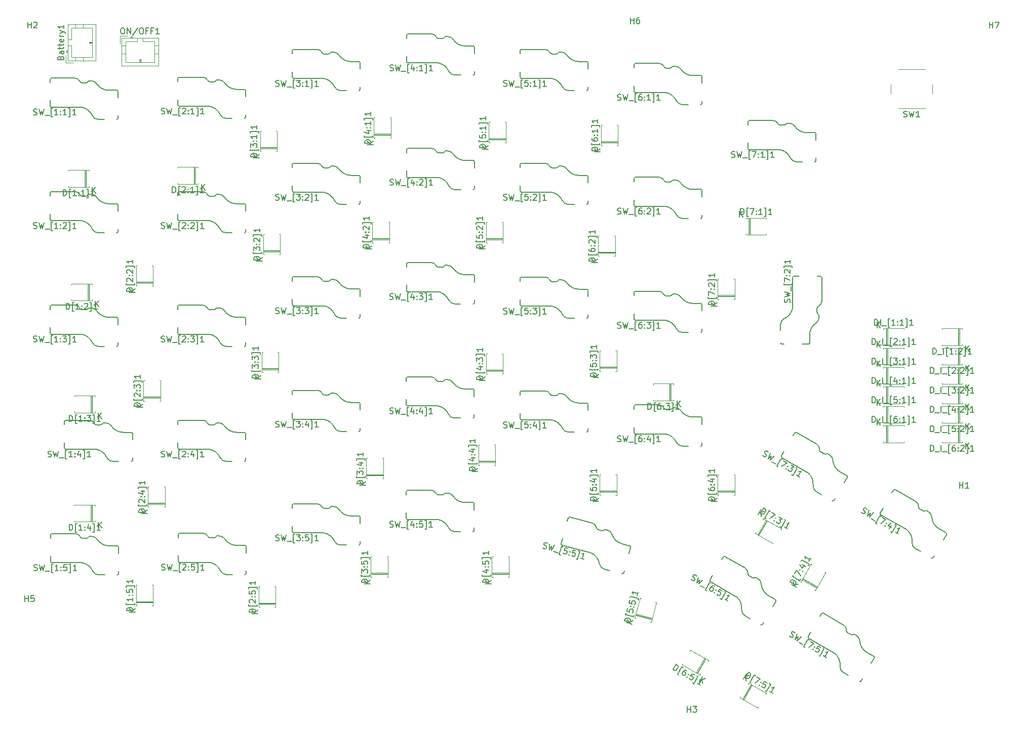
<source format=gto>
%TF.GenerationSoftware,KiCad,Pcbnew,8.0.2-1*%
%TF.CreationDate,2024-06-04T22:44:41+02:00*%
%TF.ProjectId,keyboard_right,6b657962-6f61-4726-945f-72696768742e,rev?*%
%TF.SameCoordinates,Original*%
%TF.FileFunction,Legend,Top*%
%TF.FilePolarity,Positive*%
%FSLAX46Y46*%
G04 Gerber Fmt 4.6, Leading zero omitted, Abs format (unit mm)*
G04 Created by KiCad (PCBNEW 8.0.2-1) date 2024-06-04 22:44:41*
%MOMM*%
%LPD*%
G01*
G04 APERTURE LIST*
%ADD10C,0.150000*%
%ADD11C,0.120000*%
G04 APERTURE END LIST*
D10*
X182904762Y-94034819D02*
X182904762Y-93034819D01*
X182904762Y-93034819D02*
X183142857Y-93034819D01*
X183142857Y-93034819D02*
X183285714Y-93082438D01*
X183285714Y-93082438D02*
X183380952Y-93177676D01*
X183380952Y-93177676D02*
X183428571Y-93272914D01*
X183428571Y-93272914D02*
X183476190Y-93463390D01*
X183476190Y-93463390D02*
X183476190Y-93606247D01*
X183476190Y-93606247D02*
X183428571Y-93796723D01*
X183428571Y-93796723D02*
X183380952Y-93891961D01*
X183380952Y-93891961D02*
X183285714Y-93987200D01*
X183285714Y-93987200D02*
X183142857Y-94034819D01*
X183142857Y-94034819D02*
X182904762Y-94034819D01*
X183666667Y-94130057D02*
X184428571Y-94130057D01*
X184666667Y-94034819D02*
X184666667Y-93034819D01*
X184904762Y-94130057D02*
X185666666Y-94130057D01*
X186190476Y-94368152D02*
X185952381Y-94368152D01*
X185952381Y-94368152D02*
X185952381Y-92939580D01*
X185952381Y-92939580D02*
X186190476Y-92939580D01*
X187000000Y-93034819D02*
X186809524Y-93034819D01*
X186809524Y-93034819D02*
X186714286Y-93082438D01*
X186714286Y-93082438D02*
X186666667Y-93130057D01*
X186666667Y-93130057D02*
X186571429Y-93272914D01*
X186571429Y-93272914D02*
X186523810Y-93463390D01*
X186523810Y-93463390D02*
X186523810Y-93844342D01*
X186523810Y-93844342D02*
X186571429Y-93939580D01*
X186571429Y-93939580D02*
X186619048Y-93987200D01*
X186619048Y-93987200D02*
X186714286Y-94034819D01*
X186714286Y-94034819D02*
X186904762Y-94034819D01*
X186904762Y-94034819D02*
X187000000Y-93987200D01*
X187000000Y-93987200D02*
X187047619Y-93939580D01*
X187047619Y-93939580D02*
X187095238Y-93844342D01*
X187095238Y-93844342D02*
X187095238Y-93606247D01*
X187095238Y-93606247D02*
X187047619Y-93511009D01*
X187047619Y-93511009D02*
X187000000Y-93463390D01*
X187000000Y-93463390D02*
X186904762Y-93415771D01*
X186904762Y-93415771D02*
X186714286Y-93415771D01*
X186714286Y-93415771D02*
X186619048Y-93463390D01*
X186619048Y-93463390D02*
X186571429Y-93511009D01*
X186571429Y-93511009D02*
X186523810Y-93606247D01*
X187523810Y-93939580D02*
X187571429Y-93987200D01*
X187571429Y-93987200D02*
X187523810Y-94034819D01*
X187523810Y-94034819D02*
X187476191Y-93987200D01*
X187476191Y-93987200D02*
X187523810Y-93939580D01*
X187523810Y-93939580D02*
X187523810Y-94034819D01*
X187523810Y-93415771D02*
X187571429Y-93463390D01*
X187571429Y-93463390D02*
X187523810Y-93511009D01*
X187523810Y-93511009D02*
X187476191Y-93463390D01*
X187476191Y-93463390D02*
X187523810Y-93415771D01*
X187523810Y-93415771D02*
X187523810Y-93511009D01*
X188523809Y-94034819D02*
X187952381Y-94034819D01*
X188238095Y-94034819D02*
X188238095Y-93034819D01*
X188238095Y-93034819D02*
X188142857Y-93177676D01*
X188142857Y-93177676D02*
X188047619Y-93272914D01*
X188047619Y-93272914D02*
X187952381Y-93320533D01*
X188857143Y-94368152D02*
X189095238Y-94368152D01*
X189095238Y-94368152D02*
X189095238Y-92939580D01*
X189095238Y-92939580D02*
X188857143Y-92939580D01*
X190142857Y-94034819D02*
X189571429Y-94034819D01*
X189857143Y-94034819D02*
X189857143Y-93034819D01*
X189857143Y-93034819D02*
X189761905Y-93177676D01*
X189761905Y-93177676D02*
X189666667Y-93272914D01*
X189666667Y-93272914D02*
X189571429Y-93320533D01*
X183698095Y-94454819D02*
X183698095Y-93454819D01*
X184269523Y-94454819D02*
X183840952Y-93883390D01*
X184269523Y-93454819D02*
X183698095Y-94026247D01*
X192654762Y-89124819D02*
X192654762Y-88124819D01*
X192654762Y-88124819D02*
X192892857Y-88124819D01*
X192892857Y-88124819D02*
X193035714Y-88172438D01*
X193035714Y-88172438D02*
X193130952Y-88267676D01*
X193130952Y-88267676D02*
X193178571Y-88362914D01*
X193178571Y-88362914D02*
X193226190Y-88553390D01*
X193226190Y-88553390D02*
X193226190Y-88696247D01*
X193226190Y-88696247D02*
X193178571Y-88886723D01*
X193178571Y-88886723D02*
X193130952Y-88981961D01*
X193130952Y-88981961D02*
X193035714Y-89077200D01*
X193035714Y-89077200D02*
X192892857Y-89124819D01*
X192892857Y-89124819D02*
X192654762Y-89124819D01*
X193416667Y-89220057D02*
X194178571Y-89220057D01*
X194416667Y-89124819D02*
X194416667Y-88124819D01*
X194654762Y-89220057D02*
X195416666Y-89220057D01*
X195940476Y-89458152D02*
X195702381Y-89458152D01*
X195702381Y-89458152D02*
X195702381Y-88029580D01*
X195702381Y-88029580D02*
X195940476Y-88029580D01*
X196226191Y-88124819D02*
X196845238Y-88124819D01*
X196845238Y-88124819D02*
X196511905Y-88505771D01*
X196511905Y-88505771D02*
X196654762Y-88505771D01*
X196654762Y-88505771D02*
X196750000Y-88553390D01*
X196750000Y-88553390D02*
X196797619Y-88601009D01*
X196797619Y-88601009D02*
X196845238Y-88696247D01*
X196845238Y-88696247D02*
X196845238Y-88934342D01*
X196845238Y-88934342D02*
X196797619Y-89029580D01*
X196797619Y-89029580D02*
X196750000Y-89077200D01*
X196750000Y-89077200D02*
X196654762Y-89124819D01*
X196654762Y-89124819D02*
X196369048Y-89124819D01*
X196369048Y-89124819D02*
X196273810Y-89077200D01*
X196273810Y-89077200D02*
X196226191Y-89029580D01*
X197273810Y-89029580D02*
X197321429Y-89077200D01*
X197321429Y-89077200D02*
X197273810Y-89124819D01*
X197273810Y-89124819D02*
X197226191Y-89077200D01*
X197226191Y-89077200D02*
X197273810Y-89029580D01*
X197273810Y-89029580D02*
X197273810Y-89124819D01*
X197273810Y-88505771D02*
X197321429Y-88553390D01*
X197321429Y-88553390D02*
X197273810Y-88601009D01*
X197273810Y-88601009D02*
X197226191Y-88553390D01*
X197226191Y-88553390D02*
X197273810Y-88505771D01*
X197273810Y-88505771D02*
X197273810Y-88601009D01*
X197702381Y-88220057D02*
X197750000Y-88172438D01*
X197750000Y-88172438D02*
X197845238Y-88124819D01*
X197845238Y-88124819D02*
X198083333Y-88124819D01*
X198083333Y-88124819D02*
X198178571Y-88172438D01*
X198178571Y-88172438D02*
X198226190Y-88220057D01*
X198226190Y-88220057D02*
X198273809Y-88315295D01*
X198273809Y-88315295D02*
X198273809Y-88410533D01*
X198273809Y-88410533D02*
X198226190Y-88553390D01*
X198226190Y-88553390D02*
X197654762Y-89124819D01*
X197654762Y-89124819D02*
X198273809Y-89124819D01*
X198607143Y-89458152D02*
X198845238Y-89458152D01*
X198845238Y-89458152D02*
X198845238Y-88029580D01*
X198845238Y-88029580D02*
X198607143Y-88029580D01*
X199892857Y-89124819D02*
X199321429Y-89124819D01*
X199607143Y-89124819D02*
X199607143Y-88124819D01*
X199607143Y-88124819D02*
X199511905Y-88267676D01*
X199511905Y-88267676D02*
X199416667Y-88362914D01*
X199416667Y-88362914D02*
X199321429Y-88410533D01*
X198528095Y-88704819D02*
X198528095Y-87704819D01*
X199099523Y-88704819D02*
X198670952Y-88133390D01*
X199099523Y-87704819D02*
X198528095Y-88276247D01*
X182904762Y-81034819D02*
X182904762Y-80034819D01*
X182904762Y-80034819D02*
X183142857Y-80034819D01*
X183142857Y-80034819D02*
X183285714Y-80082438D01*
X183285714Y-80082438D02*
X183380952Y-80177676D01*
X183380952Y-80177676D02*
X183428571Y-80272914D01*
X183428571Y-80272914D02*
X183476190Y-80463390D01*
X183476190Y-80463390D02*
X183476190Y-80606247D01*
X183476190Y-80606247D02*
X183428571Y-80796723D01*
X183428571Y-80796723D02*
X183380952Y-80891961D01*
X183380952Y-80891961D02*
X183285714Y-80987200D01*
X183285714Y-80987200D02*
X183142857Y-81034819D01*
X183142857Y-81034819D02*
X182904762Y-81034819D01*
X183666667Y-81130057D02*
X184428571Y-81130057D01*
X184666667Y-81034819D02*
X184666667Y-80034819D01*
X184904762Y-81130057D02*
X185666666Y-81130057D01*
X186190476Y-81368152D02*
X185952381Y-81368152D01*
X185952381Y-81368152D02*
X185952381Y-79939580D01*
X185952381Y-79939580D02*
X186190476Y-79939580D01*
X186523810Y-80130057D02*
X186571429Y-80082438D01*
X186571429Y-80082438D02*
X186666667Y-80034819D01*
X186666667Y-80034819D02*
X186904762Y-80034819D01*
X186904762Y-80034819D02*
X187000000Y-80082438D01*
X187000000Y-80082438D02*
X187047619Y-80130057D01*
X187047619Y-80130057D02*
X187095238Y-80225295D01*
X187095238Y-80225295D02*
X187095238Y-80320533D01*
X187095238Y-80320533D02*
X187047619Y-80463390D01*
X187047619Y-80463390D02*
X186476191Y-81034819D01*
X186476191Y-81034819D02*
X187095238Y-81034819D01*
X187523810Y-80939580D02*
X187571429Y-80987200D01*
X187571429Y-80987200D02*
X187523810Y-81034819D01*
X187523810Y-81034819D02*
X187476191Y-80987200D01*
X187476191Y-80987200D02*
X187523810Y-80939580D01*
X187523810Y-80939580D02*
X187523810Y-81034819D01*
X187523810Y-80415771D02*
X187571429Y-80463390D01*
X187571429Y-80463390D02*
X187523810Y-80511009D01*
X187523810Y-80511009D02*
X187476191Y-80463390D01*
X187476191Y-80463390D02*
X187523810Y-80415771D01*
X187523810Y-80415771D02*
X187523810Y-80511009D01*
X188523809Y-81034819D02*
X187952381Y-81034819D01*
X188238095Y-81034819D02*
X188238095Y-80034819D01*
X188238095Y-80034819D02*
X188142857Y-80177676D01*
X188142857Y-80177676D02*
X188047619Y-80272914D01*
X188047619Y-80272914D02*
X187952381Y-80320533D01*
X188857143Y-81368152D02*
X189095238Y-81368152D01*
X189095238Y-81368152D02*
X189095238Y-79939580D01*
X189095238Y-79939580D02*
X188857143Y-79939580D01*
X190142857Y-81034819D02*
X189571429Y-81034819D01*
X189857143Y-81034819D02*
X189857143Y-80034819D01*
X189857143Y-80034819D02*
X189761905Y-80177676D01*
X189761905Y-80177676D02*
X189666667Y-80272914D01*
X189666667Y-80272914D02*
X189571429Y-80320533D01*
X183698095Y-81454819D02*
X183698095Y-80454819D01*
X184269523Y-81454819D02*
X183840952Y-80883390D01*
X184269523Y-80454819D02*
X183698095Y-81026247D01*
X182904762Y-90784819D02*
X182904762Y-89784819D01*
X182904762Y-89784819D02*
X183142857Y-89784819D01*
X183142857Y-89784819D02*
X183285714Y-89832438D01*
X183285714Y-89832438D02*
X183380952Y-89927676D01*
X183380952Y-89927676D02*
X183428571Y-90022914D01*
X183428571Y-90022914D02*
X183476190Y-90213390D01*
X183476190Y-90213390D02*
X183476190Y-90356247D01*
X183476190Y-90356247D02*
X183428571Y-90546723D01*
X183428571Y-90546723D02*
X183380952Y-90641961D01*
X183380952Y-90641961D02*
X183285714Y-90737200D01*
X183285714Y-90737200D02*
X183142857Y-90784819D01*
X183142857Y-90784819D02*
X182904762Y-90784819D01*
X183666667Y-90880057D02*
X184428571Y-90880057D01*
X184666667Y-90784819D02*
X184666667Y-89784819D01*
X184904762Y-90880057D02*
X185666666Y-90880057D01*
X186190476Y-91118152D02*
X185952381Y-91118152D01*
X185952381Y-91118152D02*
X185952381Y-89689580D01*
X185952381Y-89689580D02*
X186190476Y-89689580D01*
X187047619Y-89784819D02*
X186571429Y-89784819D01*
X186571429Y-89784819D02*
X186523810Y-90261009D01*
X186523810Y-90261009D02*
X186571429Y-90213390D01*
X186571429Y-90213390D02*
X186666667Y-90165771D01*
X186666667Y-90165771D02*
X186904762Y-90165771D01*
X186904762Y-90165771D02*
X187000000Y-90213390D01*
X187000000Y-90213390D02*
X187047619Y-90261009D01*
X187047619Y-90261009D02*
X187095238Y-90356247D01*
X187095238Y-90356247D02*
X187095238Y-90594342D01*
X187095238Y-90594342D02*
X187047619Y-90689580D01*
X187047619Y-90689580D02*
X187000000Y-90737200D01*
X187000000Y-90737200D02*
X186904762Y-90784819D01*
X186904762Y-90784819D02*
X186666667Y-90784819D01*
X186666667Y-90784819D02*
X186571429Y-90737200D01*
X186571429Y-90737200D02*
X186523810Y-90689580D01*
X187523810Y-90689580D02*
X187571429Y-90737200D01*
X187571429Y-90737200D02*
X187523810Y-90784819D01*
X187523810Y-90784819D02*
X187476191Y-90737200D01*
X187476191Y-90737200D02*
X187523810Y-90689580D01*
X187523810Y-90689580D02*
X187523810Y-90784819D01*
X187523810Y-90165771D02*
X187571429Y-90213390D01*
X187571429Y-90213390D02*
X187523810Y-90261009D01*
X187523810Y-90261009D02*
X187476191Y-90213390D01*
X187476191Y-90213390D02*
X187523810Y-90165771D01*
X187523810Y-90165771D02*
X187523810Y-90261009D01*
X188523809Y-90784819D02*
X187952381Y-90784819D01*
X188238095Y-90784819D02*
X188238095Y-89784819D01*
X188238095Y-89784819D02*
X188142857Y-89927676D01*
X188142857Y-89927676D02*
X188047619Y-90022914D01*
X188047619Y-90022914D02*
X187952381Y-90070533D01*
X188857143Y-91118152D02*
X189095238Y-91118152D01*
X189095238Y-91118152D02*
X189095238Y-89689580D01*
X189095238Y-89689580D02*
X188857143Y-89689580D01*
X190142857Y-90784819D02*
X189571429Y-90784819D01*
X189857143Y-90784819D02*
X189857143Y-89784819D01*
X189857143Y-89784819D02*
X189761905Y-89927676D01*
X189761905Y-89927676D02*
X189666667Y-90022914D01*
X189666667Y-90022914D02*
X189571429Y-90070533D01*
X183698095Y-91204819D02*
X183698095Y-90204819D01*
X184269523Y-91204819D02*
X183840952Y-90633390D01*
X184269523Y-90204819D02*
X183698095Y-90776247D01*
X183285714Y-77784819D02*
X183285714Y-76784819D01*
X183285714Y-76784819D02*
X183523809Y-76784819D01*
X183523809Y-76784819D02*
X183666666Y-76832438D01*
X183666666Y-76832438D02*
X183761904Y-76927676D01*
X183761904Y-76927676D02*
X183809523Y-77022914D01*
X183809523Y-77022914D02*
X183857142Y-77213390D01*
X183857142Y-77213390D02*
X183857142Y-77356247D01*
X183857142Y-77356247D02*
X183809523Y-77546723D01*
X183809523Y-77546723D02*
X183761904Y-77641961D01*
X183761904Y-77641961D02*
X183666666Y-77737200D01*
X183666666Y-77737200D02*
X183523809Y-77784819D01*
X183523809Y-77784819D02*
X183285714Y-77784819D01*
X184285714Y-77784819D02*
X184285714Y-76784819D01*
X184523809Y-77880057D02*
X185285713Y-77880057D01*
X185809523Y-78118152D02*
X185571428Y-78118152D01*
X185571428Y-78118152D02*
X185571428Y-76689580D01*
X185571428Y-76689580D02*
X185809523Y-76689580D01*
X186714285Y-77784819D02*
X186142857Y-77784819D01*
X186428571Y-77784819D02*
X186428571Y-76784819D01*
X186428571Y-76784819D02*
X186333333Y-76927676D01*
X186333333Y-76927676D02*
X186238095Y-77022914D01*
X186238095Y-77022914D02*
X186142857Y-77070533D01*
X187142857Y-77689580D02*
X187190476Y-77737200D01*
X187190476Y-77737200D02*
X187142857Y-77784819D01*
X187142857Y-77784819D02*
X187095238Y-77737200D01*
X187095238Y-77737200D02*
X187142857Y-77689580D01*
X187142857Y-77689580D02*
X187142857Y-77784819D01*
X187142857Y-77165771D02*
X187190476Y-77213390D01*
X187190476Y-77213390D02*
X187142857Y-77261009D01*
X187142857Y-77261009D02*
X187095238Y-77213390D01*
X187095238Y-77213390D02*
X187142857Y-77165771D01*
X187142857Y-77165771D02*
X187142857Y-77261009D01*
X188142856Y-77784819D02*
X187571428Y-77784819D01*
X187857142Y-77784819D02*
X187857142Y-76784819D01*
X187857142Y-76784819D02*
X187761904Y-76927676D01*
X187761904Y-76927676D02*
X187666666Y-77022914D01*
X187666666Y-77022914D02*
X187571428Y-77070533D01*
X188476190Y-78118152D02*
X188714285Y-78118152D01*
X188714285Y-78118152D02*
X188714285Y-76689580D01*
X188714285Y-76689580D02*
X188476190Y-76689580D01*
X189761904Y-77784819D02*
X189190476Y-77784819D01*
X189476190Y-77784819D02*
X189476190Y-76784819D01*
X189476190Y-76784819D02*
X189380952Y-76927676D01*
X189380952Y-76927676D02*
X189285714Y-77022914D01*
X189285714Y-77022914D02*
X189190476Y-77070533D01*
X183698095Y-78204819D02*
X183698095Y-77204819D01*
X184269523Y-78204819D02*
X183840952Y-77633390D01*
X184269523Y-77204819D02*
X183698095Y-77776247D01*
X182904762Y-87534819D02*
X182904762Y-86534819D01*
X182904762Y-86534819D02*
X183142857Y-86534819D01*
X183142857Y-86534819D02*
X183285714Y-86582438D01*
X183285714Y-86582438D02*
X183380952Y-86677676D01*
X183380952Y-86677676D02*
X183428571Y-86772914D01*
X183428571Y-86772914D02*
X183476190Y-86963390D01*
X183476190Y-86963390D02*
X183476190Y-87106247D01*
X183476190Y-87106247D02*
X183428571Y-87296723D01*
X183428571Y-87296723D02*
X183380952Y-87391961D01*
X183380952Y-87391961D02*
X183285714Y-87487200D01*
X183285714Y-87487200D02*
X183142857Y-87534819D01*
X183142857Y-87534819D02*
X182904762Y-87534819D01*
X183666667Y-87630057D02*
X184428571Y-87630057D01*
X184666667Y-87534819D02*
X184666667Y-86534819D01*
X184904762Y-87630057D02*
X185666666Y-87630057D01*
X186190476Y-87868152D02*
X185952381Y-87868152D01*
X185952381Y-87868152D02*
X185952381Y-86439580D01*
X185952381Y-86439580D02*
X186190476Y-86439580D01*
X187000000Y-86868152D02*
X187000000Y-87534819D01*
X186761905Y-86487200D02*
X186523810Y-87201485D01*
X186523810Y-87201485D02*
X187142857Y-87201485D01*
X187523810Y-87439580D02*
X187571429Y-87487200D01*
X187571429Y-87487200D02*
X187523810Y-87534819D01*
X187523810Y-87534819D02*
X187476191Y-87487200D01*
X187476191Y-87487200D02*
X187523810Y-87439580D01*
X187523810Y-87439580D02*
X187523810Y-87534819D01*
X187523810Y-86915771D02*
X187571429Y-86963390D01*
X187571429Y-86963390D02*
X187523810Y-87011009D01*
X187523810Y-87011009D02*
X187476191Y-86963390D01*
X187476191Y-86963390D02*
X187523810Y-86915771D01*
X187523810Y-86915771D02*
X187523810Y-87011009D01*
X188523809Y-87534819D02*
X187952381Y-87534819D01*
X188238095Y-87534819D02*
X188238095Y-86534819D01*
X188238095Y-86534819D02*
X188142857Y-86677676D01*
X188142857Y-86677676D02*
X188047619Y-86772914D01*
X188047619Y-86772914D02*
X187952381Y-86820533D01*
X188857143Y-87868152D02*
X189095238Y-87868152D01*
X189095238Y-87868152D02*
X189095238Y-86439580D01*
X189095238Y-86439580D02*
X188857143Y-86439580D01*
X190142857Y-87534819D02*
X189571429Y-87534819D01*
X189857143Y-87534819D02*
X189857143Y-86534819D01*
X189857143Y-86534819D02*
X189761905Y-86677676D01*
X189761905Y-86677676D02*
X189666667Y-86772914D01*
X189666667Y-86772914D02*
X189571429Y-86820533D01*
X183698095Y-87954819D02*
X183698095Y-86954819D01*
X184269523Y-87954819D02*
X183840952Y-87383390D01*
X184269523Y-86954819D02*
X183698095Y-87526247D01*
X193035714Y-82624819D02*
X193035714Y-81624819D01*
X193035714Y-81624819D02*
X193273809Y-81624819D01*
X193273809Y-81624819D02*
X193416666Y-81672438D01*
X193416666Y-81672438D02*
X193511904Y-81767676D01*
X193511904Y-81767676D02*
X193559523Y-81862914D01*
X193559523Y-81862914D02*
X193607142Y-82053390D01*
X193607142Y-82053390D02*
X193607142Y-82196247D01*
X193607142Y-82196247D02*
X193559523Y-82386723D01*
X193559523Y-82386723D02*
X193511904Y-82481961D01*
X193511904Y-82481961D02*
X193416666Y-82577200D01*
X193416666Y-82577200D02*
X193273809Y-82624819D01*
X193273809Y-82624819D02*
X193035714Y-82624819D01*
X193797619Y-82720057D02*
X194559523Y-82720057D01*
X194797619Y-82624819D02*
X194797619Y-81624819D01*
X195559523Y-82958152D02*
X195321428Y-82958152D01*
X195321428Y-82958152D02*
X195321428Y-81529580D01*
X195321428Y-81529580D02*
X195559523Y-81529580D01*
X196464285Y-82624819D02*
X195892857Y-82624819D01*
X196178571Y-82624819D02*
X196178571Y-81624819D01*
X196178571Y-81624819D02*
X196083333Y-81767676D01*
X196083333Y-81767676D02*
X195988095Y-81862914D01*
X195988095Y-81862914D02*
X195892857Y-81910533D01*
X196892857Y-82529580D02*
X196940476Y-82577200D01*
X196940476Y-82577200D02*
X196892857Y-82624819D01*
X196892857Y-82624819D02*
X196845238Y-82577200D01*
X196845238Y-82577200D02*
X196892857Y-82529580D01*
X196892857Y-82529580D02*
X196892857Y-82624819D01*
X196892857Y-82005771D02*
X196940476Y-82053390D01*
X196940476Y-82053390D02*
X196892857Y-82101009D01*
X196892857Y-82101009D02*
X196845238Y-82053390D01*
X196845238Y-82053390D02*
X196892857Y-82005771D01*
X196892857Y-82005771D02*
X196892857Y-82101009D01*
X197321428Y-81720057D02*
X197369047Y-81672438D01*
X197369047Y-81672438D02*
X197464285Y-81624819D01*
X197464285Y-81624819D02*
X197702380Y-81624819D01*
X197702380Y-81624819D02*
X197797618Y-81672438D01*
X197797618Y-81672438D02*
X197845237Y-81720057D01*
X197845237Y-81720057D02*
X197892856Y-81815295D01*
X197892856Y-81815295D02*
X197892856Y-81910533D01*
X197892856Y-81910533D02*
X197845237Y-82053390D01*
X197845237Y-82053390D02*
X197273809Y-82624819D01*
X197273809Y-82624819D02*
X197892856Y-82624819D01*
X198226190Y-82958152D02*
X198464285Y-82958152D01*
X198464285Y-82958152D02*
X198464285Y-81529580D01*
X198464285Y-81529580D02*
X198226190Y-81529580D01*
X199511904Y-82624819D02*
X198940476Y-82624819D01*
X199226190Y-82624819D02*
X199226190Y-81624819D01*
X199226190Y-81624819D02*
X199130952Y-81767676D01*
X199130952Y-81767676D02*
X199035714Y-81862914D01*
X199035714Y-81862914D02*
X198940476Y-81910533D01*
X198528095Y-82204819D02*
X198528095Y-81204819D01*
X199099523Y-82204819D02*
X198670952Y-81633390D01*
X199099523Y-81204819D02*
X198528095Y-81776247D01*
X192654762Y-95624819D02*
X192654762Y-94624819D01*
X192654762Y-94624819D02*
X192892857Y-94624819D01*
X192892857Y-94624819D02*
X193035714Y-94672438D01*
X193035714Y-94672438D02*
X193130952Y-94767676D01*
X193130952Y-94767676D02*
X193178571Y-94862914D01*
X193178571Y-94862914D02*
X193226190Y-95053390D01*
X193226190Y-95053390D02*
X193226190Y-95196247D01*
X193226190Y-95196247D02*
X193178571Y-95386723D01*
X193178571Y-95386723D02*
X193130952Y-95481961D01*
X193130952Y-95481961D02*
X193035714Y-95577200D01*
X193035714Y-95577200D02*
X192892857Y-95624819D01*
X192892857Y-95624819D02*
X192654762Y-95624819D01*
X193416667Y-95720057D02*
X194178571Y-95720057D01*
X194416667Y-95624819D02*
X194416667Y-94624819D01*
X194654762Y-95720057D02*
X195416666Y-95720057D01*
X195940476Y-95958152D02*
X195702381Y-95958152D01*
X195702381Y-95958152D02*
X195702381Y-94529580D01*
X195702381Y-94529580D02*
X195940476Y-94529580D01*
X196797619Y-94624819D02*
X196321429Y-94624819D01*
X196321429Y-94624819D02*
X196273810Y-95101009D01*
X196273810Y-95101009D02*
X196321429Y-95053390D01*
X196321429Y-95053390D02*
X196416667Y-95005771D01*
X196416667Y-95005771D02*
X196654762Y-95005771D01*
X196654762Y-95005771D02*
X196750000Y-95053390D01*
X196750000Y-95053390D02*
X196797619Y-95101009D01*
X196797619Y-95101009D02*
X196845238Y-95196247D01*
X196845238Y-95196247D02*
X196845238Y-95434342D01*
X196845238Y-95434342D02*
X196797619Y-95529580D01*
X196797619Y-95529580D02*
X196750000Y-95577200D01*
X196750000Y-95577200D02*
X196654762Y-95624819D01*
X196654762Y-95624819D02*
X196416667Y-95624819D01*
X196416667Y-95624819D02*
X196321429Y-95577200D01*
X196321429Y-95577200D02*
X196273810Y-95529580D01*
X197273810Y-95529580D02*
X197321429Y-95577200D01*
X197321429Y-95577200D02*
X197273810Y-95624819D01*
X197273810Y-95624819D02*
X197226191Y-95577200D01*
X197226191Y-95577200D02*
X197273810Y-95529580D01*
X197273810Y-95529580D02*
X197273810Y-95624819D01*
X197273810Y-95005771D02*
X197321429Y-95053390D01*
X197321429Y-95053390D02*
X197273810Y-95101009D01*
X197273810Y-95101009D02*
X197226191Y-95053390D01*
X197226191Y-95053390D02*
X197273810Y-95005771D01*
X197273810Y-95005771D02*
X197273810Y-95101009D01*
X197702381Y-94720057D02*
X197750000Y-94672438D01*
X197750000Y-94672438D02*
X197845238Y-94624819D01*
X197845238Y-94624819D02*
X198083333Y-94624819D01*
X198083333Y-94624819D02*
X198178571Y-94672438D01*
X198178571Y-94672438D02*
X198226190Y-94720057D01*
X198226190Y-94720057D02*
X198273809Y-94815295D01*
X198273809Y-94815295D02*
X198273809Y-94910533D01*
X198273809Y-94910533D02*
X198226190Y-95053390D01*
X198226190Y-95053390D02*
X197654762Y-95624819D01*
X197654762Y-95624819D02*
X198273809Y-95624819D01*
X198607143Y-95958152D02*
X198845238Y-95958152D01*
X198845238Y-95958152D02*
X198845238Y-94529580D01*
X198845238Y-94529580D02*
X198607143Y-94529580D01*
X199892857Y-95624819D02*
X199321429Y-95624819D01*
X199607143Y-95624819D02*
X199607143Y-94624819D01*
X199607143Y-94624819D02*
X199511905Y-94767676D01*
X199511905Y-94767676D02*
X199416667Y-94862914D01*
X199416667Y-94862914D02*
X199321429Y-94910533D01*
X198528095Y-95204819D02*
X198528095Y-94204819D01*
X199099523Y-95204819D02*
X198670952Y-94633390D01*
X199099523Y-94204819D02*
X198528095Y-94776247D01*
X192654762Y-92374819D02*
X192654762Y-91374819D01*
X192654762Y-91374819D02*
X192892857Y-91374819D01*
X192892857Y-91374819D02*
X193035714Y-91422438D01*
X193035714Y-91422438D02*
X193130952Y-91517676D01*
X193130952Y-91517676D02*
X193178571Y-91612914D01*
X193178571Y-91612914D02*
X193226190Y-91803390D01*
X193226190Y-91803390D02*
X193226190Y-91946247D01*
X193226190Y-91946247D02*
X193178571Y-92136723D01*
X193178571Y-92136723D02*
X193130952Y-92231961D01*
X193130952Y-92231961D02*
X193035714Y-92327200D01*
X193035714Y-92327200D02*
X192892857Y-92374819D01*
X192892857Y-92374819D02*
X192654762Y-92374819D01*
X193416667Y-92470057D02*
X194178571Y-92470057D01*
X194416667Y-92374819D02*
X194416667Y-91374819D01*
X194654762Y-92470057D02*
X195416666Y-92470057D01*
X195940476Y-92708152D02*
X195702381Y-92708152D01*
X195702381Y-92708152D02*
X195702381Y-91279580D01*
X195702381Y-91279580D02*
X195940476Y-91279580D01*
X196750000Y-91708152D02*
X196750000Y-92374819D01*
X196511905Y-91327200D02*
X196273810Y-92041485D01*
X196273810Y-92041485D02*
X196892857Y-92041485D01*
X197273810Y-92279580D02*
X197321429Y-92327200D01*
X197321429Y-92327200D02*
X197273810Y-92374819D01*
X197273810Y-92374819D02*
X197226191Y-92327200D01*
X197226191Y-92327200D02*
X197273810Y-92279580D01*
X197273810Y-92279580D02*
X197273810Y-92374819D01*
X197273810Y-91755771D02*
X197321429Y-91803390D01*
X197321429Y-91803390D02*
X197273810Y-91851009D01*
X197273810Y-91851009D02*
X197226191Y-91803390D01*
X197226191Y-91803390D02*
X197273810Y-91755771D01*
X197273810Y-91755771D02*
X197273810Y-91851009D01*
X197702381Y-91470057D02*
X197750000Y-91422438D01*
X197750000Y-91422438D02*
X197845238Y-91374819D01*
X197845238Y-91374819D02*
X198083333Y-91374819D01*
X198083333Y-91374819D02*
X198178571Y-91422438D01*
X198178571Y-91422438D02*
X198226190Y-91470057D01*
X198226190Y-91470057D02*
X198273809Y-91565295D01*
X198273809Y-91565295D02*
X198273809Y-91660533D01*
X198273809Y-91660533D02*
X198226190Y-91803390D01*
X198226190Y-91803390D02*
X197654762Y-92374819D01*
X197654762Y-92374819D02*
X198273809Y-92374819D01*
X198607143Y-92708152D02*
X198845238Y-92708152D01*
X198845238Y-92708152D02*
X198845238Y-91279580D01*
X198845238Y-91279580D02*
X198607143Y-91279580D01*
X199892857Y-92374819D02*
X199321429Y-92374819D01*
X199607143Y-92374819D02*
X199607143Y-91374819D01*
X199607143Y-91374819D02*
X199511905Y-91517676D01*
X199511905Y-91517676D02*
X199416667Y-91612914D01*
X199416667Y-91612914D02*
X199321429Y-91660533D01*
X198528095Y-91954819D02*
X198528095Y-90954819D01*
X199099523Y-91954819D02*
X198670952Y-91383390D01*
X199099523Y-90954819D02*
X198528095Y-91526247D01*
X192654762Y-98874819D02*
X192654762Y-97874819D01*
X192654762Y-97874819D02*
X192892857Y-97874819D01*
X192892857Y-97874819D02*
X193035714Y-97922438D01*
X193035714Y-97922438D02*
X193130952Y-98017676D01*
X193130952Y-98017676D02*
X193178571Y-98112914D01*
X193178571Y-98112914D02*
X193226190Y-98303390D01*
X193226190Y-98303390D02*
X193226190Y-98446247D01*
X193226190Y-98446247D02*
X193178571Y-98636723D01*
X193178571Y-98636723D02*
X193130952Y-98731961D01*
X193130952Y-98731961D02*
X193035714Y-98827200D01*
X193035714Y-98827200D02*
X192892857Y-98874819D01*
X192892857Y-98874819D02*
X192654762Y-98874819D01*
X193416667Y-98970057D02*
X194178571Y-98970057D01*
X194416667Y-98874819D02*
X194416667Y-97874819D01*
X194654762Y-98970057D02*
X195416666Y-98970057D01*
X195940476Y-99208152D02*
X195702381Y-99208152D01*
X195702381Y-99208152D02*
X195702381Y-97779580D01*
X195702381Y-97779580D02*
X195940476Y-97779580D01*
X196750000Y-97874819D02*
X196559524Y-97874819D01*
X196559524Y-97874819D02*
X196464286Y-97922438D01*
X196464286Y-97922438D02*
X196416667Y-97970057D01*
X196416667Y-97970057D02*
X196321429Y-98112914D01*
X196321429Y-98112914D02*
X196273810Y-98303390D01*
X196273810Y-98303390D02*
X196273810Y-98684342D01*
X196273810Y-98684342D02*
X196321429Y-98779580D01*
X196321429Y-98779580D02*
X196369048Y-98827200D01*
X196369048Y-98827200D02*
X196464286Y-98874819D01*
X196464286Y-98874819D02*
X196654762Y-98874819D01*
X196654762Y-98874819D02*
X196750000Y-98827200D01*
X196750000Y-98827200D02*
X196797619Y-98779580D01*
X196797619Y-98779580D02*
X196845238Y-98684342D01*
X196845238Y-98684342D02*
X196845238Y-98446247D01*
X196845238Y-98446247D02*
X196797619Y-98351009D01*
X196797619Y-98351009D02*
X196750000Y-98303390D01*
X196750000Y-98303390D02*
X196654762Y-98255771D01*
X196654762Y-98255771D02*
X196464286Y-98255771D01*
X196464286Y-98255771D02*
X196369048Y-98303390D01*
X196369048Y-98303390D02*
X196321429Y-98351009D01*
X196321429Y-98351009D02*
X196273810Y-98446247D01*
X197273810Y-98779580D02*
X197321429Y-98827200D01*
X197321429Y-98827200D02*
X197273810Y-98874819D01*
X197273810Y-98874819D02*
X197226191Y-98827200D01*
X197226191Y-98827200D02*
X197273810Y-98779580D01*
X197273810Y-98779580D02*
X197273810Y-98874819D01*
X197273810Y-98255771D02*
X197321429Y-98303390D01*
X197321429Y-98303390D02*
X197273810Y-98351009D01*
X197273810Y-98351009D02*
X197226191Y-98303390D01*
X197226191Y-98303390D02*
X197273810Y-98255771D01*
X197273810Y-98255771D02*
X197273810Y-98351009D01*
X197702381Y-97970057D02*
X197750000Y-97922438D01*
X197750000Y-97922438D02*
X197845238Y-97874819D01*
X197845238Y-97874819D02*
X198083333Y-97874819D01*
X198083333Y-97874819D02*
X198178571Y-97922438D01*
X198178571Y-97922438D02*
X198226190Y-97970057D01*
X198226190Y-97970057D02*
X198273809Y-98065295D01*
X198273809Y-98065295D02*
X198273809Y-98160533D01*
X198273809Y-98160533D02*
X198226190Y-98303390D01*
X198226190Y-98303390D02*
X197654762Y-98874819D01*
X197654762Y-98874819D02*
X198273809Y-98874819D01*
X198607143Y-99208152D02*
X198845238Y-99208152D01*
X198845238Y-99208152D02*
X198845238Y-97779580D01*
X198845238Y-97779580D02*
X198607143Y-97779580D01*
X199892857Y-98874819D02*
X199321429Y-98874819D01*
X199607143Y-98874819D02*
X199607143Y-97874819D01*
X199607143Y-97874819D02*
X199511905Y-98017676D01*
X199511905Y-98017676D02*
X199416667Y-98112914D01*
X199416667Y-98112914D02*
X199321429Y-98160533D01*
X198528095Y-98454819D02*
X198528095Y-97454819D01*
X199099523Y-98454819D02*
X198670952Y-97883390D01*
X199099523Y-97454819D02*
X198528095Y-98026247D01*
X192654762Y-85874819D02*
X192654762Y-84874819D01*
X192654762Y-84874819D02*
X192892857Y-84874819D01*
X192892857Y-84874819D02*
X193035714Y-84922438D01*
X193035714Y-84922438D02*
X193130952Y-85017676D01*
X193130952Y-85017676D02*
X193178571Y-85112914D01*
X193178571Y-85112914D02*
X193226190Y-85303390D01*
X193226190Y-85303390D02*
X193226190Y-85446247D01*
X193226190Y-85446247D02*
X193178571Y-85636723D01*
X193178571Y-85636723D02*
X193130952Y-85731961D01*
X193130952Y-85731961D02*
X193035714Y-85827200D01*
X193035714Y-85827200D02*
X192892857Y-85874819D01*
X192892857Y-85874819D02*
X192654762Y-85874819D01*
X193416667Y-85970057D02*
X194178571Y-85970057D01*
X194416667Y-85874819D02*
X194416667Y-84874819D01*
X194654762Y-85970057D02*
X195416666Y-85970057D01*
X195940476Y-86208152D02*
X195702381Y-86208152D01*
X195702381Y-86208152D02*
X195702381Y-84779580D01*
X195702381Y-84779580D02*
X195940476Y-84779580D01*
X196273810Y-84970057D02*
X196321429Y-84922438D01*
X196321429Y-84922438D02*
X196416667Y-84874819D01*
X196416667Y-84874819D02*
X196654762Y-84874819D01*
X196654762Y-84874819D02*
X196750000Y-84922438D01*
X196750000Y-84922438D02*
X196797619Y-84970057D01*
X196797619Y-84970057D02*
X196845238Y-85065295D01*
X196845238Y-85065295D02*
X196845238Y-85160533D01*
X196845238Y-85160533D02*
X196797619Y-85303390D01*
X196797619Y-85303390D02*
X196226191Y-85874819D01*
X196226191Y-85874819D02*
X196845238Y-85874819D01*
X197273810Y-85779580D02*
X197321429Y-85827200D01*
X197321429Y-85827200D02*
X197273810Y-85874819D01*
X197273810Y-85874819D02*
X197226191Y-85827200D01*
X197226191Y-85827200D02*
X197273810Y-85779580D01*
X197273810Y-85779580D02*
X197273810Y-85874819D01*
X197273810Y-85255771D02*
X197321429Y-85303390D01*
X197321429Y-85303390D02*
X197273810Y-85351009D01*
X197273810Y-85351009D02*
X197226191Y-85303390D01*
X197226191Y-85303390D02*
X197273810Y-85255771D01*
X197273810Y-85255771D02*
X197273810Y-85351009D01*
X197702381Y-84970057D02*
X197750000Y-84922438D01*
X197750000Y-84922438D02*
X197845238Y-84874819D01*
X197845238Y-84874819D02*
X198083333Y-84874819D01*
X198083333Y-84874819D02*
X198178571Y-84922438D01*
X198178571Y-84922438D02*
X198226190Y-84970057D01*
X198226190Y-84970057D02*
X198273809Y-85065295D01*
X198273809Y-85065295D02*
X198273809Y-85160533D01*
X198273809Y-85160533D02*
X198226190Y-85303390D01*
X198226190Y-85303390D02*
X197654762Y-85874819D01*
X197654762Y-85874819D02*
X198273809Y-85874819D01*
X198607143Y-86208152D02*
X198845238Y-86208152D01*
X198845238Y-86208152D02*
X198845238Y-84779580D01*
X198845238Y-84779580D02*
X198607143Y-84779580D01*
X199892857Y-85874819D02*
X199321429Y-85874819D01*
X199607143Y-85874819D02*
X199607143Y-84874819D01*
X199607143Y-84874819D02*
X199511905Y-85017676D01*
X199511905Y-85017676D02*
X199416667Y-85112914D01*
X199416667Y-85112914D02*
X199321429Y-85160533D01*
X198528095Y-85454819D02*
X198528095Y-84454819D01*
X199099523Y-85454819D02*
X198670952Y-84883390D01*
X199099523Y-84454819D02*
X198528095Y-85026247D01*
X182904762Y-84284819D02*
X182904762Y-83284819D01*
X182904762Y-83284819D02*
X183142857Y-83284819D01*
X183142857Y-83284819D02*
X183285714Y-83332438D01*
X183285714Y-83332438D02*
X183380952Y-83427676D01*
X183380952Y-83427676D02*
X183428571Y-83522914D01*
X183428571Y-83522914D02*
X183476190Y-83713390D01*
X183476190Y-83713390D02*
X183476190Y-83856247D01*
X183476190Y-83856247D02*
X183428571Y-84046723D01*
X183428571Y-84046723D02*
X183380952Y-84141961D01*
X183380952Y-84141961D02*
X183285714Y-84237200D01*
X183285714Y-84237200D02*
X183142857Y-84284819D01*
X183142857Y-84284819D02*
X182904762Y-84284819D01*
X183666667Y-84380057D02*
X184428571Y-84380057D01*
X184666667Y-84284819D02*
X184666667Y-83284819D01*
X184904762Y-84380057D02*
X185666666Y-84380057D01*
X186190476Y-84618152D02*
X185952381Y-84618152D01*
X185952381Y-84618152D02*
X185952381Y-83189580D01*
X185952381Y-83189580D02*
X186190476Y-83189580D01*
X186476191Y-83284819D02*
X187095238Y-83284819D01*
X187095238Y-83284819D02*
X186761905Y-83665771D01*
X186761905Y-83665771D02*
X186904762Y-83665771D01*
X186904762Y-83665771D02*
X187000000Y-83713390D01*
X187000000Y-83713390D02*
X187047619Y-83761009D01*
X187047619Y-83761009D02*
X187095238Y-83856247D01*
X187095238Y-83856247D02*
X187095238Y-84094342D01*
X187095238Y-84094342D02*
X187047619Y-84189580D01*
X187047619Y-84189580D02*
X187000000Y-84237200D01*
X187000000Y-84237200D02*
X186904762Y-84284819D01*
X186904762Y-84284819D02*
X186619048Y-84284819D01*
X186619048Y-84284819D02*
X186523810Y-84237200D01*
X186523810Y-84237200D02*
X186476191Y-84189580D01*
X187523810Y-84189580D02*
X187571429Y-84237200D01*
X187571429Y-84237200D02*
X187523810Y-84284819D01*
X187523810Y-84284819D02*
X187476191Y-84237200D01*
X187476191Y-84237200D02*
X187523810Y-84189580D01*
X187523810Y-84189580D02*
X187523810Y-84284819D01*
X187523810Y-83665771D02*
X187571429Y-83713390D01*
X187571429Y-83713390D02*
X187523810Y-83761009D01*
X187523810Y-83761009D02*
X187476191Y-83713390D01*
X187476191Y-83713390D02*
X187523810Y-83665771D01*
X187523810Y-83665771D02*
X187523810Y-83761009D01*
X188523809Y-84284819D02*
X187952381Y-84284819D01*
X188238095Y-84284819D02*
X188238095Y-83284819D01*
X188238095Y-83284819D02*
X188142857Y-83427676D01*
X188142857Y-83427676D02*
X188047619Y-83522914D01*
X188047619Y-83522914D02*
X187952381Y-83570533D01*
X188857143Y-84618152D02*
X189095238Y-84618152D01*
X189095238Y-84618152D02*
X189095238Y-83189580D01*
X189095238Y-83189580D02*
X188857143Y-83189580D01*
X190142857Y-84284819D02*
X189571429Y-84284819D01*
X189857143Y-84284819D02*
X189857143Y-83284819D01*
X189857143Y-83284819D02*
X189761905Y-83427676D01*
X189761905Y-83427676D02*
X189666667Y-83522914D01*
X189666667Y-83522914D02*
X189571429Y-83570533D01*
X183698095Y-84704819D02*
X183698095Y-83704819D01*
X184269523Y-84704819D02*
X183840952Y-84133390D01*
X184269523Y-83704819D02*
X183698095Y-84276247D01*
X197488095Y-105054819D02*
X197488095Y-104054819D01*
X197488095Y-104531009D02*
X198059523Y-104531009D01*
X198059523Y-105054819D02*
X198059523Y-104054819D01*
X199059523Y-105054819D02*
X198488095Y-105054819D01*
X198773809Y-105054819D02*
X198773809Y-104054819D01*
X198773809Y-104054819D02*
X198678571Y-104197676D01*
X198678571Y-104197676D02*
X198583333Y-104292914D01*
X198583333Y-104292914D02*
X198488095Y-104340533D01*
X41738095Y-28054819D02*
X41738095Y-27054819D01*
X41738095Y-27531009D02*
X42309523Y-27531009D01*
X42309523Y-28054819D02*
X42309523Y-27054819D01*
X42738095Y-27150057D02*
X42785714Y-27102438D01*
X42785714Y-27102438D02*
X42880952Y-27054819D01*
X42880952Y-27054819D02*
X43119047Y-27054819D01*
X43119047Y-27054819D02*
X43214285Y-27102438D01*
X43214285Y-27102438D02*
X43261904Y-27150057D01*
X43261904Y-27150057D02*
X43309523Y-27245295D01*
X43309523Y-27245295D02*
X43309523Y-27340533D01*
X43309523Y-27340533D02*
X43261904Y-27483390D01*
X43261904Y-27483390D02*
X42690476Y-28054819D01*
X42690476Y-28054819D02*
X43309523Y-28054819D01*
X47231009Y-33047619D02*
X47278628Y-32904762D01*
X47278628Y-32904762D02*
X47326247Y-32857143D01*
X47326247Y-32857143D02*
X47421485Y-32809524D01*
X47421485Y-32809524D02*
X47564342Y-32809524D01*
X47564342Y-32809524D02*
X47659580Y-32857143D01*
X47659580Y-32857143D02*
X47707200Y-32904762D01*
X47707200Y-32904762D02*
X47754819Y-33000000D01*
X47754819Y-33000000D02*
X47754819Y-33380952D01*
X47754819Y-33380952D02*
X46754819Y-33380952D01*
X46754819Y-33380952D02*
X46754819Y-33047619D01*
X46754819Y-33047619D02*
X46802438Y-32952381D01*
X46802438Y-32952381D02*
X46850057Y-32904762D01*
X46850057Y-32904762D02*
X46945295Y-32857143D01*
X46945295Y-32857143D02*
X47040533Y-32857143D01*
X47040533Y-32857143D02*
X47135771Y-32904762D01*
X47135771Y-32904762D02*
X47183390Y-32952381D01*
X47183390Y-32952381D02*
X47231009Y-33047619D01*
X47231009Y-33047619D02*
X47231009Y-33380952D01*
X47754819Y-31952381D02*
X47231009Y-31952381D01*
X47231009Y-31952381D02*
X47135771Y-32000000D01*
X47135771Y-32000000D02*
X47088152Y-32095238D01*
X47088152Y-32095238D02*
X47088152Y-32285714D01*
X47088152Y-32285714D02*
X47135771Y-32380952D01*
X47707200Y-31952381D02*
X47754819Y-32047619D01*
X47754819Y-32047619D02*
X47754819Y-32285714D01*
X47754819Y-32285714D02*
X47707200Y-32380952D01*
X47707200Y-32380952D02*
X47611961Y-32428571D01*
X47611961Y-32428571D02*
X47516723Y-32428571D01*
X47516723Y-32428571D02*
X47421485Y-32380952D01*
X47421485Y-32380952D02*
X47373866Y-32285714D01*
X47373866Y-32285714D02*
X47373866Y-32047619D01*
X47373866Y-32047619D02*
X47326247Y-31952381D01*
X47088152Y-31619047D02*
X47088152Y-31238095D01*
X46754819Y-31476190D02*
X47611961Y-31476190D01*
X47611961Y-31476190D02*
X47707200Y-31428571D01*
X47707200Y-31428571D02*
X47754819Y-31333333D01*
X47754819Y-31333333D02*
X47754819Y-31238095D01*
X47088152Y-31047618D02*
X47088152Y-30666666D01*
X46754819Y-30904761D02*
X47611961Y-30904761D01*
X47611961Y-30904761D02*
X47707200Y-30857142D01*
X47707200Y-30857142D02*
X47754819Y-30761904D01*
X47754819Y-30761904D02*
X47754819Y-30666666D01*
X47707200Y-29952380D02*
X47754819Y-30047618D01*
X47754819Y-30047618D02*
X47754819Y-30238094D01*
X47754819Y-30238094D02*
X47707200Y-30333332D01*
X47707200Y-30333332D02*
X47611961Y-30380951D01*
X47611961Y-30380951D02*
X47231009Y-30380951D01*
X47231009Y-30380951D02*
X47135771Y-30333332D01*
X47135771Y-30333332D02*
X47088152Y-30238094D01*
X47088152Y-30238094D02*
X47088152Y-30047618D01*
X47088152Y-30047618D02*
X47135771Y-29952380D01*
X47135771Y-29952380D02*
X47231009Y-29904761D01*
X47231009Y-29904761D02*
X47326247Y-29904761D01*
X47326247Y-29904761D02*
X47421485Y-30380951D01*
X47754819Y-29476189D02*
X47088152Y-29476189D01*
X47278628Y-29476189D02*
X47183390Y-29428570D01*
X47183390Y-29428570D02*
X47135771Y-29380951D01*
X47135771Y-29380951D02*
X47088152Y-29285713D01*
X47088152Y-29285713D02*
X47088152Y-29190475D01*
X47088152Y-28952379D02*
X47754819Y-28714284D01*
X47088152Y-28476189D02*
X47754819Y-28714284D01*
X47754819Y-28714284D02*
X47992914Y-28809522D01*
X47992914Y-28809522D02*
X48040533Y-28857141D01*
X48040533Y-28857141D02*
X48088152Y-28952379D01*
X47754819Y-27571427D02*
X47754819Y-28142855D01*
X47754819Y-27857141D02*
X46754819Y-27857141D01*
X46754819Y-27857141D02*
X46897676Y-27952379D01*
X46897676Y-27952379D02*
X46992914Y-28047617D01*
X46992914Y-28047617D02*
X47040533Y-28142855D01*
X151988095Y-142554819D02*
X151988095Y-141554819D01*
X151988095Y-142031009D02*
X152559523Y-142031009D01*
X152559523Y-142554819D02*
X152559523Y-141554819D01*
X152940476Y-141554819D02*
X153559523Y-141554819D01*
X153559523Y-141554819D02*
X153226190Y-141935771D01*
X153226190Y-141935771D02*
X153369047Y-141935771D01*
X153369047Y-141935771D02*
X153464285Y-141983390D01*
X153464285Y-141983390D02*
X153511904Y-142031009D01*
X153511904Y-142031009D02*
X153559523Y-142126247D01*
X153559523Y-142126247D02*
X153559523Y-142364342D01*
X153559523Y-142364342D02*
X153511904Y-142459580D01*
X153511904Y-142459580D02*
X153464285Y-142507200D01*
X153464285Y-142507200D02*
X153369047Y-142554819D01*
X153369047Y-142554819D02*
X153083333Y-142554819D01*
X153083333Y-142554819D02*
X152988095Y-142507200D01*
X152988095Y-142507200D02*
X152940476Y-142459580D01*
X142488095Y-27304819D02*
X142488095Y-26304819D01*
X142488095Y-26781009D02*
X143059523Y-26781009D01*
X143059523Y-27304819D02*
X143059523Y-26304819D01*
X143964285Y-26304819D02*
X143773809Y-26304819D01*
X143773809Y-26304819D02*
X143678571Y-26352438D01*
X143678571Y-26352438D02*
X143630952Y-26400057D01*
X143630952Y-26400057D02*
X143535714Y-26542914D01*
X143535714Y-26542914D02*
X143488095Y-26733390D01*
X143488095Y-26733390D02*
X143488095Y-27114342D01*
X143488095Y-27114342D02*
X143535714Y-27209580D01*
X143535714Y-27209580D02*
X143583333Y-27257200D01*
X143583333Y-27257200D02*
X143678571Y-27304819D01*
X143678571Y-27304819D02*
X143869047Y-27304819D01*
X143869047Y-27304819D02*
X143964285Y-27257200D01*
X143964285Y-27257200D02*
X144011904Y-27209580D01*
X144011904Y-27209580D02*
X144059523Y-27114342D01*
X144059523Y-27114342D02*
X144059523Y-26876247D01*
X144059523Y-26876247D02*
X144011904Y-26781009D01*
X144011904Y-26781009D02*
X143964285Y-26733390D01*
X143964285Y-26733390D02*
X143869047Y-26685771D01*
X143869047Y-26685771D02*
X143678571Y-26685771D01*
X143678571Y-26685771D02*
X143583333Y-26733390D01*
X143583333Y-26733390D02*
X143535714Y-26781009D01*
X143535714Y-26781009D02*
X143488095Y-26876247D01*
X57500000Y-28054819D02*
X57690476Y-28054819D01*
X57690476Y-28054819D02*
X57785714Y-28102438D01*
X57785714Y-28102438D02*
X57880952Y-28197676D01*
X57880952Y-28197676D02*
X57928571Y-28388152D01*
X57928571Y-28388152D02*
X57928571Y-28721485D01*
X57928571Y-28721485D02*
X57880952Y-28911961D01*
X57880952Y-28911961D02*
X57785714Y-29007200D01*
X57785714Y-29007200D02*
X57690476Y-29054819D01*
X57690476Y-29054819D02*
X57500000Y-29054819D01*
X57500000Y-29054819D02*
X57404762Y-29007200D01*
X57404762Y-29007200D02*
X57309524Y-28911961D01*
X57309524Y-28911961D02*
X57261905Y-28721485D01*
X57261905Y-28721485D02*
X57261905Y-28388152D01*
X57261905Y-28388152D02*
X57309524Y-28197676D01*
X57309524Y-28197676D02*
X57404762Y-28102438D01*
X57404762Y-28102438D02*
X57500000Y-28054819D01*
X58357143Y-29054819D02*
X58357143Y-28054819D01*
X58357143Y-28054819D02*
X58928571Y-29054819D01*
X58928571Y-29054819D02*
X58928571Y-28054819D01*
X60119047Y-28007200D02*
X59261905Y-29292914D01*
X60642857Y-28054819D02*
X60833333Y-28054819D01*
X60833333Y-28054819D02*
X60928571Y-28102438D01*
X60928571Y-28102438D02*
X61023809Y-28197676D01*
X61023809Y-28197676D02*
X61071428Y-28388152D01*
X61071428Y-28388152D02*
X61071428Y-28721485D01*
X61071428Y-28721485D02*
X61023809Y-28911961D01*
X61023809Y-28911961D02*
X60928571Y-29007200D01*
X60928571Y-29007200D02*
X60833333Y-29054819D01*
X60833333Y-29054819D02*
X60642857Y-29054819D01*
X60642857Y-29054819D02*
X60547619Y-29007200D01*
X60547619Y-29007200D02*
X60452381Y-28911961D01*
X60452381Y-28911961D02*
X60404762Y-28721485D01*
X60404762Y-28721485D02*
X60404762Y-28388152D01*
X60404762Y-28388152D02*
X60452381Y-28197676D01*
X60452381Y-28197676D02*
X60547619Y-28102438D01*
X60547619Y-28102438D02*
X60642857Y-28054819D01*
X61833333Y-28531009D02*
X61500000Y-28531009D01*
X61500000Y-29054819D02*
X61500000Y-28054819D01*
X61500000Y-28054819D02*
X61976190Y-28054819D01*
X62690476Y-28531009D02*
X62357143Y-28531009D01*
X62357143Y-29054819D02*
X62357143Y-28054819D01*
X62357143Y-28054819D02*
X62833333Y-28054819D01*
X63738095Y-29054819D02*
X63166667Y-29054819D01*
X63452381Y-29054819D02*
X63452381Y-28054819D01*
X63452381Y-28054819D02*
X63357143Y-28197676D01*
X63357143Y-28197676D02*
X63261905Y-28292914D01*
X63261905Y-28292914D02*
X63166667Y-28340533D01*
X202488095Y-28054819D02*
X202488095Y-27054819D01*
X202488095Y-27531009D02*
X203059523Y-27531009D01*
X203059523Y-28054819D02*
X203059523Y-27054819D01*
X203440476Y-27054819D02*
X204107142Y-27054819D01*
X204107142Y-27054819D02*
X203678571Y-28054819D01*
X41238095Y-124054819D02*
X41238095Y-123054819D01*
X41238095Y-123531009D02*
X41809523Y-123531009D01*
X41809523Y-124054819D02*
X41809523Y-123054819D01*
X42761904Y-123054819D02*
X42285714Y-123054819D01*
X42285714Y-123054819D02*
X42238095Y-123531009D01*
X42238095Y-123531009D02*
X42285714Y-123483390D01*
X42285714Y-123483390D02*
X42380952Y-123435771D01*
X42380952Y-123435771D02*
X42619047Y-123435771D01*
X42619047Y-123435771D02*
X42714285Y-123483390D01*
X42714285Y-123483390D02*
X42761904Y-123531009D01*
X42761904Y-123531009D02*
X42809523Y-123626247D01*
X42809523Y-123626247D02*
X42809523Y-123864342D01*
X42809523Y-123864342D02*
X42761904Y-123959580D01*
X42761904Y-123959580D02*
X42714285Y-124007200D01*
X42714285Y-124007200D02*
X42619047Y-124054819D01*
X42619047Y-124054819D02*
X42380952Y-124054819D01*
X42380952Y-124054819D02*
X42285714Y-124007200D01*
X42285714Y-124007200D02*
X42238095Y-123959580D01*
X80534819Y-66845237D02*
X79534819Y-66845237D01*
X79534819Y-66845237D02*
X79534819Y-66607142D01*
X79534819Y-66607142D02*
X79582438Y-66464285D01*
X79582438Y-66464285D02*
X79677676Y-66369047D01*
X79677676Y-66369047D02*
X79772914Y-66321428D01*
X79772914Y-66321428D02*
X79963390Y-66273809D01*
X79963390Y-66273809D02*
X80106247Y-66273809D01*
X80106247Y-66273809D02*
X80296723Y-66321428D01*
X80296723Y-66321428D02*
X80391961Y-66369047D01*
X80391961Y-66369047D02*
X80487200Y-66464285D01*
X80487200Y-66464285D02*
X80534819Y-66607142D01*
X80534819Y-66607142D02*
X80534819Y-66845237D01*
X80868152Y-65559523D02*
X80868152Y-65797618D01*
X80868152Y-65797618D02*
X79439580Y-65797618D01*
X79439580Y-65797618D02*
X79439580Y-65559523D01*
X79534819Y-65273808D02*
X79534819Y-64654761D01*
X79534819Y-64654761D02*
X79915771Y-64988094D01*
X79915771Y-64988094D02*
X79915771Y-64845237D01*
X79915771Y-64845237D02*
X79963390Y-64749999D01*
X79963390Y-64749999D02*
X80011009Y-64702380D01*
X80011009Y-64702380D02*
X80106247Y-64654761D01*
X80106247Y-64654761D02*
X80344342Y-64654761D01*
X80344342Y-64654761D02*
X80439580Y-64702380D01*
X80439580Y-64702380D02*
X80487200Y-64749999D01*
X80487200Y-64749999D02*
X80534819Y-64845237D01*
X80534819Y-64845237D02*
X80534819Y-65130951D01*
X80534819Y-65130951D02*
X80487200Y-65226189D01*
X80487200Y-65226189D02*
X80439580Y-65273808D01*
X80439580Y-64226189D02*
X80487200Y-64178570D01*
X80487200Y-64178570D02*
X80534819Y-64226189D01*
X80534819Y-64226189D02*
X80487200Y-64273808D01*
X80487200Y-64273808D02*
X80439580Y-64226189D01*
X80439580Y-64226189D02*
X80534819Y-64226189D01*
X79915771Y-64226189D02*
X79963390Y-64178570D01*
X79963390Y-64178570D02*
X80011009Y-64226189D01*
X80011009Y-64226189D02*
X79963390Y-64273808D01*
X79963390Y-64273808D02*
X79915771Y-64226189D01*
X79915771Y-64226189D02*
X80011009Y-64226189D01*
X79630057Y-63797618D02*
X79582438Y-63749999D01*
X79582438Y-63749999D02*
X79534819Y-63654761D01*
X79534819Y-63654761D02*
X79534819Y-63416666D01*
X79534819Y-63416666D02*
X79582438Y-63321428D01*
X79582438Y-63321428D02*
X79630057Y-63273809D01*
X79630057Y-63273809D02*
X79725295Y-63226190D01*
X79725295Y-63226190D02*
X79820533Y-63226190D01*
X79820533Y-63226190D02*
X79963390Y-63273809D01*
X79963390Y-63273809D02*
X80534819Y-63845237D01*
X80534819Y-63845237D02*
X80534819Y-63226190D01*
X80868152Y-62892856D02*
X80868152Y-62654761D01*
X80868152Y-62654761D02*
X79439580Y-62654761D01*
X79439580Y-62654761D02*
X79439580Y-62892856D01*
X80534819Y-61607142D02*
X80534819Y-62178570D01*
X80534819Y-61892856D02*
X79534819Y-61892856D01*
X79534819Y-61892856D02*
X79677676Y-61988094D01*
X79677676Y-61988094D02*
X79772914Y-62083332D01*
X79772914Y-62083332D02*
X79820533Y-62178570D01*
X80954819Y-67051904D02*
X79954819Y-67051904D01*
X80954819Y-66480476D02*
X80383390Y-66909047D01*
X79954819Y-66480476D02*
X80526247Y-67051904D01*
X169157200Y-73991428D02*
X169204819Y-73848571D01*
X169204819Y-73848571D02*
X169204819Y-73610476D01*
X169204819Y-73610476D02*
X169157200Y-73515238D01*
X169157200Y-73515238D02*
X169109580Y-73467619D01*
X169109580Y-73467619D02*
X169014342Y-73420000D01*
X169014342Y-73420000D02*
X168919104Y-73420000D01*
X168919104Y-73420000D02*
X168823866Y-73467619D01*
X168823866Y-73467619D02*
X168776247Y-73515238D01*
X168776247Y-73515238D02*
X168728628Y-73610476D01*
X168728628Y-73610476D02*
X168681009Y-73800952D01*
X168681009Y-73800952D02*
X168633390Y-73896190D01*
X168633390Y-73896190D02*
X168585771Y-73943809D01*
X168585771Y-73943809D02*
X168490533Y-73991428D01*
X168490533Y-73991428D02*
X168395295Y-73991428D01*
X168395295Y-73991428D02*
X168300057Y-73943809D01*
X168300057Y-73943809D02*
X168252438Y-73896190D01*
X168252438Y-73896190D02*
X168204819Y-73800952D01*
X168204819Y-73800952D02*
X168204819Y-73562857D01*
X168204819Y-73562857D02*
X168252438Y-73420000D01*
X168204819Y-73086666D02*
X169204819Y-72848571D01*
X169204819Y-72848571D02*
X168490533Y-72658095D01*
X168490533Y-72658095D02*
X169204819Y-72467619D01*
X169204819Y-72467619D02*
X168204819Y-72229524D01*
X169300057Y-72086667D02*
X169300057Y-71324762D01*
X169538152Y-70800952D02*
X169538152Y-71039047D01*
X169538152Y-71039047D02*
X168109580Y-71039047D01*
X168109580Y-71039047D02*
X168109580Y-70800952D01*
X168204819Y-70515237D02*
X168204819Y-69848571D01*
X168204819Y-69848571D02*
X169204819Y-70277142D01*
X169109580Y-69467618D02*
X169157200Y-69419999D01*
X169157200Y-69419999D02*
X169204819Y-69467618D01*
X169204819Y-69467618D02*
X169157200Y-69515237D01*
X169157200Y-69515237D02*
X169109580Y-69467618D01*
X169109580Y-69467618D02*
X169204819Y-69467618D01*
X168585771Y-69467618D02*
X168633390Y-69419999D01*
X168633390Y-69419999D02*
X168681009Y-69467618D01*
X168681009Y-69467618D02*
X168633390Y-69515237D01*
X168633390Y-69515237D02*
X168585771Y-69467618D01*
X168585771Y-69467618D02*
X168681009Y-69467618D01*
X168300057Y-69039047D02*
X168252438Y-68991428D01*
X168252438Y-68991428D02*
X168204819Y-68896190D01*
X168204819Y-68896190D02*
X168204819Y-68658095D01*
X168204819Y-68658095D02*
X168252438Y-68562857D01*
X168252438Y-68562857D02*
X168300057Y-68515238D01*
X168300057Y-68515238D02*
X168395295Y-68467619D01*
X168395295Y-68467619D02*
X168490533Y-68467619D01*
X168490533Y-68467619D02*
X168633390Y-68515238D01*
X168633390Y-68515238D02*
X169204819Y-69086666D01*
X169204819Y-69086666D02*
X169204819Y-68467619D01*
X169538152Y-68134285D02*
X169538152Y-67896190D01*
X169538152Y-67896190D02*
X168109580Y-67896190D01*
X168109580Y-67896190D02*
X168109580Y-68134285D01*
X169204819Y-66848571D02*
X169204819Y-67419999D01*
X169204819Y-67134285D02*
X168204819Y-67134285D01*
X168204819Y-67134285D02*
X168347676Y-67229523D01*
X168347676Y-67229523D02*
X168442914Y-67324761D01*
X168442914Y-67324761D02*
X168490533Y-67419999D01*
X45098571Y-99807200D02*
X45241428Y-99854819D01*
X45241428Y-99854819D02*
X45479523Y-99854819D01*
X45479523Y-99854819D02*
X45574761Y-99807200D01*
X45574761Y-99807200D02*
X45622380Y-99759580D01*
X45622380Y-99759580D02*
X45669999Y-99664342D01*
X45669999Y-99664342D02*
X45669999Y-99569104D01*
X45669999Y-99569104D02*
X45622380Y-99473866D01*
X45622380Y-99473866D02*
X45574761Y-99426247D01*
X45574761Y-99426247D02*
X45479523Y-99378628D01*
X45479523Y-99378628D02*
X45289047Y-99331009D01*
X45289047Y-99331009D02*
X45193809Y-99283390D01*
X45193809Y-99283390D02*
X45146190Y-99235771D01*
X45146190Y-99235771D02*
X45098571Y-99140533D01*
X45098571Y-99140533D02*
X45098571Y-99045295D01*
X45098571Y-99045295D02*
X45146190Y-98950057D01*
X45146190Y-98950057D02*
X45193809Y-98902438D01*
X45193809Y-98902438D02*
X45289047Y-98854819D01*
X45289047Y-98854819D02*
X45527142Y-98854819D01*
X45527142Y-98854819D02*
X45669999Y-98902438D01*
X46003333Y-98854819D02*
X46241428Y-99854819D01*
X46241428Y-99854819D02*
X46431904Y-99140533D01*
X46431904Y-99140533D02*
X46622380Y-99854819D01*
X46622380Y-99854819D02*
X46860476Y-98854819D01*
X47003333Y-99950057D02*
X47765237Y-99950057D01*
X48289047Y-100188152D02*
X48050952Y-100188152D01*
X48050952Y-100188152D02*
X48050952Y-98759580D01*
X48050952Y-98759580D02*
X48289047Y-98759580D01*
X49193809Y-99854819D02*
X48622381Y-99854819D01*
X48908095Y-99854819D02*
X48908095Y-98854819D01*
X48908095Y-98854819D02*
X48812857Y-98997676D01*
X48812857Y-98997676D02*
X48717619Y-99092914D01*
X48717619Y-99092914D02*
X48622381Y-99140533D01*
X49622381Y-99759580D02*
X49670000Y-99807200D01*
X49670000Y-99807200D02*
X49622381Y-99854819D01*
X49622381Y-99854819D02*
X49574762Y-99807200D01*
X49574762Y-99807200D02*
X49622381Y-99759580D01*
X49622381Y-99759580D02*
X49622381Y-99854819D01*
X49622381Y-99235771D02*
X49670000Y-99283390D01*
X49670000Y-99283390D02*
X49622381Y-99331009D01*
X49622381Y-99331009D02*
X49574762Y-99283390D01*
X49574762Y-99283390D02*
X49622381Y-99235771D01*
X49622381Y-99235771D02*
X49622381Y-99331009D01*
X50527142Y-99188152D02*
X50527142Y-99854819D01*
X50289047Y-98807200D02*
X50050952Y-99521485D01*
X50050952Y-99521485D02*
X50669999Y-99521485D01*
X50955714Y-100188152D02*
X51193809Y-100188152D01*
X51193809Y-100188152D02*
X51193809Y-98759580D01*
X51193809Y-98759580D02*
X50955714Y-98759580D01*
X52241428Y-99854819D02*
X51670000Y-99854819D01*
X51955714Y-99854819D02*
X51955714Y-98854819D01*
X51955714Y-98854819D02*
X51860476Y-98997676D01*
X51860476Y-98997676D02*
X51765238Y-99092914D01*
X51765238Y-99092914D02*
X51670000Y-99140533D01*
X98784819Y-64845237D02*
X97784819Y-64845237D01*
X97784819Y-64845237D02*
X97784819Y-64607142D01*
X97784819Y-64607142D02*
X97832438Y-64464285D01*
X97832438Y-64464285D02*
X97927676Y-64369047D01*
X97927676Y-64369047D02*
X98022914Y-64321428D01*
X98022914Y-64321428D02*
X98213390Y-64273809D01*
X98213390Y-64273809D02*
X98356247Y-64273809D01*
X98356247Y-64273809D02*
X98546723Y-64321428D01*
X98546723Y-64321428D02*
X98641961Y-64369047D01*
X98641961Y-64369047D02*
X98737200Y-64464285D01*
X98737200Y-64464285D02*
X98784819Y-64607142D01*
X98784819Y-64607142D02*
X98784819Y-64845237D01*
X99118152Y-63559523D02*
X99118152Y-63797618D01*
X99118152Y-63797618D02*
X97689580Y-63797618D01*
X97689580Y-63797618D02*
X97689580Y-63559523D01*
X98118152Y-62749999D02*
X98784819Y-62749999D01*
X97737200Y-62988094D02*
X98451485Y-63226189D01*
X98451485Y-63226189D02*
X98451485Y-62607142D01*
X98689580Y-62226189D02*
X98737200Y-62178570D01*
X98737200Y-62178570D02*
X98784819Y-62226189D01*
X98784819Y-62226189D02*
X98737200Y-62273808D01*
X98737200Y-62273808D02*
X98689580Y-62226189D01*
X98689580Y-62226189D02*
X98784819Y-62226189D01*
X98165771Y-62226189D02*
X98213390Y-62178570D01*
X98213390Y-62178570D02*
X98261009Y-62226189D01*
X98261009Y-62226189D02*
X98213390Y-62273808D01*
X98213390Y-62273808D02*
X98165771Y-62226189D01*
X98165771Y-62226189D02*
X98261009Y-62226189D01*
X97880057Y-61797618D02*
X97832438Y-61749999D01*
X97832438Y-61749999D02*
X97784819Y-61654761D01*
X97784819Y-61654761D02*
X97784819Y-61416666D01*
X97784819Y-61416666D02*
X97832438Y-61321428D01*
X97832438Y-61321428D02*
X97880057Y-61273809D01*
X97880057Y-61273809D02*
X97975295Y-61226190D01*
X97975295Y-61226190D02*
X98070533Y-61226190D01*
X98070533Y-61226190D02*
X98213390Y-61273809D01*
X98213390Y-61273809D02*
X98784819Y-61845237D01*
X98784819Y-61845237D02*
X98784819Y-61226190D01*
X99118152Y-60892856D02*
X99118152Y-60654761D01*
X99118152Y-60654761D02*
X97689580Y-60654761D01*
X97689580Y-60654761D02*
X97689580Y-60892856D01*
X98784819Y-59607142D02*
X98784819Y-60178570D01*
X98784819Y-59892856D02*
X97784819Y-59892856D01*
X97784819Y-59892856D02*
X97927676Y-59988094D01*
X97927676Y-59988094D02*
X98022914Y-60083332D01*
X98022914Y-60083332D02*
X98070533Y-60178570D01*
X99204819Y-65051904D02*
X98204819Y-65051904D01*
X99204819Y-64480476D02*
X98633390Y-64909047D01*
X98204819Y-64480476D02*
X98776247Y-65051904D01*
X118284819Y-48095237D02*
X117284819Y-48095237D01*
X117284819Y-48095237D02*
X117284819Y-47857142D01*
X117284819Y-47857142D02*
X117332438Y-47714285D01*
X117332438Y-47714285D02*
X117427676Y-47619047D01*
X117427676Y-47619047D02*
X117522914Y-47571428D01*
X117522914Y-47571428D02*
X117713390Y-47523809D01*
X117713390Y-47523809D02*
X117856247Y-47523809D01*
X117856247Y-47523809D02*
X118046723Y-47571428D01*
X118046723Y-47571428D02*
X118141961Y-47619047D01*
X118141961Y-47619047D02*
X118237200Y-47714285D01*
X118237200Y-47714285D02*
X118284819Y-47857142D01*
X118284819Y-47857142D02*
X118284819Y-48095237D01*
X118618152Y-46809523D02*
X118618152Y-47047618D01*
X118618152Y-47047618D02*
X117189580Y-47047618D01*
X117189580Y-47047618D02*
X117189580Y-46809523D01*
X117284819Y-45952380D02*
X117284819Y-46428570D01*
X117284819Y-46428570D02*
X117761009Y-46476189D01*
X117761009Y-46476189D02*
X117713390Y-46428570D01*
X117713390Y-46428570D02*
X117665771Y-46333332D01*
X117665771Y-46333332D02*
X117665771Y-46095237D01*
X117665771Y-46095237D02*
X117713390Y-45999999D01*
X117713390Y-45999999D02*
X117761009Y-45952380D01*
X117761009Y-45952380D02*
X117856247Y-45904761D01*
X117856247Y-45904761D02*
X118094342Y-45904761D01*
X118094342Y-45904761D02*
X118189580Y-45952380D01*
X118189580Y-45952380D02*
X118237200Y-45999999D01*
X118237200Y-45999999D02*
X118284819Y-46095237D01*
X118284819Y-46095237D02*
X118284819Y-46333332D01*
X118284819Y-46333332D02*
X118237200Y-46428570D01*
X118237200Y-46428570D02*
X118189580Y-46476189D01*
X118189580Y-45476189D02*
X118237200Y-45428570D01*
X118237200Y-45428570D02*
X118284819Y-45476189D01*
X118284819Y-45476189D02*
X118237200Y-45523808D01*
X118237200Y-45523808D02*
X118189580Y-45476189D01*
X118189580Y-45476189D02*
X118284819Y-45476189D01*
X117665771Y-45476189D02*
X117713390Y-45428570D01*
X117713390Y-45428570D02*
X117761009Y-45476189D01*
X117761009Y-45476189D02*
X117713390Y-45523808D01*
X117713390Y-45523808D02*
X117665771Y-45476189D01*
X117665771Y-45476189D02*
X117761009Y-45476189D01*
X118284819Y-44476190D02*
X118284819Y-45047618D01*
X118284819Y-44761904D02*
X117284819Y-44761904D01*
X117284819Y-44761904D02*
X117427676Y-44857142D01*
X117427676Y-44857142D02*
X117522914Y-44952380D01*
X117522914Y-44952380D02*
X117570533Y-45047618D01*
X118618152Y-44142856D02*
X118618152Y-43904761D01*
X118618152Y-43904761D02*
X117189580Y-43904761D01*
X117189580Y-43904761D02*
X117189580Y-44142856D01*
X118284819Y-42857142D02*
X118284819Y-43428570D01*
X118284819Y-43142856D02*
X117284819Y-43142856D01*
X117284819Y-43142856D02*
X117427676Y-43238094D01*
X117427676Y-43238094D02*
X117522914Y-43333332D01*
X117522914Y-43333332D02*
X117570533Y-43428570D01*
X118704819Y-48301904D02*
X117704819Y-48301904D01*
X118704819Y-47730476D02*
X118133390Y-48159047D01*
X117704819Y-47730476D02*
X118276247Y-48301904D01*
X59284819Y-125595237D02*
X58284819Y-125595237D01*
X58284819Y-125595237D02*
X58284819Y-125357142D01*
X58284819Y-125357142D02*
X58332438Y-125214285D01*
X58332438Y-125214285D02*
X58427676Y-125119047D01*
X58427676Y-125119047D02*
X58522914Y-125071428D01*
X58522914Y-125071428D02*
X58713390Y-125023809D01*
X58713390Y-125023809D02*
X58856247Y-125023809D01*
X58856247Y-125023809D02*
X59046723Y-125071428D01*
X59046723Y-125071428D02*
X59141961Y-125119047D01*
X59141961Y-125119047D02*
X59237200Y-125214285D01*
X59237200Y-125214285D02*
X59284819Y-125357142D01*
X59284819Y-125357142D02*
X59284819Y-125595237D01*
X59618152Y-124309523D02*
X59618152Y-124547618D01*
X59618152Y-124547618D02*
X58189580Y-124547618D01*
X58189580Y-124547618D02*
X58189580Y-124309523D01*
X59284819Y-123404761D02*
X59284819Y-123976189D01*
X59284819Y-123690475D02*
X58284819Y-123690475D01*
X58284819Y-123690475D02*
X58427676Y-123785713D01*
X58427676Y-123785713D02*
X58522914Y-123880951D01*
X58522914Y-123880951D02*
X58570533Y-123976189D01*
X59189580Y-122976189D02*
X59237200Y-122928570D01*
X59237200Y-122928570D02*
X59284819Y-122976189D01*
X59284819Y-122976189D02*
X59237200Y-123023808D01*
X59237200Y-123023808D02*
X59189580Y-122976189D01*
X59189580Y-122976189D02*
X59284819Y-122976189D01*
X58665771Y-122976189D02*
X58713390Y-122928570D01*
X58713390Y-122928570D02*
X58761009Y-122976189D01*
X58761009Y-122976189D02*
X58713390Y-123023808D01*
X58713390Y-123023808D02*
X58665771Y-122976189D01*
X58665771Y-122976189D02*
X58761009Y-122976189D01*
X58284819Y-122023809D02*
X58284819Y-122499999D01*
X58284819Y-122499999D02*
X58761009Y-122547618D01*
X58761009Y-122547618D02*
X58713390Y-122499999D01*
X58713390Y-122499999D02*
X58665771Y-122404761D01*
X58665771Y-122404761D02*
X58665771Y-122166666D01*
X58665771Y-122166666D02*
X58713390Y-122071428D01*
X58713390Y-122071428D02*
X58761009Y-122023809D01*
X58761009Y-122023809D02*
X58856247Y-121976190D01*
X58856247Y-121976190D02*
X59094342Y-121976190D01*
X59094342Y-121976190D02*
X59189580Y-122023809D01*
X59189580Y-122023809D02*
X59237200Y-122071428D01*
X59237200Y-122071428D02*
X59284819Y-122166666D01*
X59284819Y-122166666D02*
X59284819Y-122404761D01*
X59284819Y-122404761D02*
X59237200Y-122499999D01*
X59237200Y-122499999D02*
X59189580Y-122547618D01*
X59618152Y-121642856D02*
X59618152Y-121404761D01*
X59618152Y-121404761D02*
X58189580Y-121404761D01*
X58189580Y-121404761D02*
X58189580Y-121642856D01*
X59284819Y-120357142D02*
X59284819Y-120928570D01*
X59284819Y-120642856D02*
X58284819Y-120642856D01*
X58284819Y-120642856D02*
X58427676Y-120738094D01*
X58427676Y-120738094D02*
X58522914Y-120833332D01*
X58522914Y-120833332D02*
X58570533Y-120928570D01*
X59704819Y-125801904D02*
X58704819Y-125801904D01*
X59704819Y-125230476D02*
X59133390Y-125659047D01*
X58704819Y-125230476D02*
X59276247Y-125801904D01*
X136534819Y-67095237D02*
X135534819Y-67095237D01*
X135534819Y-67095237D02*
X135534819Y-66857142D01*
X135534819Y-66857142D02*
X135582438Y-66714285D01*
X135582438Y-66714285D02*
X135677676Y-66619047D01*
X135677676Y-66619047D02*
X135772914Y-66571428D01*
X135772914Y-66571428D02*
X135963390Y-66523809D01*
X135963390Y-66523809D02*
X136106247Y-66523809D01*
X136106247Y-66523809D02*
X136296723Y-66571428D01*
X136296723Y-66571428D02*
X136391961Y-66619047D01*
X136391961Y-66619047D02*
X136487200Y-66714285D01*
X136487200Y-66714285D02*
X136534819Y-66857142D01*
X136534819Y-66857142D02*
X136534819Y-67095237D01*
X136868152Y-65809523D02*
X136868152Y-66047618D01*
X136868152Y-66047618D02*
X135439580Y-66047618D01*
X135439580Y-66047618D02*
X135439580Y-65809523D01*
X135534819Y-64999999D02*
X135534819Y-65190475D01*
X135534819Y-65190475D02*
X135582438Y-65285713D01*
X135582438Y-65285713D02*
X135630057Y-65333332D01*
X135630057Y-65333332D02*
X135772914Y-65428570D01*
X135772914Y-65428570D02*
X135963390Y-65476189D01*
X135963390Y-65476189D02*
X136344342Y-65476189D01*
X136344342Y-65476189D02*
X136439580Y-65428570D01*
X136439580Y-65428570D02*
X136487200Y-65380951D01*
X136487200Y-65380951D02*
X136534819Y-65285713D01*
X136534819Y-65285713D02*
X136534819Y-65095237D01*
X136534819Y-65095237D02*
X136487200Y-64999999D01*
X136487200Y-64999999D02*
X136439580Y-64952380D01*
X136439580Y-64952380D02*
X136344342Y-64904761D01*
X136344342Y-64904761D02*
X136106247Y-64904761D01*
X136106247Y-64904761D02*
X136011009Y-64952380D01*
X136011009Y-64952380D02*
X135963390Y-64999999D01*
X135963390Y-64999999D02*
X135915771Y-65095237D01*
X135915771Y-65095237D02*
X135915771Y-65285713D01*
X135915771Y-65285713D02*
X135963390Y-65380951D01*
X135963390Y-65380951D02*
X136011009Y-65428570D01*
X136011009Y-65428570D02*
X136106247Y-65476189D01*
X136439580Y-64476189D02*
X136487200Y-64428570D01*
X136487200Y-64428570D02*
X136534819Y-64476189D01*
X136534819Y-64476189D02*
X136487200Y-64523808D01*
X136487200Y-64523808D02*
X136439580Y-64476189D01*
X136439580Y-64476189D02*
X136534819Y-64476189D01*
X135915771Y-64476189D02*
X135963390Y-64428570D01*
X135963390Y-64428570D02*
X136011009Y-64476189D01*
X136011009Y-64476189D02*
X135963390Y-64523808D01*
X135963390Y-64523808D02*
X135915771Y-64476189D01*
X135915771Y-64476189D02*
X136011009Y-64476189D01*
X135630057Y-64047618D02*
X135582438Y-63999999D01*
X135582438Y-63999999D02*
X135534819Y-63904761D01*
X135534819Y-63904761D02*
X135534819Y-63666666D01*
X135534819Y-63666666D02*
X135582438Y-63571428D01*
X135582438Y-63571428D02*
X135630057Y-63523809D01*
X135630057Y-63523809D02*
X135725295Y-63476190D01*
X135725295Y-63476190D02*
X135820533Y-63476190D01*
X135820533Y-63476190D02*
X135963390Y-63523809D01*
X135963390Y-63523809D02*
X136534819Y-64095237D01*
X136534819Y-64095237D02*
X136534819Y-63476190D01*
X136868152Y-63142856D02*
X136868152Y-62904761D01*
X136868152Y-62904761D02*
X135439580Y-62904761D01*
X135439580Y-62904761D02*
X135439580Y-63142856D01*
X136534819Y-61857142D02*
X136534819Y-62428570D01*
X136534819Y-62142856D02*
X135534819Y-62142856D01*
X135534819Y-62142856D02*
X135677676Y-62238094D01*
X135677676Y-62238094D02*
X135772914Y-62333332D01*
X135772914Y-62333332D02*
X135820533Y-62428570D01*
X136954819Y-67301904D02*
X135954819Y-67301904D01*
X136954819Y-66730476D02*
X136383390Y-67159047D01*
X135954819Y-66730476D02*
X136526247Y-67301904D01*
X140328571Y-40107200D02*
X140471428Y-40154819D01*
X140471428Y-40154819D02*
X140709523Y-40154819D01*
X140709523Y-40154819D02*
X140804761Y-40107200D01*
X140804761Y-40107200D02*
X140852380Y-40059580D01*
X140852380Y-40059580D02*
X140899999Y-39964342D01*
X140899999Y-39964342D02*
X140899999Y-39869104D01*
X140899999Y-39869104D02*
X140852380Y-39773866D01*
X140852380Y-39773866D02*
X140804761Y-39726247D01*
X140804761Y-39726247D02*
X140709523Y-39678628D01*
X140709523Y-39678628D02*
X140519047Y-39631009D01*
X140519047Y-39631009D02*
X140423809Y-39583390D01*
X140423809Y-39583390D02*
X140376190Y-39535771D01*
X140376190Y-39535771D02*
X140328571Y-39440533D01*
X140328571Y-39440533D02*
X140328571Y-39345295D01*
X140328571Y-39345295D02*
X140376190Y-39250057D01*
X140376190Y-39250057D02*
X140423809Y-39202438D01*
X140423809Y-39202438D02*
X140519047Y-39154819D01*
X140519047Y-39154819D02*
X140757142Y-39154819D01*
X140757142Y-39154819D02*
X140899999Y-39202438D01*
X141233333Y-39154819D02*
X141471428Y-40154819D01*
X141471428Y-40154819D02*
X141661904Y-39440533D01*
X141661904Y-39440533D02*
X141852380Y-40154819D01*
X141852380Y-40154819D02*
X142090476Y-39154819D01*
X142233333Y-40250057D02*
X142995237Y-40250057D01*
X143519047Y-40488152D02*
X143280952Y-40488152D01*
X143280952Y-40488152D02*
X143280952Y-39059580D01*
X143280952Y-39059580D02*
X143519047Y-39059580D01*
X144328571Y-39154819D02*
X144138095Y-39154819D01*
X144138095Y-39154819D02*
X144042857Y-39202438D01*
X144042857Y-39202438D02*
X143995238Y-39250057D01*
X143995238Y-39250057D02*
X143900000Y-39392914D01*
X143900000Y-39392914D02*
X143852381Y-39583390D01*
X143852381Y-39583390D02*
X143852381Y-39964342D01*
X143852381Y-39964342D02*
X143900000Y-40059580D01*
X143900000Y-40059580D02*
X143947619Y-40107200D01*
X143947619Y-40107200D02*
X144042857Y-40154819D01*
X144042857Y-40154819D02*
X144233333Y-40154819D01*
X144233333Y-40154819D02*
X144328571Y-40107200D01*
X144328571Y-40107200D02*
X144376190Y-40059580D01*
X144376190Y-40059580D02*
X144423809Y-39964342D01*
X144423809Y-39964342D02*
X144423809Y-39726247D01*
X144423809Y-39726247D02*
X144376190Y-39631009D01*
X144376190Y-39631009D02*
X144328571Y-39583390D01*
X144328571Y-39583390D02*
X144233333Y-39535771D01*
X144233333Y-39535771D02*
X144042857Y-39535771D01*
X144042857Y-39535771D02*
X143947619Y-39583390D01*
X143947619Y-39583390D02*
X143900000Y-39631009D01*
X143900000Y-39631009D02*
X143852381Y-39726247D01*
X144852381Y-40059580D02*
X144900000Y-40107200D01*
X144900000Y-40107200D02*
X144852381Y-40154819D01*
X144852381Y-40154819D02*
X144804762Y-40107200D01*
X144804762Y-40107200D02*
X144852381Y-40059580D01*
X144852381Y-40059580D02*
X144852381Y-40154819D01*
X144852381Y-39535771D02*
X144900000Y-39583390D01*
X144900000Y-39583390D02*
X144852381Y-39631009D01*
X144852381Y-39631009D02*
X144804762Y-39583390D01*
X144804762Y-39583390D02*
X144852381Y-39535771D01*
X144852381Y-39535771D02*
X144852381Y-39631009D01*
X145852380Y-40154819D02*
X145280952Y-40154819D01*
X145566666Y-40154819D02*
X145566666Y-39154819D01*
X145566666Y-39154819D02*
X145471428Y-39297676D01*
X145471428Y-39297676D02*
X145376190Y-39392914D01*
X145376190Y-39392914D02*
X145280952Y-39440533D01*
X146185714Y-40488152D02*
X146423809Y-40488152D01*
X146423809Y-40488152D02*
X146423809Y-39059580D01*
X146423809Y-39059580D02*
X146185714Y-39059580D01*
X147471428Y-40154819D02*
X146900000Y-40154819D01*
X147185714Y-40154819D02*
X147185714Y-39154819D01*
X147185714Y-39154819D02*
X147090476Y-39297676D01*
X147090476Y-39297676D02*
X146995238Y-39392914D01*
X146995238Y-39392914D02*
X146900000Y-39440533D01*
X117784819Y-64845237D02*
X116784819Y-64845237D01*
X116784819Y-64845237D02*
X116784819Y-64607142D01*
X116784819Y-64607142D02*
X116832438Y-64464285D01*
X116832438Y-64464285D02*
X116927676Y-64369047D01*
X116927676Y-64369047D02*
X117022914Y-64321428D01*
X117022914Y-64321428D02*
X117213390Y-64273809D01*
X117213390Y-64273809D02*
X117356247Y-64273809D01*
X117356247Y-64273809D02*
X117546723Y-64321428D01*
X117546723Y-64321428D02*
X117641961Y-64369047D01*
X117641961Y-64369047D02*
X117737200Y-64464285D01*
X117737200Y-64464285D02*
X117784819Y-64607142D01*
X117784819Y-64607142D02*
X117784819Y-64845237D01*
X118118152Y-63559523D02*
X118118152Y-63797618D01*
X118118152Y-63797618D02*
X116689580Y-63797618D01*
X116689580Y-63797618D02*
X116689580Y-63559523D01*
X116784819Y-62702380D02*
X116784819Y-63178570D01*
X116784819Y-63178570D02*
X117261009Y-63226189D01*
X117261009Y-63226189D02*
X117213390Y-63178570D01*
X117213390Y-63178570D02*
X117165771Y-63083332D01*
X117165771Y-63083332D02*
X117165771Y-62845237D01*
X117165771Y-62845237D02*
X117213390Y-62749999D01*
X117213390Y-62749999D02*
X117261009Y-62702380D01*
X117261009Y-62702380D02*
X117356247Y-62654761D01*
X117356247Y-62654761D02*
X117594342Y-62654761D01*
X117594342Y-62654761D02*
X117689580Y-62702380D01*
X117689580Y-62702380D02*
X117737200Y-62749999D01*
X117737200Y-62749999D02*
X117784819Y-62845237D01*
X117784819Y-62845237D02*
X117784819Y-63083332D01*
X117784819Y-63083332D02*
X117737200Y-63178570D01*
X117737200Y-63178570D02*
X117689580Y-63226189D01*
X117689580Y-62226189D02*
X117737200Y-62178570D01*
X117737200Y-62178570D02*
X117784819Y-62226189D01*
X117784819Y-62226189D02*
X117737200Y-62273808D01*
X117737200Y-62273808D02*
X117689580Y-62226189D01*
X117689580Y-62226189D02*
X117784819Y-62226189D01*
X117165771Y-62226189D02*
X117213390Y-62178570D01*
X117213390Y-62178570D02*
X117261009Y-62226189D01*
X117261009Y-62226189D02*
X117213390Y-62273808D01*
X117213390Y-62273808D02*
X117165771Y-62226189D01*
X117165771Y-62226189D02*
X117261009Y-62226189D01*
X116880057Y-61797618D02*
X116832438Y-61749999D01*
X116832438Y-61749999D02*
X116784819Y-61654761D01*
X116784819Y-61654761D02*
X116784819Y-61416666D01*
X116784819Y-61416666D02*
X116832438Y-61321428D01*
X116832438Y-61321428D02*
X116880057Y-61273809D01*
X116880057Y-61273809D02*
X116975295Y-61226190D01*
X116975295Y-61226190D02*
X117070533Y-61226190D01*
X117070533Y-61226190D02*
X117213390Y-61273809D01*
X117213390Y-61273809D02*
X117784819Y-61845237D01*
X117784819Y-61845237D02*
X117784819Y-61226190D01*
X118118152Y-60892856D02*
X118118152Y-60654761D01*
X118118152Y-60654761D02*
X116689580Y-60654761D01*
X116689580Y-60654761D02*
X116689580Y-60892856D01*
X117784819Y-59607142D02*
X117784819Y-60178570D01*
X117784819Y-59892856D02*
X116784819Y-59892856D01*
X116784819Y-59892856D02*
X116927676Y-59988094D01*
X116927676Y-59988094D02*
X117022914Y-60083332D01*
X117022914Y-60083332D02*
X117070533Y-60178570D01*
X118204819Y-65051904D02*
X117204819Y-65051904D01*
X118204819Y-64480476D02*
X117633390Y-64909047D01*
X117204819Y-64480476D02*
X117776247Y-65051904D01*
X64043371Y-99807200D02*
X64186228Y-99854819D01*
X64186228Y-99854819D02*
X64424323Y-99854819D01*
X64424323Y-99854819D02*
X64519561Y-99807200D01*
X64519561Y-99807200D02*
X64567180Y-99759580D01*
X64567180Y-99759580D02*
X64614799Y-99664342D01*
X64614799Y-99664342D02*
X64614799Y-99569104D01*
X64614799Y-99569104D02*
X64567180Y-99473866D01*
X64567180Y-99473866D02*
X64519561Y-99426247D01*
X64519561Y-99426247D02*
X64424323Y-99378628D01*
X64424323Y-99378628D02*
X64233847Y-99331009D01*
X64233847Y-99331009D02*
X64138609Y-99283390D01*
X64138609Y-99283390D02*
X64090990Y-99235771D01*
X64090990Y-99235771D02*
X64043371Y-99140533D01*
X64043371Y-99140533D02*
X64043371Y-99045295D01*
X64043371Y-99045295D02*
X64090990Y-98950057D01*
X64090990Y-98950057D02*
X64138609Y-98902438D01*
X64138609Y-98902438D02*
X64233847Y-98854819D01*
X64233847Y-98854819D02*
X64471942Y-98854819D01*
X64471942Y-98854819D02*
X64614799Y-98902438D01*
X64948133Y-98854819D02*
X65186228Y-99854819D01*
X65186228Y-99854819D02*
X65376704Y-99140533D01*
X65376704Y-99140533D02*
X65567180Y-99854819D01*
X65567180Y-99854819D02*
X65805276Y-98854819D01*
X65948133Y-99950057D02*
X66710037Y-99950057D01*
X67233847Y-100188152D02*
X66995752Y-100188152D01*
X66995752Y-100188152D02*
X66995752Y-98759580D01*
X66995752Y-98759580D02*
X67233847Y-98759580D01*
X67567181Y-98950057D02*
X67614800Y-98902438D01*
X67614800Y-98902438D02*
X67710038Y-98854819D01*
X67710038Y-98854819D02*
X67948133Y-98854819D01*
X67948133Y-98854819D02*
X68043371Y-98902438D01*
X68043371Y-98902438D02*
X68090990Y-98950057D01*
X68090990Y-98950057D02*
X68138609Y-99045295D01*
X68138609Y-99045295D02*
X68138609Y-99140533D01*
X68138609Y-99140533D02*
X68090990Y-99283390D01*
X68090990Y-99283390D02*
X67519562Y-99854819D01*
X67519562Y-99854819D02*
X68138609Y-99854819D01*
X68567181Y-99759580D02*
X68614800Y-99807200D01*
X68614800Y-99807200D02*
X68567181Y-99854819D01*
X68567181Y-99854819D02*
X68519562Y-99807200D01*
X68519562Y-99807200D02*
X68567181Y-99759580D01*
X68567181Y-99759580D02*
X68567181Y-99854819D01*
X68567181Y-99235771D02*
X68614800Y-99283390D01*
X68614800Y-99283390D02*
X68567181Y-99331009D01*
X68567181Y-99331009D02*
X68519562Y-99283390D01*
X68519562Y-99283390D02*
X68567181Y-99235771D01*
X68567181Y-99235771D02*
X68567181Y-99331009D01*
X69471942Y-99188152D02*
X69471942Y-99854819D01*
X69233847Y-98807200D02*
X68995752Y-99521485D01*
X68995752Y-99521485D02*
X69614799Y-99521485D01*
X69900514Y-100188152D02*
X70138609Y-100188152D01*
X70138609Y-100188152D02*
X70138609Y-98759580D01*
X70138609Y-98759580D02*
X69900514Y-98759580D01*
X71186228Y-99854819D02*
X70614800Y-99854819D01*
X70900514Y-99854819D02*
X70900514Y-98854819D01*
X70900514Y-98854819D02*
X70805276Y-98997676D01*
X70805276Y-98997676D02*
X70710038Y-99092914D01*
X70710038Y-99092914D02*
X70614800Y-99140533D01*
X64098571Y-118737700D02*
X64241428Y-118785319D01*
X64241428Y-118785319D02*
X64479523Y-118785319D01*
X64479523Y-118785319D02*
X64574761Y-118737700D01*
X64574761Y-118737700D02*
X64622380Y-118690080D01*
X64622380Y-118690080D02*
X64669999Y-118594842D01*
X64669999Y-118594842D02*
X64669999Y-118499604D01*
X64669999Y-118499604D02*
X64622380Y-118404366D01*
X64622380Y-118404366D02*
X64574761Y-118356747D01*
X64574761Y-118356747D02*
X64479523Y-118309128D01*
X64479523Y-118309128D02*
X64289047Y-118261509D01*
X64289047Y-118261509D02*
X64193809Y-118213890D01*
X64193809Y-118213890D02*
X64146190Y-118166271D01*
X64146190Y-118166271D02*
X64098571Y-118071033D01*
X64098571Y-118071033D02*
X64098571Y-117975795D01*
X64098571Y-117975795D02*
X64146190Y-117880557D01*
X64146190Y-117880557D02*
X64193809Y-117832938D01*
X64193809Y-117832938D02*
X64289047Y-117785319D01*
X64289047Y-117785319D02*
X64527142Y-117785319D01*
X64527142Y-117785319D02*
X64669999Y-117832938D01*
X65003333Y-117785319D02*
X65241428Y-118785319D01*
X65241428Y-118785319D02*
X65431904Y-118071033D01*
X65431904Y-118071033D02*
X65622380Y-118785319D01*
X65622380Y-118785319D02*
X65860476Y-117785319D01*
X66003333Y-118880557D02*
X66765237Y-118880557D01*
X67289047Y-119118652D02*
X67050952Y-119118652D01*
X67050952Y-119118652D02*
X67050952Y-117690080D01*
X67050952Y-117690080D02*
X67289047Y-117690080D01*
X67622381Y-117880557D02*
X67670000Y-117832938D01*
X67670000Y-117832938D02*
X67765238Y-117785319D01*
X67765238Y-117785319D02*
X68003333Y-117785319D01*
X68003333Y-117785319D02*
X68098571Y-117832938D01*
X68098571Y-117832938D02*
X68146190Y-117880557D01*
X68146190Y-117880557D02*
X68193809Y-117975795D01*
X68193809Y-117975795D02*
X68193809Y-118071033D01*
X68193809Y-118071033D02*
X68146190Y-118213890D01*
X68146190Y-118213890D02*
X67574762Y-118785319D01*
X67574762Y-118785319D02*
X68193809Y-118785319D01*
X68622381Y-118690080D02*
X68670000Y-118737700D01*
X68670000Y-118737700D02*
X68622381Y-118785319D01*
X68622381Y-118785319D02*
X68574762Y-118737700D01*
X68574762Y-118737700D02*
X68622381Y-118690080D01*
X68622381Y-118690080D02*
X68622381Y-118785319D01*
X68622381Y-118166271D02*
X68670000Y-118213890D01*
X68670000Y-118213890D02*
X68622381Y-118261509D01*
X68622381Y-118261509D02*
X68574762Y-118213890D01*
X68574762Y-118213890D02*
X68622381Y-118166271D01*
X68622381Y-118166271D02*
X68622381Y-118261509D01*
X69574761Y-117785319D02*
X69098571Y-117785319D01*
X69098571Y-117785319D02*
X69050952Y-118261509D01*
X69050952Y-118261509D02*
X69098571Y-118213890D01*
X69098571Y-118213890D02*
X69193809Y-118166271D01*
X69193809Y-118166271D02*
X69431904Y-118166271D01*
X69431904Y-118166271D02*
X69527142Y-118213890D01*
X69527142Y-118213890D02*
X69574761Y-118261509D01*
X69574761Y-118261509D02*
X69622380Y-118356747D01*
X69622380Y-118356747D02*
X69622380Y-118594842D01*
X69622380Y-118594842D02*
X69574761Y-118690080D01*
X69574761Y-118690080D02*
X69527142Y-118737700D01*
X69527142Y-118737700D02*
X69431904Y-118785319D01*
X69431904Y-118785319D02*
X69193809Y-118785319D01*
X69193809Y-118785319D02*
X69098571Y-118737700D01*
X69098571Y-118737700D02*
X69050952Y-118690080D01*
X69955714Y-119118652D02*
X70193809Y-119118652D01*
X70193809Y-119118652D02*
X70193809Y-117690080D01*
X70193809Y-117690080D02*
X69955714Y-117690080D01*
X71241428Y-118785319D02*
X70670000Y-118785319D01*
X70955714Y-118785319D02*
X70955714Y-117785319D01*
X70955714Y-117785319D02*
X70860476Y-117928176D01*
X70860476Y-117928176D02*
X70765238Y-118023414D01*
X70765238Y-118023414D02*
X70670000Y-118071033D01*
X42678571Y-80557200D02*
X42821428Y-80604819D01*
X42821428Y-80604819D02*
X43059523Y-80604819D01*
X43059523Y-80604819D02*
X43154761Y-80557200D01*
X43154761Y-80557200D02*
X43202380Y-80509580D01*
X43202380Y-80509580D02*
X43249999Y-80414342D01*
X43249999Y-80414342D02*
X43249999Y-80319104D01*
X43249999Y-80319104D02*
X43202380Y-80223866D01*
X43202380Y-80223866D02*
X43154761Y-80176247D01*
X43154761Y-80176247D02*
X43059523Y-80128628D01*
X43059523Y-80128628D02*
X42869047Y-80081009D01*
X42869047Y-80081009D02*
X42773809Y-80033390D01*
X42773809Y-80033390D02*
X42726190Y-79985771D01*
X42726190Y-79985771D02*
X42678571Y-79890533D01*
X42678571Y-79890533D02*
X42678571Y-79795295D01*
X42678571Y-79795295D02*
X42726190Y-79700057D01*
X42726190Y-79700057D02*
X42773809Y-79652438D01*
X42773809Y-79652438D02*
X42869047Y-79604819D01*
X42869047Y-79604819D02*
X43107142Y-79604819D01*
X43107142Y-79604819D02*
X43249999Y-79652438D01*
X43583333Y-79604819D02*
X43821428Y-80604819D01*
X43821428Y-80604819D02*
X44011904Y-79890533D01*
X44011904Y-79890533D02*
X44202380Y-80604819D01*
X44202380Y-80604819D02*
X44440476Y-79604819D01*
X44583333Y-80700057D02*
X45345237Y-80700057D01*
X45869047Y-80938152D02*
X45630952Y-80938152D01*
X45630952Y-80938152D02*
X45630952Y-79509580D01*
X45630952Y-79509580D02*
X45869047Y-79509580D01*
X46773809Y-80604819D02*
X46202381Y-80604819D01*
X46488095Y-80604819D02*
X46488095Y-79604819D01*
X46488095Y-79604819D02*
X46392857Y-79747676D01*
X46392857Y-79747676D02*
X46297619Y-79842914D01*
X46297619Y-79842914D02*
X46202381Y-79890533D01*
X47202381Y-80509580D02*
X47250000Y-80557200D01*
X47250000Y-80557200D02*
X47202381Y-80604819D01*
X47202381Y-80604819D02*
X47154762Y-80557200D01*
X47154762Y-80557200D02*
X47202381Y-80509580D01*
X47202381Y-80509580D02*
X47202381Y-80604819D01*
X47202381Y-79985771D02*
X47250000Y-80033390D01*
X47250000Y-80033390D02*
X47202381Y-80081009D01*
X47202381Y-80081009D02*
X47154762Y-80033390D01*
X47154762Y-80033390D02*
X47202381Y-79985771D01*
X47202381Y-79985771D02*
X47202381Y-80081009D01*
X47583333Y-79604819D02*
X48202380Y-79604819D01*
X48202380Y-79604819D02*
X47869047Y-79985771D01*
X47869047Y-79985771D02*
X48011904Y-79985771D01*
X48011904Y-79985771D02*
X48107142Y-80033390D01*
X48107142Y-80033390D02*
X48154761Y-80081009D01*
X48154761Y-80081009D02*
X48202380Y-80176247D01*
X48202380Y-80176247D02*
X48202380Y-80414342D01*
X48202380Y-80414342D02*
X48154761Y-80509580D01*
X48154761Y-80509580D02*
X48107142Y-80557200D01*
X48107142Y-80557200D02*
X48011904Y-80604819D01*
X48011904Y-80604819D02*
X47726190Y-80604819D01*
X47726190Y-80604819D02*
X47630952Y-80557200D01*
X47630952Y-80557200D02*
X47583333Y-80509580D01*
X48535714Y-80938152D02*
X48773809Y-80938152D01*
X48773809Y-80938152D02*
X48773809Y-79509580D01*
X48773809Y-79509580D02*
X48535714Y-79509580D01*
X49821428Y-80604819D02*
X49250000Y-80604819D01*
X49535714Y-80604819D02*
X49535714Y-79604819D01*
X49535714Y-79604819D02*
X49440476Y-79747676D01*
X49440476Y-79747676D02*
X49345238Y-79842914D01*
X49345238Y-79842914D02*
X49250000Y-79890533D01*
X137034819Y-48595237D02*
X136034819Y-48595237D01*
X136034819Y-48595237D02*
X136034819Y-48357142D01*
X136034819Y-48357142D02*
X136082438Y-48214285D01*
X136082438Y-48214285D02*
X136177676Y-48119047D01*
X136177676Y-48119047D02*
X136272914Y-48071428D01*
X136272914Y-48071428D02*
X136463390Y-48023809D01*
X136463390Y-48023809D02*
X136606247Y-48023809D01*
X136606247Y-48023809D02*
X136796723Y-48071428D01*
X136796723Y-48071428D02*
X136891961Y-48119047D01*
X136891961Y-48119047D02*
X136987200Y-48214285D01*
X136987200Y-48214285D02*
X137034819Y-48357142D01*
X137034819Y-48357142D02*
X137034819Y-48595237D01*
X137368152Y-47309523D02*
X137368152Y-47547618D01*
X137368152Y-47547618D02*
X135939580Y-47547618D01*
X135939580Y-47547618D02*
X135939580Y-47309523D01*
X136034819Y-46499999D02*
X136034819Y-46690475D01*
X136034819Y-46690475D02*
X136082438Y-46785713D01*
X136082438Y-46785713D02*
X136130057Y-46833332D01*
X136130057Y-46833332D02*
X136272914Y-46928570D01*
X136272914Y-46928570D02*
X136463390Y-46976189D01*
X136463390Y-46976189D02*
X136844342Y-46976189D01*
X136844342Y-46976189D02*
X136939580Y-46928570D01*
X136939580Y-46928570D02*
X136987200Y-46880951D01*
X136987200Y-46880951D02*
X137034819Y-46785713D01*
X137034819Y-46785713D02*
X137034819Y-46595237D01*
X137034819Y-46595237D02*
X136987200Y-46499999D01*
X136987200Y-46499999D02*
X136939580Y-46452380D01*
X136939580Y-46452380D02*
X136844342Y-46404761D01*
X136844342Y-46404761D02*
X136606247Y-46404761D01*
X136606247Y-46404761D02*
X136511009Y-46452380D01*
X136511009Y-46452380D02*
X136463390Y-46499999D01*
X136463390Y-46499999D02*
X136415771Y-46595237D01*
X136415771Y-46595237D02*
X136415771Y-46785713D01*
X136415771Y-46785713D02*
X136463390Y-46880951D01*
X136463390Y-46880951D02*
X136511009Y-46928570D01*
X136511009Y-46928570D02*
X136606247Y-46976189D01*
X136939580Y-45976189D02*
X136987200Y-45928570D01*
X136987200Y-45928570D02*
X137034819Y-45976189D01*
X137034819Y-45976189D02*
X136987200Y-46023808D01*
X136987200Y-46023808D02*
X136939580Y-45976189D01*
X136939580Y-45976189D02*
X137034819Y-45976189D01*
X136415771Y-45976189D02*
X136463390Y-45928570D01*
X136463390Y-45928570D02*
X136511009Y-45976189D01*
X136511009Y-45976189D02*
X136463390Y-46023808D01*
X136463390Y-46023808D02*
X136415771Y-45976189D01*
X136415771Y-45976189D02*
X136511009Y-45976189D01*
X137034819Y-44976190D02*
X137034819Y-45547618D01*
X137034819Y-45261904D02*
X136034819Y-45261904D01*
X136034819Y-45261904D02*
X136177676Y-45357142D01*
X136177676Y-45357142D02*
X136272914Y-45452380D01*
X136272914Y-45452380D02*
X136320533Y-45547618D01*
X137368152Y-44642856D02*
X137368152Y-44404761D01*
X137368152Y-44404761D02*
X135939580Y-44404761D01*
X135939580Y-44404761D02*
X135939580Y-44642856D01*
X137034819Y-43357142D02*
X137034819Y-43928570D01*
X137034819Y-43642856D02*
X136034819Y-43642856D01*
X136034819Y-43642856D02*
X136177676Y-43738094D01*
X136177676Y-43738094D02*
X136272914Y-43833332D01*
X136272914Y-43833332D02*
X136320533Y-43928570D01*
X137454819Y-48801904D02*
X136454819Y-48801904D01*
X137454819Y-48230476D02*
X136883390Y-48659047D01*
X136454819Y-48230476D02*
X137026247Y-48801904D01*
X118784819Y-120845237D02*
X117784819Y-120845237D01*
X117784819Y-120845237D02*
X117784819Y-120607142D01*
X117784819Y-120607142D02*
X117832438Y-120464285D01*
X117832438Y-120464285D02*
X117927676Y-120369047D01*
X117927676Y-120369047D02*
X118022914Y-120321428D01*
X118022914Y-120321428D02*
X118213390Y-120273809D01*
X118213390Y-120273809D02*
X118356247Y-120273809D01*
X118356247Y-120273809D02*
X118546723Y-120321428D01*
X118546723Y-120321428D02*
X118641961Y-120369047D01*
X118641961Y-120369047D02*
X118737200Y-120464285D01*
X118737200Y-120464285D02*
X118784819Y-120607142D01*
X118784819Y-120607142D02*
X118784819Y-120845237D01*
X119118152Y-119559523D02*
X119118152Y-119797618D01*
X119118152Y-119797618D02*
X117689580Y-119797618D01*
X117689580Y-119797618D02*
X117689580Y-119559523D01*
X118118152Y-118749999D02*
X118784819Y-118749999D01*
X117737200Y-118988094D02*
X118451485Y-119226189D01*
X118451485Y-119226189D02*
X118451485Y-118607142D01*
X118689580Y-118226189D02*
X118737200Y-118178570D01*
X118737200Y-118178570D02*
X118784819Y-118226189D01*
X118784819Y-118226189D02*
X118737200Y-118273808D01*
X118737200Y-118273808D02*
X118689580Y-118226189D01*
X118689580Y-118226189D02*
X118784819Y-118226189D01*
X118165771Y-118226189D02*
X118213390Y-118178570D01*
X118213390Y-118178570D02*
X118261009Y-118226189D01*
X118261009Y-118226189D02*
X118213390Y-118273808D01*
X118213390Y-118273808D02*
X118165771Y-118226189D01*
X118165771Y-118226189D02*
X118261009Y-118226189D01*
X117784819Y-117273809D02*
X117784819Y-117749999D01*
X117784819Y-117749999D02*
X118261009Y-117797618D01*
X118261009Y-117797618D02*
X118213390Y-117749999D01*
X118213390Y-117749999D02*
X118165771Y-117654761D01*
X118165771Y-117654761D02*
X118165771Y-117416666D01*
X118165771Y-117416666D02*
X118213390Y-117321428D01*
X118213390Y-117321428D02*
X118261009Y-117273809D01*
X118261009Y-117273809D02*
X118356247Y-117226190D01*
X118356247Y-117226190D02*
X118594342Y-117226190D01*
X118594342Y-117226190D02*
X118689580Y-117273809D01*
X118689580Y-117273809D02*
X118737200Y-117321428D01*
X118737200Y-117321428D02*
X118784819Y-117416666D01*
X118784819Y-117416666D02*
X118784819Y-117654761D01*
X118784819Y-117654761D02*
X118737200Y-117749999D01*
X118737200Y-117749999D02*
X118689580Y-117797618D01*
X119118152Y-116892856D02*
X119118152Y-116654761D01*
X119118152Y-116654761D02*
X117689580Y-116654761D01*
X117689580Y-116654761D02*
X117689580Y-116892856D01*
X118784819Y-115607142D02*
X118784819Y-116178570D01*
X118784819Y-115892856D02*
X117784819Y-115892856D01*
X117784819Y-115892856D02*
X117927676Y-115988094D01*
X117927676Y-115988094D02*
X118022914Y-116083332D01*
X118022914Y-116083332D02*
X118070533Y-116178570D01*
X119204819Y-121051904D02*
X118204819Y-121051904D01*
X119204819Y-120480476D02*
X118633390Y-120909047D01*
X118204819Y-120480476D02*
X118776247Y-121051904D01*
X164235052Y-109250484D02*
X164735052Y-108384459D01*
X164735052Y-108384459D02*
X164941249Y-108503507D01*
X164941249Y-108503507D02*
X165041157Y-108616175D01*
X165041157Y-108616175D02*
X165076017Y-108746272D01*
X165076017Y-108746272D02*
X165069637Y-108852560D01*
X165069637Y-108852560D02*
X165015638Y-109041327D01*
X165015638Y-109041327D02*
X164944210Y-109165045D01*
X164944210Y-109165045D02*
X164807732Y-109306193D01*
X164807732Y-109306193D02*
X164718874Y-109364862D01*
X164718874Y-109364862D02*
X164588776Y-109399721D01*
X164588776Y-109399721D02*
X164441249Y-109369532D01*
X164441249Y-109369532D02*
X164235052Y-109250484D01*
X165181847Y-110182017D02*
X164975650Y-110062969D01*
X164975650Y-110062969D02*
X165689936Y-108825790D01*
X165689936Y-108825790D02*
X165896132Y-108944838D01*
X166095949Y-109170174D02*
X166673300Y-109503507D01*
X166673300Y-109503507D02*
X165802146Y-110155247D01*
X166550833Y-110477530D02*
X166568263Y-110542579D01*
X166568263Y-110542579D02*
X166503214Y-110560008D01*
X166503214Y-110560008D02*
X166485784Y-110494960D01*
X166485784Y-110494960D02*
X166550833Y-110477530D01*
X166550833Y-110477530D02*
X166503214Y-110560008D01*
X166812738Y-110023898D02*
X166830168Y-110088946D01*
X166830168Y-110088946D02*
X166765119Y-110106376D01*
X166765119Y-110106376D02*
X166747689Y-110041327D01*
X166747689Y-110041327D02*
X166812738Y-110023898D01*
X166812738Y-110023898D02*
X166765119Y-110106376D01*
X167333128Y-109884459D02*
X167869239Y-110193983D01*
X167869239Y-110193983D02*
X167390088Y-110357231D01*
X167390088Y-110357231D02*
X167513806Y-110428659D01*
X167513806Y-110428659D02*
X167572475Y-110517518D01*
X167572475Y-110517518D02*
X167589905Y-110582566D01*
X167589905Y-110582566D02*
X167583525Y-110688854D01*
X167583525Y-110688854D02*
X167464477Y-110895051D01*
X167464477Y-110895051D02*
X167375619Y-110953720D01*
X167375619Y-110953720D02*
X167310570Y-110971150D01*
X167310570Y-110971150D02*
X167204282Y-110964770D01*
X167204282Y-110964770D02*
X166956846Y-110821913D01*
X166956846Y-110821913D02*
X166898177Y-110733055D01*
X166898177Y-110733055D02*
X166880747Y-110668006D01*
X167491248Y-111515350D02*
X167697444Y-111634398D01*
X167697444Y-111634398D02*
X168411730Y-110397219D01*
X168411730Y-110397219D02*
X168205533Y-110278171D01*
X168771376Y-111869532D02*
X168276504Y-111583818D01*
X168523940Y-111726675D02*
X169023940Y-110860650D01*
X169023940Y-110860650D02*
X168870033Y-110936749D01*
X168870033Y-110936749D02*
X168739935Y-110971608D01*
X168739935Y-110971608D02*
X168633647Y-110965228D01*
X163846074Y-109510881D02*
X164346074Y-108644856D01*
X164340945Y-109796595D02*
X164255506Y-109087438D01*
X164840945Y-108930570D02*
X164060360Y-109139727D01*
X140328571Y-78237700D02*
X140471428Y-78285319D01*
X140471428Y-78285319D02*
X140709523Y-78285319D01*
X140709523Y-78285319D02*
X140804761Y-78237700D01*
X140804761Y-78237700D02*
X140852380Y-78190080D01*
X140852380Y-78190080D02*
X140899999Y-78094842D01*
X140899999Y-78094842D02*
X140899999Y-77999604D01*
X140899999Y-77999604D02*
X140852380Y-77904366D01*
X140852380Y-77904366D02*
X140804761Y-77856747D01*
X140804761Y-77856747D02*
X140709523Y-77809128D01*
X140709523Y-77809128D02*
X140519047Y-77761509D01*
X140519047Y-77761509D02*
X140423809Y-77713890D01*
X140423809Y-77713890D02*
X140376190Y-77666271D01*
X140376190Y-77666271D02*
X140328571Y-77571033D01*
X140328571Y-77571033D02*
X140328571Y-77475795D01*
X140328571Y-77475795D02*
X140376190Y-77380557D01*
X140376190Y-77380557D02*
X140423809Y-77332938D01*
X140423809Y-77332938D02*
X140519047Y-77285319D01*
X140519047Y-77285319D02*
X140757142Y-77285319D01*
X140757142Y-77285319D02*
X140899999Y-77332938D01*
X141233333Y-77285319D02*
X141471428Y-78285319D01*
X141471428Y-78285319D02*
X141661904Y-77571033D01*
X141661904Y-77571033D02*
X141852380Y-78285319D01*
X141852380Y-78285319D02*
X142090476Y-77285319D01*
X142233333Y-78380557D02*
X142995237Y-78380557D01*
X143519047Y-78618652D02*
X143280952Y-78618652D01*
X143280952Y-78618652D02*
X143280952Y-77190080D01*
X143280952Y-77190080D02*
X143519047Y-77190080D01*
X144328571Y-77285319D02*
X144138095Y-77285319D01*
X144138095Y-77285319D02*
X144042857Y-77332938D01*
X144042857Y-77332938D02*
X143995238Y-77380557D01*
X143995238Y-77380557D02*
X143900000Y-77523414D01*
X143900000Y-77523414D02*
X143852381Y-77713890D01*
X143852381Y-77713890D02*
X143852381Y-78094842D01*
X143852381Y-78094842D02*
X143900000Y-78190080D01*
X143900000Y-78190080D02*
X143947619Y-78237700D01*
X143947619Y-78237700D02*
X144042857Y-78285319D01*
X144042857Y-78285319D02*
X144233333Y-78285319D01*
X144233333Y-78285319D02*
X144328571Y-78237700D01*
X144328571Y-78237700D02*
X144376190Y-78190080D01*
X144376190Y-78190080D02*
X144423809Y-78094842D01*
X144423809Y-78094842D02*
X144423809Y-77856747D01*
X144423809Y-77856747D02*
X144376190Y-77761509D01*
X144376190Y-77761509D02*
X144328571Y-77713890D01*
X144328571Y-77713890D02*
X144233333Y-77666271D01*
X144233333Y-77666271D02*
X144042857Y-77666271D01*
X144042857Y-77666271D02*
X143947619Y-77713890D01*
X143947619Y-77713890D02*
X143900000Y-77761509D01*
X143900000Y-77761509D02*
X143852381Y-77856747D01*
X144852381Y-78190080D02*
X144900000Y-78237700D01*
X144900000Y-78237700D02*
X144852381Y-78285319D01*
X144852381Y-78285319D02*
X144804762Y-78237700D01*
X144804762Y-78237700D02*
X144852381Y-78190080D01*
X144852381Y-78190080D02*
X144852381Y-78285319D01*
X144852381Y-77666271D02*
X144900000Y-77713890D01*
X144900000Y-77713890D02*
X144852381Y-77761509D01*
X144852381Y-77761509D02*
X144804762Y-77713890D01*
X144804762Y-77713890D02*
X144852381Y-77666271D01*
X144852381Y-77666271D02*
X144852381Y-77761509D01*
X145233333Y-77285319D02*
X145852380Y-77285319D01*
X145852380Y-77285319D02*
X145519047Y-77666271D01*
X145519047Y-77666271D02*
X145661904Y-77666271D01*
X145661904Y-77666271D02*
X145757142Y-77713890D01*
X145757142Y-77713890D02*
X145804761Y-77761509D01*
X145804761Y-77761509D02*
X145852380Y-77856747D01*
X145852380Y-77856747D02*
X145852380Y-78094842D01*
X145852380Y-78094842D02*
X145804761Y-78190080D01*
X145804761Y-78190080D02*
X145757142Y-78237700D01*
X145757142Y-78237700D02*
X145661904Y-78285319D01*
X145661904Y-78285319D02*
X145376190Y-78285319D01*
X145376190Y-78285319D02*
X145280952Y-78237700D01*
X145280952Y-78237700D02*
X145233333Y-78190080D01*
X146185714Y-78618652D02*
X146423809Y-78618652D01*
X146423809Y-78618652D02*
X146423809Y-77190080D01*
X146423809Y-77190080D02*
X146185714Y-77190080D01*
X147471428Y-78285319D02*
X146900000Y-78285319D01*
X147185714Y-78285319D02*
X147185714Y-77285319D01*
X147185714Y-77285319D02*
X147090476Y-77428176D01*
X147090476Y-77428176D02*
X146995238Y-77523414D01*
X146995238Y-77523414D02*
X146900000Y-77571033D01*
X152622844Y-120306291D02*
X152722753Y-120418959D01*
X152722753Y-120418959D02*
X152928949Y-120538006D01*
X152928949Y-120538006D02*
X153035237Y-120544386D01*
X153035237Y-120544386D02*
X153100286Y-120526956D01*
X153100286Y-120526956D02*
X153189145Y-120468287D01*
X153189145Y-120468287D02*
X153236764Y-120385808D01*
X153236764Y-120385808D02*
X153243143Y-120279520D01*
X153243143Y-120279520D02*
X153225714Y-120214471D01*
X153225714Y-120214471D02*
X153167045Y-120125613D01*
X153167045Y-120125613D02*
X153025897Y-119989136D01*
X153025897Y-119989136D02*
X152967228Y-119900277D01*
X152967228Y-119900277D02*
X152949798Y-119835229D01*
X152949798Y-119835229D02*
X152956178Y-119728940D01*
X152956178Y-119728940D02*
X153003797Y-119646462D01*
X153003797Y-119646462D02*
X153092655Y-119587793D01*
X153092655Y-119587793D02*
X153157704Y-119570363D01*
X153157704Y-119570363D02*
X153263992Y-119576743D01*
X153263992Y-119576743D02*
X153470189Y-119695790D01*
X153470189Y-119695790D02*
X153570097Y-119808458D01*
X153882582Y-119933886D02*
X153588778Y-120918959D01*
X153588778Y-120918959D02*
X154110878Y-120395607D01*
X154110878Y-120395607D02*
X153918693Y-121109435D01*
X153918693Y-121109435D02*
X154624889Y-120362457D01*
X154200988Y-121382389D02*
X154860817Y-121763342D01*
X155195402Y-122231443D02*
X154989205Y-122112396D01*
X154989205Y-122112396D02*
X155703491Y-120875216D01*
X155703491Y-120875216D02*
X155909688Y-120994264D01*
X156563137Y-121481505D02*
X156398180Y-121386267D01*
X156398180Y-121386267D02*
X156291892Y-121379887D01*
X156291892Y-121379887D02*
X156226843Y-121397317D01*
X156226843Y-121397317D02*
X156072936Y-121473416D01*
X156072936Y-121473416D02*
X155936458Y-121614563D01*
X155936458Y-121614563D02*
X155745982Y-121944478D01*
X155745982Y-121944478D02*
X155739602Y-122050766D01*
X155739602Y-122050766D02*
X155757032Y-122115815D01*
X155757032Y-122115815D02*
X155815701Y-122204673D01*
X155815701Y-122204673D02*
X155980658Y-122299911D01*
X155980658Y-122299911D02*
X156086946Y-122306291D01*
X156086946Y-122306291D02*
X156151995Y-122288861D01*
X156151995Y-122288861D02*
X156240854Y-122230192D01*
X156240854Y-122230192D02*
X156359901Y-122023995D01*
X156359901Y-122023995D02*
X156366281Y-121917707D01*
X156366281Y-121917707D02*
X156348851Y-121852659D01*
X156348851Y-121852659D02*
X156290182Y-121763800D01*
X156290182Y-121763800D02*
X156125225Y-121668562D01*
X156125225Y-121668562D02*
X156018937Y-121662182D01*
X156018937Y-121662182D02*
X155953888Y-121679612D01*
X155953888Y-121679612D02*
X155865030Y-121738281D01*
X156564388Y-122526956D02*
X156581818Y-122592005D01*
X156581818Y-122592005D02*
X156516769Y-122609435D01*
X156516769Y-122609435D02*
X156499340Y-122544386D01*
X156499340Y-122544386D02*
X156564388Y-122526956D01*
X156564388Y-122526956D02*
X156516769Y-122609435D01*
X156826293Y-122073324D02*
X156843723Y-122138373D01*
X156843723Y-122138373D02*
X156778674Y-122155803D01*
X156778674Y-122155803D02*
X156761244Y-122090754D01*
X156761244Y-122090754D02*
X156826293Y-122073324D01*
X156826293Y-122073324D02*
X156778674Y-122155803D01*
X157841555Y-122219600D02*
X157429162Y-121981505D01*
X157429162Y-121981505D02*
X157149827Y-122370088D01*
X157149827Y-122370088D02*
X157214876Y-122352658D01*
X157214876Y-122352658D02*
X157321164Y-122359038D01*
X157321164Y-122359038D02*
X157527361Y-122478086D01*
X157527361Y-122478086D02*
X157586030Y-122566944D01*
X157586030Y-122566944D02*
X157603460Y-122631993D01*
X157603460Y-122631993D02*
X157597080Y-122738281D01*
X157597080Y-122738281D02*
X157478032Y-122944478D01*
X157478032Y-122944478D02*
X157389174Y-123003147D01*
X157389174Y-123003147D02*
X157324125Y-123020576D01*
X157324125Y-123020576D02*
X157217837Y-123014197D01*
X157217837Y-123014197D02*
X157011641Y-122895149D01*
X157011641Y-122895149D02*
X156952971Y-122806291D01*
X156952971Y-122806291D02*
X156935542Y-122741242D01*
X157504803Y-123564777D02*
X157710999Y-123683824D01*
X157710999Y-123683824D02*
X158425285Y-122446645D01*
X158425285Y-122446645D02*
X158219089Y-122327597D01*
X158784931Y-123918959D02*
X158290059Y-123633244D01*
X158537495Y-123776102D02*
X159037495Y-122910076D01*
X159037495Y-122910076D02*
X158883588Y-122986175D01*
X158883588Y-122986175D02*
X158753490Y-123021035D01*
X158753490Y-123021035D02*
X158647202Y-123014655D01*
X64043371Y-61557200D02*
X64186228Y-61604819D01*
X64186228Y-61604819D02*
X64424323Y-61604819D01*
X64424323Y-61604819D02*
X64519561Y-61557200D01*
X64519561Y-61557200D02*
X64567180Y-61509580D01*
X64567180Y-61509580D02*
X64614799Y-61414342D01*
X64614799Y-61414342D02*
X64614799Y-61319104D01*
X64614799Y-61319104D02*
X64567180Y-61223866D01*
X64567180Y-61223866D02*
X64519561Y-61176247D01*
X64519561Y-61176247D02*
X64424323Y-61128628D01*
X64424323Y-61128628D02*
X64233847Y-61081009D01*
X64233847Y-61081009D02*
X64138609Y-61033390D01*
X64138609Y-61033390D02*
X64090990Y-60985771D01*
X64090990Y-60985771D02*
X64043371Y-60890533D01*
X64043371Y-60890533D02*
X64043371Y-60795295D01*
X64043371Y-60795295D02*
X64090990Y-60700057D01*
X64090990Y-60700057D02*
X64138609Y-60652438D01*
X64138609Y-60652438D02*
X64233847Y-60604819D01*
X64233847Y-60604819D02*
X64471942Y-60604819D01*
X64471942Y-60604819D02*
X64614799Y-60652438D01*
X64948133Y-60604819D02*
X65186228Y-61604819D01*
X65186228Y-61604819D02*
X65376704Y-60890533D01*
X65376704Y-60890533D02*
X65567180Y-61604819D01*
X65567180Y-61604819D02*
X65805276Y-60604819D01*
X65948133Y-61700057D02*
X66710037Y-61700057D01*
X67233847Y-61938152D02*
X66995752Y-61938152D01*
X66995752Y-61938152D02*
X66995752Y-60509580D01*
X66995752Y-60509580D02*
X67233847Y-60509580D01*
X67567181Y-60700057D02*
X67614800Y-60652438D01*
X67614800Y-60652438D02*
X67710038Y-60604819D01*
X67710038Y-60604819D02*
X67948133Y-60604819D01*
X67948133Y-60604819D02*
X68043371Y-60652438D01*
X68043371Y-60652438D02*
X68090990Y-60700057D01*
X68090990Y-60700057D02*
X68138609Y-60795295D01*
X68138609Y-60795295D02*
X68138609Y-60890533D01*
X68138609Y-60890533D02*
X68090990Y-61033390D01*
X68090990Y-61033390D02*
X67519562Y-61604819D01*
X67519562Y-61604819D02*
X68138609Y-61604819D01*
X68567181Y-61509580D02*
X68614800Y-61557200D01*
X68614800Y-61557200D02*
X68567181Y-61604819D01*
X68567181Y-61604819D02*
X68519562Y-61557200D01*
X68519562Y-61557200D02*
X68567181Y-61509580D01*
X68567181Y-61509580D02*
X68567181Y-61604819D01*
X68567181Y-60985771D02*
X68614800Y-61033390D01*
X68614800Y-61033390D02*
X68567181Y-61081009D01*
X68567181Y-61081009D02*
X68519562Y-61033390D01*
X68519562Y-61033390D02*
X68567181Y-60985771D01*
X68567181Y-60985771D02*
X68567181Y-61081009D01*
X68995752Y-60700057D02*
X69043371Y-60652438D01*
X69043371Y-60652438D02*
X69138609Y-60604819D01*
X69138609Y-60604819D02*
X69376704Y-60604819D01*
X69376704Y-60604819D02*
X69471942Y-60652438D01*
X69471942Y-60652438D02*
X69519561Y-60700057D01*
X69519561Y-60700057D02*
X69567180Y-60795295D01*
X69567180Y-60795295D02*
X69567180Y-60890533D01*
X69567180Y-60890533D02*
X69519561Y-61033390D01*
X69519561Y-61033390D02*
X68948133Y-61604819D01*
X68948133Y-61604819D02*
X69567180Y-61604819D01*
X69900514Y-61938152D02*
X70138609Y-61938152D01*
X70138609Y-61938152D02*
X70138609Y-60509580D01*
X70138609Y-60509580D02*
X69900514Y-60509580D01*
X71186228Y-61604819D02*
X70614800Y-61604819D01*
X70900514Y-61604819D02*
X70900514Y-60604819D01*
X70900514Y-60604819D02*
X70805276Y-60747676D01*
X70805276Y-60747676D02*
X70710038Y-60842914D01*
X70710038Y-60842914D02*
X70614800Y-60890533D01*
X102258571Y-73437700D02*
X102401428Y-73485319D01*
X102401428Y-73485319D02*
X102639523Y-73485319D01*
X102639523Y-73485319D02*
X102734761Y-73437700D01*
X102734761Y-73437700D02*
X102782380Y-73390080D01*
X102782380Y-73390080D02*
X102829999Y-73294842D01*
X102829999Y-73294842D02*
X102829999Y-73199604D01*
X102829999Y-73199604D02*
X102782380Y-73104366D01*
X102782380Y-73104366D02*
X102734761Y-73056747D01*
X102734761Y-73056747D02*
X102639523Y-73009128D01*
X102639523Y-73009128D02*
X102449047Y-72961509D01*
X102449047Y-72961509D02*
X102353809Y-72913890D01*
X102353809Y-72913890D02*
X102306190Y-72866271D01*
X102306190Y-72866271D02*
X102258571Y-72771033D01*
X102258571Y-72771033D02*
X102258571Y-72675795D01*
X102258571Y-72675795D02*
X102306190Y-72580557D01*
X102306190Y-72580557D02*
X102353809Y-72532938D01*
X102353809Y-72532938D02*
X102449047Y-72485319D01*
X102449047Y-72485319D02*
X102687142Y-72485319D01*
X102687142Y-72485319D02*
X102829999Y-72532938D01*
X103163333Y-72485319D02*
X103401428Y-73485319D01*
X103401428Y-73485319D02*
X103591904Y-72771033D01*
X103591904Y-72771033D02*
X103782380Y-73485319D01*
X103782380Y-73485319D02*
X104020476Y-72485319D01*
X104163333Y-73580557D02*
X104925237Y-73580557D01*
X105449047Y-73818652D02*
X105210952Y-73818652D01*
X105210952Y-73818652D02*
X105210952Y-72390080D01*
X105210952Y-72390080D02*
X105449047Y-72390080D01*
X106258571Y-72818652D02*
X106258571Y-73485319D01*
X106020476Y-72437700D02*
X105782381Y-73151985D01*
X105782381Y-73151985D02*
X106401428Y-73151985D01*
X106782381Y-73390080D02*
X106830000Y-73437700D01*
X106830000Y-73437700D02*
X106782381Y-73485319D01*
X106782381Y-73485319D02*
X106734762Y-73437700D01*
X106734762Y-73437700D02*
X106782381Y-73390080D01*
X106782381Y-73390080D02*
X106782381Y-73485319D01*
X106782381Y-72866271D02*
X106830000Y-72913890D01*
X106830000Y-72913890D02*
X106782381Y-72961509D01*
X106782381Y-72961509D02*
X106734762Y-72913890D01*
X106734762Y-72913890D02*
X106782381Y-72866271D01*
X106782381Y-72866271D02*
X106782381Y-72961509D01*
X107163333Y-72485319D02*
X107782380Y-72485319D01*
X107782380Y-72485319D02*
X107449047Y-72866271D01*
X107449047Y-72866271D02*
X107591904Y-72866271D01*
X107591904Y-72866271D02*
X107687142Y-72913890D01*
X107687142Y-72913890D02*
X107734761Y-72961509D01*
X107734761Y-72961509D02*
X107782380Y-73056747D01*
X107782380Y-73056747D02*
X107782380Y-73294842D01*
X107782380Y-73294842D02*
X107734761Y-73390080D01*
X107734761Y-73390080D02*
X107687142Y-73437700D01*
X107687142Y-73437700D02*
X107591904Y-73485319D01*
X107591904Y-73485319D02*
X107306190Y-73485319D01*
X107306190Y-73485319D02*
X107210952Y-73437700D01*
X107210952Y-73437700D02*
X107163333Y-73390080D01*
X108115714Y-73818652D02*
X108353809Y-73818652D01*
X108353809Y-73818652D02*
X108353809Y-72390080D01*
X108353809Y-72390080D02*
X108115714Y-72390080D01*
X109401428Y-73485319D02*
X108830000Y-73485319D01*
X109115714Y-73485319D02*
X109115714Y-72485319D01*
X109115714Y-72485319D02*
X109020476Y-72628176D01*
X109020476Y-72628176D02*
X108925238Y-72723414D01*
X108925238Y-72723414D02*
X108830000Y-72771033D01*
X47654762Y-56124819D02*
X47654762Y-55124819D01*
X47654762Y-55124819D02*
X47892857Y-55124819D01*
X47892857Y-55124819D02*
X48035714Y-55172438D01*
X48035714Y-55172438D02*
X48130952Y-55267676D01*
X48130952Y-55267676D02*
X48178571Y-55362914D01*
X48178571Y-55362914D02*
X48226190Y-55553390D01*
X48226190Y-55553390D02*
X48226190Y-55696247D01*
X48226190Y-55696247D02*
X48178571Y-55886723D01*
X48178571Y-55886723D02*
X48130952Y-55981961D01*
X48130952Y-55981961D02*
X48035714Y-56077200D01*
X48035714Y-56077200D02*
X47892857Y-56124819D01*
X47892857Y-56124819D02*
X47654762Y-56124819D01*
X48940476Y-56458152D02*
X48702381Y-56458152D01*
X48702381Y-56458152D02*
X48702381Y-55029580D01*
X48702381Y-55029580D02*
X48940476Y-55029580D01*
X49845238Y-56124819D02*
X49273810Y-56124819D01*
X49559524Y-56124819D02*
X49559524Y-55124819D01*
X49559524Y-55124819D02*
X49464286Y-55267676D01*
X49464286Y-55267676D02*
X49369048Y-55362914D01*
X49369048Y-55362914D02*
X49273810Y-55410533D01*
X50273810Y-56029580D02*
X50321429Y-56077200D01*
X50321429Y-56077200D02*
X50273810Y-56124819D01*
X50273810Y-56124819D02*
X50226191Y-56077200D01*
X50226191Y-56077200D02*
X50273810Y-56029580D01*
X50273810Y-56029580D02*
X50273810Y-56124819D01*
X50273810Y-55505771D02*
X50321429Y-55553390D01*
X50321429Y-55553390D02*
X50273810Y-55601009D01*
X50273810Y-55601009D02*
X50226191Y-55553390D01*
X50226191Y-55553390D02*
X50273810Y-55505771D01*
X50273810Y-55505771D02*
X50273810Y-55601009D01*
X51273809Y-56124819D02*
X50702381Y-56124819D01*
X50988095Y-56124819D02*
X50988095Y-55124819D01*
X50988095Y-55124819D02*
X50892857Y-55267676D01*
X50892857Y-55267676D02*
X50797619Y-55362914D01*
X50797619Y-55362914D02*
X50702381Y-55410533D01*
X51607143Y-56458152D02*
X51845238Y-56458152D01*
X51845238Y-56458152D02*
X51845238Y-55029580D01*
X51845238Y-55029580D02*
X51607143Y-55029580D01*
X52892857Y-56124819D02*
X52321429Y-56124819D01*
X52607143Y-56124819D02*
X52607143Y-55124819D01*
X52607143Y-55124819D02*
X52511905Y-55267676D01*
X52511905Y-55267676D02*
X52416667Y-55362914D01*
X52416667Y-55362914D02*
X52321429Y-55410533D01*
X52528095Y-55704819D02*
X52528095Y-54704819D01*
X53099523Y-55704819D02*
X52670952Y-55133390D01*
X53099523Y-54704819D02*
X52528095Y-55276247D01*
X99034819Y-47345237D02*
X98034819Y-47345237D01*
X98034819Y-47345237D02*
X98034819Y-47107142D01*
X98034819Y-47107142D02*
X98082438Y-46964285D01*
X98082438Y-46964285D02*
X98177676Y-46869047D01*
X98177676Y-46869047D02*
X98272914Y-46821428D01*
X98272914Y-46821428D02*
X98463390Y-46773809D01*
X98463390Y-46773809D02*
X98606247Y-46773809D01*
X98606247Y-46773809D02*
X98796723Y-46821428D01*
X98796723Y-46821428D02*
X98891961Y-46869047D01*
X98891961Y-46869047D02*
X98987200Y-46964285D01*
X98987200Y-46964285D02*
X99034819Y-47107142D01*
X99034819Y-47107142D02*
X99034819Y-47345237D01*
X99368152Y-46059523D02*
X99368152Y-46297618D01*
X99368152Y-46297618D02*
X97939580Y-46297618D01*
X97939580Y-46297618D02*
X97939580Y-46059523D01*
X98368152Y-45249999D02*
X99034819Y-45249999D01*
X97987200Y-45488094D02*
X98701485Y-45726189D01*
X98701485Y-45726189D02*
X98701485Y-45107142D01*
X98939580Y-44726189D02*
X98987200Y-44678570D01*
X98987200Y-44678570D02*
X99034819Y-44726189D01*
X99034819Y-44726189D02*
X98987200Y-44773808D01*
X98987200Y-44773808D02*
X98939580Y-44726189D01*
X98939580Y-44726189D02*
X99034819Y-44726189D01*
X98415771Y-44726189D02*
X98463390Y-44678570D01*
X98463390Y-44678570D02*
X98511009Y-44726189D01*
X98511009Y-44726189D02*
X98463390Y-44773808D01*
X98463390Y-44773808D02*
X98415771Y-44726189D01*
X98415771Y-44726189D02*
X98511009Y-44726189D01*
X99034819Y-43726190D02*
X99034819Y-44297618D01*
X99034819Y-44011904D02*
X98034819Y-44011904D01*
X98034819Y-44011904D02*
X98177676Y-44107142D01*
X98177676Y-44107142D02*
X98272914Y-44202380D01*
X98272914Y-44202380D02*
X98320533Y-44297618D01*
X99368152Y-43392856D02*
X99368152Y-43154761D01*
X99368152Y-43154761D02*
X97939580Y-43154761D01*
X97939580Y-43154761D02*
X97939580Y-43392856D01*
X99034819Y-42107142D02*
X99034819Y-42678570D01*
X99034819Y-42392856D02*
X98034819Y-42392856D01*
X98034819Y-42392856D02*
X98177676Y-42488094D01*
X98177676Y-42488094D02*
X98272914Y-42583332D01*
X98272914Y-42583332D02*
X98320533Y-42678570D01*
X99454819Y-47551904D02*
X98454819Y-47551904D01*
X99454819Y-46980476D02*
X98883390Y-47409047D01*
X98454819Y-46980476D02*
X99026247Y-47551904D01*
X61284819Y-109095237D02*
X60284819Y-109095237D01*
X60284819Y-109095237D02*
X60284819Y-108857142D01*
X60284819Y-108857142D02*
X60332438Y-108714285D01*
X60332438Y-108714285D02*
X60427676Y-108619047D01*
X60427676Y-108619047D02*
X60522914Y-108571428D01*
X60522914Y-108571428D02*
X60713390Y-108523809D01*
X60713390Y-108523809D02*
X60856247Y-108523809D01*
X60856247Y-108523809D02*
X61046723Y-108571428D01*
X61046723Y-108571428D02*
X61141961Y-108619047D01*
X61141961Y-108619047D02*
X61237200Y-108714285D01*
X61237200Y-108714285D02*
X61284819Y-108857142D01*
X61284819Y-108857142D02*
X61284819Y-109095237D01*
X61618152Y-107809523D02*
X61618152Y-108047618D01*
X61618152Y-108047618D02*
X60189580Y-108047618D01*
X60189580Y-108047618D02*
X60189580Y-107809523D01*
X60380057Y-107476189D02*
X60332438Y-107428570D01*
X60332438Y-107428570D02*
X60284819Y-107333332D01*
X60284819Y-107333332D02*
X60284819Y-107095237D01*
X60284819Y-107095237D02*
X60332438Y-106999999D01*
X60332438Y-106999999D02*
X60380057Y-106952380D01*
X60380057Y-106952380D02*
X60475295Y-106904761D01*
X60475295Y-106904761D02*
X60570533Y-106904761D01*
X60570533Y-106904761D02*
X60713390Y-106952380D01*
X60713390Y-106952380D02*
X61284819Y-107523808D01*
X61284819Y-107523808D02*
X61284819Y-106904761D01*
X61189580Y-106476189D02*
X61237200Y-106428570D01*
X61237200Y-106428570D02*
X61284819Y-106476189D01*
X61284819Y-106476189D02*
X61237200Y-106523808D01*
X61237200Y-106523808D02*
X61189580Y-106476189D01*
X61189580Y-106476189D02*
X61284819Y-106476189D01*
X60665771Y-106476189D02*
X60713390Y-106428570D01*
X60713390Y-106428570D02*
X60761009Y-106476189D01*
X60761009Y-106476189D02*
X60713390Y-106523808D01*
X60713390Y-106523808D02*
X60665771Y-106476189D01*
X60665771Y-106476189D02*
X60761009Y-106476189D01*
X60618152Y-105571428D02*
X61284819Y-105571428D01*
X60237200Y-105809523D02*
X60951485Y-106047618D01*
X60951485Y-106047618D02*
X60951485Y-105428571D01*
X61618152Y-105142856D02*
X61618152Y-104904761D01*
X61618152Y-104904761D02*
X60189580Y-104904761D01*
X60189580Y-104904761D02*
X60189580Y-105142856D01*
X61284819Y-103857142D02*
X61284819Y-104428570D01*
X61284819Y-104142856D02*
X60284819Y-104142856D01*
X60284819Y-104142856D02*
X60427676Y-104238094D01*
X60427676Y-104238094D02*
X60522914Y-104333332D01*
X60522914Y-104333332D02*
X60570533Y-104428570D01*
X61704819Y-109301904D02*
X60704819Y-109301904D01*
X61704819Y-108730476D02*
X61133390Y-109159047D01*
X60704819Y-108730476D02*
X61276247Y-109301904D01*
X48654762Y-112124819D02*
X48654762Y-111124819D01*
X48654762Y-111124819D02*
X48892857Y-111124819D01*
X48892857Y-111124819D02*
X49035714Y-111172438D01*
X49035714Y-111172438D02*
X49130952Y-111267676D01*
X49130952Y-111267676D02*
X49178571Y-111362914D01*
X49178571Y-111362914D02*
X49226190Y-111553390D01*
X49226190Y-111553390D02*
X49226190Y-111696247D01*
X49226190Y-111696247D02*
X49178571Y-111886723D01*
X49178571Y-111886723D02*
X49130952Y-111981961D01*
X49130952Y-111981961D02*
X49035714Y-112077200D01*
X49035714Y-112077200D02*
X48892857Y-112124819D01*
X48892857Y-112124819D02*
X48654762Y-112124819D01*
X49940476Y-112458152D02*
X49702381Y-112458152D01*
X49702381Y-112458152D02*
X49702381Y-111029580D01*
X49702381Y-111029580D02*
X49940476Y-111029580D01*
X50845238Y-112124819D02*
X50273810Y-112124819D01*
X50559524Y-112124819D02*
X50559524Y-111124819D01*
X50559524Y-111124819D02*
X50464286Y-111267676D01*
X50464286Y-111267676D02*
X50369048Y-111362914D01*
X50369048Y-111362914D02*
X50273810Y-111410533D01*
X51273810Y-112029580D02*
X51321429Y-112077200D01*
X51321429Y-112077200D02*
X51273810Y-112124819D01*
X51273810Y-112124819D02*
X51226191Y-112077200D01*
X51226191Y-112077200D02*
X51273810Y-112029580D01*
X51273810Y-112029580D02*
X51273810Y-112124819D01*
X51273810Y-111505771D02*
X51321429Y-111553390D01*
X51321429Y-111553390D02*
X51273810Y-111601009D01*
X51273810Y-111601009D02*
X51226191Y-111553390D01*
X51226191Y-111553390D02*
X51273810Y-111505771D01*
X51273810Y-111505771D02*
X51273810Y-111601009D01*
X52178571Y-111458152D02*
X52178571Y-112124819D01*
X51940476Y-111077200D02*
X51702381Y-111791485D01*
X51702381Y-111791485D02*
X52321428Y-111791485D01*
X52607143Y-112458152D02*
X52845238Y-112458152D01*
X52845238Y-112458152D02*
X52845238Y-111029580D01*
X52845238Y-111029580D02*
X52607143Y-111029580D01*
X53892857Y-112124819D02*
X53321429Y-112124819D01*
X53607143Y-112124819D02*
X53607143Y-111124819D01*
X53607143Y-111124819D02*
X53511905Y-111267676D01*
X53511905Y-111267676D02*
X53416667Y-111362914D01*
X53416667Y-111362914D02*
X53321429Y-111410533D01*
X53528095Y-111704819D02*
X53528095Y-110704819D01*
X54099523Y-111704819D02*
X53670952Y-111133390D01*
X54099523Y-110704819D02*
X53528095Y-111276247D01*
X149615344Y-135422046D02*
X150115344Y-134556021D01*
X150115344Y-134556021D02*
X150321541Y-134675069D01*
X150321541Y-134675069D02*
X150421449Y-134787737D01*
X150421449Y-134787737D02*
X150456309Y-134917834D01*
X150456309Y-134917834D02*
X150449929Y-135024122D01*
X150449929Y-135024122D02*
X150395930Y-135212889D01*
X150395930Y-135212889D02*
X150324502Y-135336607D01*
X150324502Y-135336607D02*
X150188024Y-135477755D01*
X150188024Y-135477755D02*
X150099166Y-135536424D01*
X150099166Y-135536424D02*
X149969068Y-135571283D01*
X149969068Y-135571283D02*
X149821541Y-135541094D01*
X149821541Y-135541094D02*
X149615344Y-135422046D01*
X150562139Y-136353579D02*
X150355942Y-136234531D01*
X150355942Y-136234531D02*
X151070228Y-134997352D01*
X151070228Y-134997352D02*
X151276424Y-135116400D01*
X151929874Y-135603640D02*
X151764917Y-135508402D01*
X151764917Y-135508402D02*
X151658628Y-135502022D01*
X151658628Y-135502022D02*
X151593580Y-135519452D01*
X151593580Y-135519452D02*
X151439672Y-135595551D01*
X151439672Y-135595551D02*
X151303195Y-135736699D01*
X151303195Y-135736699D02*
X151112719Y-136066613D01*
X151112719Y-136066613D02*
X151106339Y-136172901D01*
X151106339Y-136172901D02*
X151123769Y-136237950D01*
X151123769Y-136237950D02*
X151182438Y-136326809D01*
X151182438Y-136326809D02*
X151347395Y-136422047D01*
X151347395Y-136422047D02*
X151453683Y-136428426D01*
X151453683Y-136428426D02*
X151518732Y-136410997D01*
X151518732Y-136410997D02*
X151607591Y-136352328D01*
X151607591Y-136352328D02*
X151726638Y-136146131D01*
X151726638Y-136146131D02*
X151733018Y-136039843D01*
X151733018Y-136039843D02*
X151715588Y-135974794D01*
X151715588Y-135974794D02*
X151656919Y-135885936D01*
X151656919Y-135885936D02*
X151491962Y-135790698D01*
X151491962Y-135790698D02*
X151385674Y-135784318D01*
X151385674Y-135784318D02*
X151320625Y-135801748D01*
X151320625Y-135801748D02*
X151231767Y-135860417D01*
X151931125Y-136649092D02*
X151948555Y-136714141D01*
X151948555Y-136714141D02*
X151883506Y-136731570D01*
X151883506Y-136731570D02*
X151866076Y-136666522D01*
X151866076Y-136666522D02*
X151931125Y-136649092D01*
X151931125Y-136649092D02*
X151883506Y-136731570D01*
X152193030Y-136195460D02*
X152210460Y-136260508D01*
X152210460Y-136260508D02*
X152145411Y-136277938D01*
X152145411Y-136277938D02*
X152127981Y-136212889D01*
X152127981Y-136212889D02*
X152193030Y-136195460D01*
X152193030Y-136195460D02*
X152145411Y-136277938D01*
X153208292Y-136341735D02*
X152795899Y-136103640D01*
X152795899Y-136103640D02*
X152516564Y-136492224D01*
X152516564Y-136492224D02*
X152581613Y-136474794D01*
X152581613Y-136474794D02*
X152687901Y-136481174D01*
X152687901Y-136481174D02*
X152894098Y-136600221D01*
X152894098Y-136600221D02*
X152952767Y-136689080D01*
X152952767Y-136689080D02*
X152970197Y-136754128D01*
X152970197Y-136754128D02*
X152963817Y-136860416D01*
X152963817Y-136860416D02*
X152844769Y-137066613D01*
X152844769Y-137066613D02*
X152755911Y-137125282D01*
X152755911Y-137125282D02*
X152690862Y-137142712D01*
X152690862Y-137142712D02*
X152584574Y-137136332D01*
X152584574Y-137136332D02*
X152378377Y-137017285D01*
X152378377Y-137017285D02*
X152319708Y-136928426D01*
X152319708Y-136928426D02*
X152302279Y-136863377D01*
X152871540Y-137686912D02*
X153077736Y-137805960D01*
X153077736Y-137805960D02*
X153792022Y-136568781D01*
X153792022Y-136568781D02*
X153585825Y-136449733D01*
X154151668Y-138041094D02*
X153656796Y-137755380D01*
X153904232Y-137898237D02*
X154404232Y-137032212D01*
X154404232Y-137032212D02*
X154250325Y-137108311D01*
X154250325Y-137108311D02*
X154120227Y-137143170D01*
X154120227Y-137143170D02*
X154013939Y-137136790D01*
X154045774Y-137494983D02*
X154545774Y-136628958D01*
X154540645Y-137780697D02*
X154455206Y-137071540D01*
X155040645Y-136914672D02*
X154260060Y-137123829D01*
X140328571Y-97257200D02*
X140471428Y-97304819D01*
X140471428Y-97304819D02*
X140709523Y-97304819D01*
X140709523Y-97304819D02*
X140804761Y-97257200D01*
X140804761Y-97257200D02*
X140852380Y-97209580D01*
X140852380Y-97209580D02*
X140899999Y-97114342D01*
X140899999Y-97114342D02*
X140899999Y-97019104D01*
X140899999Y-97019104D02*
X140852380Y-96923866D01*
X140852380Y-96923866D02*
X140804761Y-96876247D01*
X140804761Y-96876247D02*
X140709523Y-96828628D01*
X140709523Y-96828628D02*
X140519047Y-96781009D01*
X140519047Y-96781009D02*
X140423809Y-96733390D01*
X140423809Y-96733390D02*
X140376190Y-96685771D01*
X140376190Y-96685771D02*
X140328571Y-96590533D01*
X140328571Y-96590533D02*
X140328571Y-96495295D01*
X140328571Y-96495295D02*
X140376190Y-96400057D01*
X140376190Y-96400057D02*
X140423809Y-96352438D01*
X140423809Y-96352438D02*
X140519047Y-96304819D01*
X140519047Y-96304819D02*
X140757142Y-96304819D01*
X140757142Y-96304819D02*
X140899999Y-96352438D01*
X141233333Y-96304819D02*
X141471428Y-97304819D01*
X141471428Y-97304819D02*
X141661904Y-96590533D01*
X141661904Y-96590533D02*
X141852380Y-97304819D01*
X141852380Y-97304819D02*
X142090476Y-96304819D01*
X142233333Y-97400057D02*
X142995237Y-97400057D01*
X143519047Y-97638152D02*
X143280952Y-97638152D01*
X143280952Y-97638152D02*
X143280952Y-96209580D01*
X143280952Y-96209580D02*
X143519047Y-96209580D01*
X144328571Y-96304819D02*
X144138095Y-96304819D01*
X144138095Y-96304819D02*
X144042857Y-96352438D01*
X144042857Y-96352438D02*
X143995238Y-96400057D01*
X143995238Y-96400057D02*
X143900000Y-96542914D01*
X143900000Y-96542914D02*
X143852381Y-96733390D01*
X143852381Y-96733390D02*
X143852381Y-97114342D01*
X143852381Y-97114342D02*
X143900000Y-97209580D01*
X143900000Y-97209580D02*
X143947619Y-97257200D01*
X143947619Y-97257200D02*
X144042857Y-97304819D01*
X144042857Y-97304819D02*
X144233333Y-97304819D01*
X144233333Y-97304819D02*
X144328571Y-97257200D01*
X144328571Y-97257200D02*
X144376190Y-97209580D01*
X144376190Y-97209580D02*
X144423809Y-97114342D01*
X144423809Y-97114342D02*
X144423809Y-96876247D01*
X144423809Y-96876247D02*
X144376190Y-96781009D01*
X144376190Y-96781009D02*
X144328571Y-96733390D01*
X144328571Y-96733390D02*
X144233333Y-96685771D01*
X144233333Y-96685771D02*
X144042857Y-96685771D01*
X144042857Y-96685771D02*
X143947619Y-96733390D01*
X143947619Y-96733390D02*
X143900000Y-96781009D01*
X143900000Y-96781009D02*
X143852381Y-96876247D01*
X144852381Y-97209580D02*
X144900000Y-97257200D01*
X144900000Y-97257200D02*
X144852381Y-97304819D01*
X144852381Y-97304819D02*
X144804762Y-97257200D01*
X144804762Y-97257200D02*
X144852381Y-97209580D01*
X144852381Y-97209580D02*
X144852381Y-97304819D01*
X144852381Y-96685771D02*
X144900000Y-96733390D01*
X144900000Y-96733390D02*
X144852381Y-96781009D01*
X144852381Y-96781009D02*
X144804762Y-96733390D01*
X144804762Y-96733390D02*
X144852381Y-96685771D01*
X144852381Y-96685771D02*
X144852381Y-96781009D01*
X145757142Y-96638152D02*
X145757142Y-97304819D01*
X145519047Y-96257200D02*
X145280952Y-96971485D01*
X145280952Y-96971485D02*
X145899999Y-96971485D01*
X146185714Y-97638152D02*
X146423809Y-97638152D01*
X146423809Y-97638152D02*
X146423809Y-96209580D01*
X146423809Y-96209580D02*
X146185714Y-96209580D01*
X147471428Y-97304819D02*
X146900000Y-97304819D01*
X147185714Y-97304819D02*
X147185714Y-96304819D01*
X147185714Y-96304819D02*
X147090476Y-96447676D01*
X147090476Y-96447676D02*
X146995238Y-96542914D01*
X146995238Y-96542914D02*
X146900000Y-96590533D01*
X127846899Y-115058709D02*
X127972564Y-115141679D01*
X127972564Y-115141679D02*
X128202546Y-115203303D01*
X128202546Y-115203303D02*
X128306864Y-115181956D01*
X128306864Y-115181956D02*
X128365185Y-115148284D01*
X128365185Y-115148284D02*
X128435831Y-115068616D01*
X128435831Y-115068616D02*
X128460480Y-114976623D01*
X128460480Y-114976623D02*
X128439133Y-114872305D01*
X128439133Y-114872305D02*
X128405461Y-114813984D01*
X128405461Y-114813984D02*
X128325793Y-114743338D01*
X128325793Y-114743338D02*
X128154132Y-114648043D01*
X128154132Y-114648043D02*
X128074464Y-114577397D01*
X128074464Y-114577397D02*
X128040792Y-114519076D01*
X128040792Y-114519076D02*
X128019445Y-114414758D01*
X128019445Y-114414758D02*
X128044095Y-114322765D01*
X128044095Y-114322765D02*
X128114740Y-114243097D01*
X128114740Y-114243097D02*
X128173062Y-114209425D01*
X128173062Y-114209425D02*
X128277379Y-114188078D01*
X128277379Y-114188078D02*
X128507362Y-114249702D01*
X128507362Y-114249702D02*
X128633026Y-114332672D01*
X128967326Y-114372949D02*
X128938490Y-115400498D01*
X128938490Y-115400498D02*
X129307346Y-114759850D01*
X129307346Y-114759850D02*
X129306461Y-115499096D01*
X129306461Y-115499096D02*
X129795263Y-114594794D01*
X129649784Y-115689687D02*
X130385727Y-115886882D01*
X130830065Y-116252436D02*
X130600082Y-116190813D01*
X130600082Y-116190813D02*
X130969824Y-114810919D01*
X130969824Y-114810919D02*
X131199806Y-114872542D01*
X132003094Y-115186380D02*
X131543129Y-115063133D01*
X131543129Y-115063133D02*
X131373885Y-115510773D01*
X131373885Y-115510773D02*
X131432206Y-115477101D01*
X131432206Y-115477101D02*
X131536524Y-115455754D01*
X131536524Y-115455754D02*
X131766506Y-115517378D01*
X131766506Y-115517378D02*
X131846175Y-115588024D01*
X131846175Y-115588024D02*
X131879846Y-115646345D01*
X131879846Y-115646345D02*
X131901193Y-115750663D01*
X131901193Y-115750663D02*
X131839570Y-115980645D01*
X131839570Y-115980645D02*
X131768924Y-116060313D01*
X131768924Y-116060313D02*
X131710603Y-116093985D01*
X131710603Y-116093985D02*
X131606285Y-116115332D01*
X131606285Y-116115332D02*
X131376303Y-116053708D01*
X131376303Y-116053708D02*
X131296635Y-115983063D01*
X131296635Y-115983063D02*
X131262963Y-115924741D01*
X132228889Y-116183560D02*
X132262560Y-116241882D01*
X132262560Y-116241882D02*
X132204239Y-116275553D01*
X132204239Y-116275553D02*
X132170568Y-116217232D01*
X132170568Y-116217232D02*
X132228889Y-116183560D01*
X132228889Y-116183560D02*
X132204239Y-116275553D01*
X132364461Y-115677599D02*
X132398132Y-115735920D01*
X132398132Y-115735920D02*
X132339811Y-115769592D01*
X132339811Y-115769592D02*
X132306139Y-115711271D01*
X132306139Y-115711271D02*
X132364461Y-115677599D01*
X132364461Y-115677599D02*
X132339811Y-115769592D01*
X133382987Y-115556122D02*
X132923023Y-115432875D01*
X132923023Y-115432875D02*
X132753779Y-115880515D01*
X132753779Y-115880515D02*
X132812100Y-115846843D01*
X132812100Y-115846843D02*
X132916418Y-115825496D01*
X132916418Y-115825496D02*
X133146400Y-115887119D01*
X133146400Y-115887119D02*
X133226068Y-115957765D01*
X133226068Y-115957765D02*
X133259740Y-116016086D01*
X133259740Y-116016086D02*
X133281087Y-116120404D01*
X133281087Y-116120404D02*
X133219464Y-116350386D01*
X133219464Y-116350386D02*
X133148818Y-116430055D01*
X133148818Y-116430055D02*
X133090496Y-116463726D01*
X133090496Y-116463726D02*
X132986179Y-116485073D01*
X132986179Y-116485073D02*
X132756196Y-116423450D01*
X132756196Y-116423450D02*
X132676528Y-116352804D01*
X132676528Y-116352804D02*
X132642856Y-116294483D01*
X133405867Y-116942621D02*
X133635849Y-117004244D01*
X133635849Y-117004244D02*
X134005591Y-115624350D01*
X134005591Y-115624350D02*
X133775608Y-115562727D01*
X134734045Y-116953413D02*
X134182087Y-116805516D01*
X134458066Y-116879464D02*
X134716885Y-115913539D01*
X134716885Y-115913539D02*
X134587918Y-116026879D01*
X134587918Y-116026879D02*
X134471276Y-116094222D01*
X134471276Y-116094222D02*
X134366958Y-116115569D01*
X156534819Y-107095237D02*
X155534819Y-107095237D01*
X155534819Y-107095237D02*
X155534819Y-106857142D01*
X155534819Y-106857142D02*
X155582438Y-106714285D01*
X155582438Y-106714285D02*
X155677676Y-106619047D01*
X155677676Y-106619047D02*
X155772914Y-106571428D01*
X155772914Y-106571428D02*
X155963390Y-106523809D01*
X155963390Y-106523809D02*
X156106247Y-106523809D01*
X156106247Y-106523809D02*
X156296723Y-106571428D01*
X156296723Y-106571428D02*
X156391961Y-106619047D01*
X156391961Y-106619047D02*
X156487200Y-106714285D01*
X156487200Y-106714285D02*
X156534819Y-106857142D01*
X156534819Y-106857142D02*
X156534819Y-107095237D01*
X156868152Y-105809523D02*
X156868152Y-106047618D01*
X156868152Y-106047618D02*
X155439580Y-106047618D01*
X155439580Y-106047618D02*
X155439580Y-105809523D01*
X155534819Y-104999999D02*
X155534819Y-105190475D01*
X155534819Y-105190475D02*
X155582438Y-105285713D01*
X155582438Y-105285713D02*
X155630057Y-105333332D01*
X155630057Y-105333332D02*
X155772914Y-105428570D01*
X155772914Y-105428570D02*
X155963390Y-105476189D01*
X155963390Y-105476189D02*
X156344342Y-105476189D01*
X156344342Y-105476189D02*
X156439580Y-105428570D01*
X156439580Y-105428570D02*
X156487200Y-105380951D01*
X156487200Y-105380951D02*
X156534819Y-105285713D01*
X156534819Y-105285713D02*
X156534819Y-105095237D01*
X156534819Y-105095237D02*
X156487200Y-104999999D01*
X156487200Y-104999999D02*
X156439580Y-104952380D01*
X156439580Y-104952380D02*
X156344342Y-104904761D01*
X156344342Y-104904761D02*
X156106247Y-104904761D01*
X156106247Y-104904761D02*
X156011009Y-104952380D01*
X156011009Y-104952380D02*
X155963390Y-104999999D01*
X155963390Y-104999999D02*
X155915771Y-105095237D01*
X155915771Y-105095237D02*
X155915771Y-105285713D01*
X155915771Y-105285713D02*
X155963390Y-105380951D01*
X155963390Y-105380951D02*
X156011009Y-105428570D01*
X156011009Y-105428570D02*
X156106247Y-105476189D01*
X156439580Y-104476189D02*
X156487200Y-104428570D01*
X156487200Y-104428570D02*
X156534819Y-104476189D01*
X156534819Y-104476189D02*
X156487200Y-104523808D01*
X156487200Y-104523808D02*
X156439580Y-104476189D01*
X156439580Y-104476189D02*
X156534819Y-104476189D01*
X155915771Y-104476189D02*
X155963390Y-104428570D01*
X155963390Y-104428570D02*
X156011009Y-104476189D01*
X156011009Y-104476189D02*
X155963390Y-104523808D01*
X155963390Y-104523808D02*
X155915771Y-104476189D01*
X155915771Y-104476189D02*
X156011009Y-104476189D01*
X155868152Y-103571428D02*
X156534819Y-103571428D01*
X155487200Y-103809523D02*
X156201485Y-104047618D01*
X156201485Y-104047618D02*
X156201485Y-103428571D01*
X156868152Y-103142856D02*
X156868152Y-102904761D01*
X156868152Y-102904761D02*
X155439580Y-102904761D01*
X155439580Y-102904761D02*
X155439580Y-103142856D01*
X156534819Y-101857142D02*
X156534819Y-102428570D01*
X156534819Y-102142856D02*
X155534819Y-102142856D01*
X155534819Y-102142856D02*
X155677676Y-102238094D01*
X155677676Y-102238094D02*
X155772914Y-102333332D01*
X155772914Y-102333332D02*
X155820533Y-102428570D01*
X156954819Y-107301904D02*
X155954819Y-107301904D01*
X156954819Y-106730476D02*
X156383390Y-107159047D01*
X155954819Y-106730476D02*
X156526247Y-107301904D01*
X164573443Y-99566290D02*
X164673352Y-99678958D01*
X164673352Y-99678958D02*
X164879548Y-99798005D01*
X164879548Y-99798005D02*
X164985836Y-99804385D01*
X164985836Y-99804385D02*
X165050885Y-99786955D01*
X165050885Y-99786955D02*
X165139744Y-99728286D01*
X165139744Y-99728286D02*
X165187363Y-99645807D01*
X165187363Y-99645807D02*
X165193742Y-99539519D01*
X165193742Y-99539519D02*
X165176313Y-99474470D01*
X165176313Y-99474470D02*
X165117644Y-99385612D01*
X165117644Y-99385612D02*
X164976496Y-99249135D01*
X164976496Y-99249135D02*
X164917827Y-99160276D01*
X164917827Y-99160276D02*
X164900397Y-99095228D01*
X164900397Y-99095228D02*
X164906777Y-98988939D01*
X164906777Y-98988939D02*
X164954396Y-98906461D01*
X164954396Y-98906461D02*
X165043254Y-98847792D01*
X165043254Y-98847792D02*
X165108303Y-98830362D01*
X165108303Y-98830362D02*
X165214591Y-98836742D01*
X165214591Y-98836742D02*
X165420788Y-98955789D01*
X165420788Y-98955789D02*
X165520696Y-99068457D01*
X165833181Y-99193885D02*
X165539377Y-100178958D01*
X165539377Y-100178958D02*
X166061477Y-99655606D01*
X166061477Y-99655606D02*
X165869292Y-100369434D01*
X165869292Y-100369434D02*
X166575488Y-99622456D01*
X166151587Y-100642388D02*
X166811416Y-101023341D01*
X167146001Y-101491442D02*
X166939804Y-101372395D01*
X166939804Y-101372395D02*
X167654090Y-100135215D01*
X167654090Y-100135215D02*
X167860287Y-100254263D01*
X168060104Y-100479599D02*
X168637454Y-100812932D01*
X168637454Y-100812932D02*
X167766300Y-101464672D01*
X168514987Y-101786955D02*
X168532417Y-101852004D01*
X168532417Y-101852004D02*
X168467368Y-101869434D01*
X168467368Y-101869434D02*
X168449939Y-101804385D01*
X168449939Y-101804385D02*
X168514987Y-101786955D01*
X168514987Y-101786955D02*
X168467368Y-101869434D01*
X168776892Y-101333323D02*
X168794322Y-101398372D01*
X168794322Y-101398372D02*
X168729273Y-101415802D01*
X168729273Y-101415802D02*
X168711843Y-101350753D01*
X168711843Y-101350753D02*
X168776892Y-101333323D01*
X168776892Y-101333323D02*
X168729273Y-101415802D01*
X169297282Y-101193885D02*
X169833393Y-101503408D01*
X169833393Y-101503408D02*
X169354242Y-101666656D01*
X169354242Y-101666656D02*
X169477960Y-101738085D01*
X169477960Y-101738085D02*
X169536629Y-101826943D01*
X169536629Y-101826943D02*
X169554059Y-101891992D01*
X169554059Y-101891992D02*
X169547679Y-101998280D01*
X169547679Y-101998280D02*
X169428631Y-102204477D01*
X169428631Y-102204477D02*
X169339773Y-102263146D01*
X169339773Y-102263146D02*
X169274724Y-102280575D01*
X169274724Y-102280575D02*
X169168436Y-102274196D01*
X169168436Y-102274196D02*
X168921000Y-102131338D01*
X168921000Y-102131338D02*
X168862331Y-102042480D01*
X168862331Y-102042480D02*
X168844901Y-101977431D01*
X169455402Y-102824776D02*
X169661598Y-102943823D01*
X169661598Y-102943823D02*
X170375884Y-101706644D01*
X170375884Y-101706644D02*
X170169688Y-101587596D01*
X170735530Y-103178958D02*
X170240658Y-102893243D01*
X170488094Y-103036101D02*
X170988094Y-102170075D01*
X170988094Y-102170075D02*
X170834187Y-102246174D01*
X170834187Y-102246174D02*
X170704089Y-102281034D01*
X170704089Y-102281034D02*
X170597801Y-102274654D01*
X83178571Y-37757800D02*
X83321428Y-37805419D01*
X83321428Y-37805419D02*
X83559523Y-37805419D01*
X83559523Y-37805419D02*
X83654761Y-37757800D01*
X83654761Y-37757800D02*
X83702380Y-37710180D01*
X83702380Y-37710180D02*
X83749999Y-37614942D01*
X83749999Y-37614942D02*
X83749999Y-37519704D01*
X83749999Y-37519704D02*
X83702380Y-37424466D01*
X83702380Y-37424466D02*
X83654761Y-37376847D01*
X83654761Y-37376847D02*
X83559523Y-37329228D01*
X83559523Y-37329228D02*
X83369047Y-37281609D01*
X83369047Y-37281609D02*
X83273809Y-37233990D01*
X83273809Y-37233990D02*
X83226190Y-37186371D01*
X83226190Y-37186371D02*
X83178571Y-37091133D01*
X83178571Y-37091133D02*
X83178571Y-36995895D01*
X83178571Y-36995895D02*
X83226190Y-36900657D01*
X83226190Y-36900657D02*
X83273809Y-36853038D01*
X83273809Y-36853038D02*
X83369047Y-36805419D01*
X83369047Y-36805419D02*
X83607142Y-36805419D01*
X83607142Y-36805419D02*
X83749999Y-36853038D01*
X84083333Y-36805419D02*
X84321428Y-37805419D01*
X84321428Y-37805419D02*
X84511904Y-37091133D01*
X84511904Y-37091133D02*
X84702380Y-37805419D01*
X84702380Y-37805419D02*
X84940476Y-36805419D01*
X85083333Y-37900657D02*
X85845237Y-37900657D01*
X86369047Y-38138752D02*
X86130952Y-38138752D01*
X86130952Y-38138752D02*
X86130952Y-36710180D01*
X86130952Y-36710180D02*
X86369047Y-36710180D01*
X86654762Y-36805419D02*
X87273809Y-36805419D01*
X87273809Y-36805419D02*
X86940476Y-37186371D01*
X86940476Y-37186371D02*
X87083333Y-37186371D01*
X87083333Y-37186371D02*
X87178571Y-37233990D01*
X87178571Y-37233990D02*
X87226190Y-37281609D01*
X87226190Y-37281609D02*
X87273809Y-37376847D01*
X87273809Y-37376847D02*
X87273809Y-37614942D01*
X87273809Y-37614942D02*
X87226190Y-37710180D01*
X87226190Y-37710180D02*
X87178571Y-37757800D01*
X87178571Y-37757800D02*
X87083333Y-37805419D01*
X87083333Y-37805419D02*
X86797619Y-37805419D01*
X86797619Y-37805419D02*
X86702381Y-37757800D01*
X86702381Y-37757800D02*
X86654762Y-37710180D01*
X87702381Y-37710180D02*
X87750000Y-37757800D01*
X87750000Y-37757800D02*
X87702381Y-37805419D01*
X87702381Y-37805419D02*
X87654762Y-37757800D01*
X87654762Y-37757800D02*
X87702381Y-37710180D01*
X87702381Y-37710180D02*
X87702381Y-37805419D01*
X87702381Y-37186371D02*
X87750000Y-37233990D01*
X87750000Y-37233990D02*
X87702381Y-37281609D01*
X87702381Y-37281609D02*
X87654762Y-37233990D01*
X87654762Y-37233990D02*
X87702381Y-37186371D01*
X87702381Y-37186371D02*
X87702381Y-37281609D01*
X88702380Y-37805419D02*
X88130952Y-37805419D01*
X88416666Y-37805419D02*
X88416666Y-36805419D01*
X88416666Y-36805419D02*
X88321428Y-36948276D01*
X88321428Y-36948276D02*
X88226190Y-37043514D01*
X88226190Y-37043514D02*
X88130952Y-37091133D01*
X89035714Y-38138752D02*
X89273809Y-38138752D01*
X89273809Y-38138752D02*
X89273809Y-36710180D01*
X89273809Y-36710180D02*
X89035714Y-36710180D01*
X90321428Y-37805419D02*
X89750000Y-37805419D01*
X90035714Y-37805419D02*
X90035714Y-36805419D01*
X90035714Y-36805419D02*
X89940476Y-36948276D01*
X89940476Y-36948276D02*
X89845238Y-37043514D01*
X89845238Y-37043514D02*
X89750000Y-37091133D01*
X140328571Y-59157200D02*
X140471428Y-59204819D01*
X140471428Y-59204819D02*
X140709523Y-59204819D01*
X140709523Y-59204819D02*
X140804761Y-59157200D01*
X140804761Y-59157200D02*
X140852380Y-59109580D01*
X140852380Y-59109580D02*
X140899999Y-59014342D01*
X140899999Y-59014342D02*
X140899999Y-58919104D01*
X140899999Y-58919104D02*
X140852380Y-58823866D01*
X140852380Y-58823866D02*
X140804761Y-58776247D01*
X140804761Y-58776247D02*
X140709523Y-58728628D01*
X140709523Y-58728628D02*
X140519047Y-58681009D01*
X140519047Y-58681009D02*
X140423809Y-58633390D01*
X140423809Y-58633390D02*
X140376190Y-58585771D01*
X140376190Y-58585771D02*
X140328571Y-58490533D01*
X140328571Y-58490533D02*
X140328571Y-58395295D01*
X140328571Y-58395295D02*
X140376190Y-58300057D01*
X140376190Y-58300057D02*
X140423809Y-58252438D01*
X140423809Y-58252438D02*
X140519047Y-58204819D01*
X140519047Y-58204819D02*
X140757142Y-58204819D01*
X140757142Y-58204819D02*
X140899999Y-58252438D01*
X141233333Y-58204819D02*
X141471428Y-59204819D01*
X141471428Y-59204819D02*
X141661904Y-58490533D01*
X141661904Y-58490533D02*
X141852380Y-59204819D01*
X141852380Y-59204819D02*
X142090476Y-58204819D01*
X142233333Y-59300057D02*
X142995237Y-59300057D01*
X143519047Y-59538152D02*
X143280952Y-59538152D01*
X143280952Y-59538152D02*
X143280952Y-58109580D01*
X143280952Y-58109580D02*
X143519047Y-58109580D01*
X144328571Y-58204819D02*
X144138095Y-58204819D01*
X144138095Y-58204819D02*
X144042857Y-58252438D01*
X144042857Y-58252438D02*
X143995238Y-58300057D01*
X143995238Y-58300057D02*
X143900000Y-58442914D01*
X143900000Y-58442914D02*
X143852381Y-58633390D01*
X143852381Y-58633390D02*
X143852381Y-59014342D01*
X143852381Y-59014342D02*
X143900000Y-59109580D01*
X143900000Y-59109580D02*
X143947619Y-59157200D01*
X143947619Y-59157200D02*
X144042857Y-59204819D01*
X144042857Y-59204819D02*
X144233333Y-59204819D01*
X144233333Y-59204819D02*
X144328571Y-59157200D01*
X144328571Y-59157200D02*
X144376190Y-59109580D01*
X144376190Y-59109580D02*
X144423809Y-59014342D01*
X144423809Y-59014342D02*
X144423809Y-58776247D01*
X144423809Y-58776247D02*
X144376190Y-58681009D01*
X144376190Y-58681009D02*
X144328571Y-58633390D01*
X144328571Y-58633390D02*
X144233333Y-58585771D01*
X144233333Y-58585771D02*
X144042857Y-58585771D01*
X144042857Y-58585771D02*
X143947619Y-58633390D01*
X143947619Y-58633390D02*
X143900000Y-58681009D01*
X143900000Y-58681009D02*
X143852381Y-58776247D01*
X144852381Y-59109580D02*
X144900000Y-59157200D01*
X144900000Y-59157200D02*
X144852381Y-59204819D01*
X144852381Y-59204819D02*
X144804762Y-59157200D01*
X144804762Y-59157200D02*
X144852381Y-59109580D01*
X144852381Y-59109580D02*
X144852381Y-59204819D01*
X144852381Y-58585771D02*
X144900000Y-58633390D01*
X144900000Y-58633390D02*
X144852381Y-58681009D01*
X144852381Y-58681009D02*
X144804762Y-58633390D01*
X144804762Y-58633390D02*
X144852381Y-58585771D01*
X144852381Y-58585771D02*
X144852381Y-58681009D01*
X145280952Y-58300057D02*
X145328571Y-58252438D01*
X145328571Y-58252438D02*
X145423809Y-58204819D01*
X145423809Y-58204819D02*
X145661904Y-58204819D01*
X145661904Y-58204819D02*
X145757142Y-58252438D01*
X145757142Y-58252438D02*
X145804761Y-58300057D01*
X145804761Y-58300057D02*
X145852380Y-58395295D01*
X145852380Y-58395295D02*
X145852380Y-58490533D01*
X145852380Y-58490533D02*
X145804761Y-58633390D01*
X145804761Y-58633390D02*
X145233333Y-59204819D01*
X145233333Y-59204819D02*
X145852380Y-59204819D01*
X146185714Y-59538152D02*
X146423809Y-59538152D01*
X146423809Y-59538152D02*
X146423809Y-58109580D01*
X146423809Y-58109580D02*
X146185714Y-58109580D01*
X147471428Y-59204819D02*
X146900000Y-59204819D01*
X147185714Y-59204819D02*
X147185714Y-58204819D01*
X147185714Y-58204819D02*
X147090476Y-58347676D01*
X147090476Y-58347676D02*
X146995238Y-58442914D01*
X146995238Y-58442914D02*
X146900000Y-58490533D01*
X136784819Y-107095237D02*
X135784819Y-107095237D01*
X135784819Y-107095237D02*
X135784819Y-106857142D01*
X135784819Y-106857142D02*
X135832438Y-106714285D01*
X135832438Y-106714285D02*
X135927676Y-106619047D01*
X135927676Y-106619047D02*
X136022914Y-106571428D01*
X136022914Y-106571428D02*
X136213390Y-106523809D01*
X136213390Y-106523809D02*
X136356247Y-106523809D01*
X136356247Y-106523809D02*
X136546723Y-106571428D01*
X136546723Y-106571428D02*
X136641961Y-106619047D01*
X136641961Y-106619047D02*
X136737200Y-106714285D01*
X136737200Y-106714285D02*
X136784819Y-106857142D01*
X136784819Y-106857142D02*
X136784819Y-107095237D01*
X137118152Y-105809523D02*
X137118152Y-106047618D01*
X137118152Y-106047618D02*
X135689580Y-106047618D01*
X135689580Y-106047618D02*
X135689580Y-105809523D01*
X135784819Y-104952380D02*
X135784819Y-105428570D01*
X135784819Y-105428570D02*
X136261009Y-105476189D01*
X136261009Y-105476189D02*
X136213390Y-105428570D01*
X136213390Y-105428570D02*
X136165771Y-105333332D01*
X136165771Y-105333332D02*
X136165771Y-105095237D01*
X136165771Y-105095237D02*
X136213390Y-104999999D01*
X136213390Y-104999999D02*
X136261009Y-104952380D01*
X136261009Y-104952380D02*
X136356247Y-104904761D01*
X136356247Y-104904761D02*
X136594342Y-104904761D01*
X136594342Y-104904761D02*
X136689580Y-104952380D01*
X136689580Y-104952380D02*
X136737200Y-104999999D01*
X136737200Y-104999999D02*
X136784819Y-105095237D01*
X136784819Y-105095237D02*
X136784819Y-105333332D01*
X136784819Y-105333332D02*
X136737200Y-105428570D01*
X136737200Y-105428570D02*
X136689580Y-105476189D01*
X136689580Y-104476189D02*
X136737200Y-104428570D01*
X136737200Y-104428570D02*
X136784819Y-104476189D01*
X136784819Y-104476189D02*
X136737200Y-104523808D01*
X136737200Y-104523808D02*
X136689580Y-104476189D01*
X136689580Y-104476189D02*
X136784819Y-104476189D01*
X136165771Y-104476189D02*
X136213390Y-104428570D01*
X136213390Y-104428570D02*
X136261009Y-104476189D01*
X136261009Y-104476189D02*
X136213390Y-104523808D01*
X136213390Y-104523808D02*
X136165771Y-104476189D01*
X136165771Y-104476189D02*
X136261009Y-104476189D01*
X136118152Y-103571428D02*
X136784819Y-103571428D01*
X135737200Y-103809523D02*
X136451485Y-104047618D01*
X136451485Y-104047618D02*
X136451485Y-103428571D01*
X137118152Y-103142856D02*
X137118152Y-102904761D01*
X137118152Y-102904761D02*
X135689580Y-102904761D01*
X135689580Y-102904761D02*
X135689580Y-103142856D01*
X136784819Y-101857142D02*
X136784819Y-102428570D01*
X136784819Y-102142856D02*
X135784819Y-102142856D01*
X135784819Y-102142856D02*
X135927676Y-102238094D01*
X135927676Y-102238094D02*
X136022914Y-102333332D01*
X136022914Y-102333332D02*
X136070533Y-102428570D01*
X137204819Y-107301904D02*
X136204819Y-107301904D01*
X137204819Y-106730476D02*
X136633390Y-107159047D01*
X136204819Y-106730476D02*
X136776247Y-107301904D01*
X142430084Y-127498229D02*
X141464158Y-127239409D01*
X141464158Y-127239409D02*
X141525782Y-127009427D01*
X141525782Y-127009427D02*
X141608752Y-126883762D01*
X141608752Y-126883762D02*
X141725395Y-126816419D01*
X141725395Y-126816419D02*
X141829712Y-126795072D01*
X141829712Y-126795072D02*
X142026023Y-126798374D01*
X142026023Y-126798374D02*
X142164012Y-126835348D01*
X142164012Y-126835348D02*
X142335674Y-126930644D01*
X142335674Y-126930644D02*
X142415342Y-127001290D01*
X142415342Y-127001290D02*
X142482685Y-127117932D01*
X142482685Y-127117932D02*
X142491708Y-127268246D01*
X142491708Y-127268246D02*
X142430084Y-127498229D01*
X143084827Y-126342597D02*
X143023203Y-126572579D01*
X143023203Y-126572579D02*
X141643309Y-126202838D01*
X141643309Y-126202838D02*
X141704933Y-125972855D01*
X142018771Y-125169568D02*
X141895523Y-125629533D01*
X141895523Y-125629533D02*
X142343163Y-125798776D01*
X142343163Y-125798776D02*
X142309492Y-125740455D01*
X142309492Y-125740455D02*
X142288145Y-125636138D01*
X142288145Y-125636138D02*
X142349768Y-125406155D01*
X142349768Y-125406155D02*
X142420414Y-125326487D01*
X142420414Y-125326487D02*
X142478735Y-125292815D01*
X142478735Y-125292815D02*
X142583053Y-125271468D01*
X142583053Y-125271468D02*
X142813035Y-125333092D01*
X142813035Y-125333092D02*
X142892703Y-125403738D01*
X142892703Y-125403738D02*
X142926375Y-125462059D01*
X142926375Y-125462059D02*
X142947722Y-125566377D01*
X142947722Y-125566377D02*
X142886099Y-125796359D01*
X142886099Y-125796359D02*
X142815453Y-125876027D01*
X142815453Y-125876027D02*
X142757132Y-125909699D01*
X143015951Y-124943773D02*
X143074272Y-124910101D01*
X143074272Y-124910101D02*
X143107944Y-124968422D01*
X143107944Y-124968422D02*
X143049622Y-125002094D01*
X143049622Y-125002094D02*
X143015951Y-124943773D01*
X143015951Y-124943773D02*
X143107944Y-124968422D01*
X142509989Y-124808201D02*
X142568311Y-124774529D01*
X142568311Y-124774529D02*
X142601982Y-124832851D01*
X142601982Y-124832851D02*
X142543661Y-124866522D01*
X142543661Y-124866522D02*
X142509989Y-124808201D01*
X142509989Y-124808201D02*
X142601982Y-124832851D01*
X142388512Y-123789674D02*
X142265265Y-124249639D01*
X142265265Y-124249639D02*
X142712905Y-124418883D01*
X142712905Y-124418883D02*
X142679233Y-124360562D01*
X142679233Y-124360562D02*
X142657886Y-124256244D01*
X142657886Y-124256244D02*
X142719509Y-124026262D01*
X142719509Y-124026262D02*
X142790155Y-123946593D01*
X142790155Y-123946593D02*
X142848477Y-123912922D01*
X142848477Y-123912922D02*
X142952794Y-123891575D01*
X142952794Y-123891575D02*
X143182777Y-123953198D01*
X143182777Y-123953198D02*
X143262445Y-124023844D01*
X143262445Y-124023844D02*
X143296117Y-124082165D01*
X143296117Y-124082165D02*
X143317464Y-124186483D01*
X143317464Y-124186483D02*
X143255840Y-124416465D01*
X143255840Y-124416465D02*
X143185194Y-124496133D01*
X143185194Y-124496133D02*
X143126873Y-124529805D01*
X143775011Y-123766795D02*
X143836634Y-123536812D01*
X143836634Y-123536812D02*
X142456740Y-123167071D01*
X142456740Y-123167071D02*
X142395117Y-123397053D01*
X143785803Y-122438617D02*
X143637906Y-122990574D01*
X143711855Y-122714596D02*
X142745929Y-122455777D01*
X142745929Y-122455777D02*
X142859269Y-122584744D01*
X142859269Y-122584744D02*
X142926612Y-122701386D01*
X142926612Y-122701386D02*
X142947959Y-122805704D01*
X142782283Y-127806558D02*
X141816357Y-127547739D01*
X142930180Y-127254600D02*
X142267300Y-127520672D01*
X141964254Y-126995781D02*
X142368315Y-127695635D01*
X48154762Y-75124819D02*
X48154762Y-74124819D01*
X48154762Y-74124819D02*
X48392857Y-74124819D01*
X48392857Y-74124819D02*
X48535714Y-74172438D01*
X48535714Y-74172438D02*
X48630952Y-74267676D01*
X48630952Y-74267676D02*
X48678571Y-74362914D01*
X48678571Y-74362914D02*
X48726190Y-74553390D01*
X48726190Y-74553390D02*
X48726190Y-74696247D01*
X48726190Y-74696247D02*
X48678571Y-74886723D01*
X48678571Y-74886723D02*
X48630952Y-74981961D01*
X48630952Y-74981961D02*
X48535714Y-75077200D01*
X48535714Y-75077200D02*
X48392857Y-75124819D01*
X48392857Y-75124819D02*
X48154762Y-75124819D01*
X49440476Y-75458152D02*
X49202381Y-75458152D01*
X49202381Y-75458152D02*
X49202381Y-74029580D01*
X49202381Y-74029580D02*
X49440476Y-74029580D01*
X50345238Y-75124819D02*
X49773810Y-75124819D01*
X50059524Y-75124819D02*
X50059524Y-74124819D01*
X50059524Y-74124819D02*
X49964286Y-74267676D01*
X49964286Y-74267676D02*
X49869048Y-74362914D01*
X49869048Y-74362914D02*
X49773810Y-74410533D01*
X50773810Y-75029580D02*
X50821429Y-75077200D01*
X50821429Y-75077200D02*
X50773810Y-75124819D01*
X50773810Y-75124819D02*
X50726191Y-75077200D01*
X50726191Y-75077200D02*
X50773810Y-75029580D01*
X50773810Y-75029580D02*
X50773810Y-75124819D01*
X50773810Y-74505771D02*
X50821429Y-74553390D01*
X50821429Y-74553390D02*
X50773810Y-74601009D01*
X50773810Y-74601009D02*
X50726191Y-74553390D01*
X50726191Y-74553390D02*
X50773810Y-74505771D01*
X50773810Y-74505771D02*
X50773810Y-74601009D01*
X51202381Y-74220057D02*
X51250000Y-74172438D01*
X51250000Y-74172438D02*
X51345238Y-74124819D01*
X51345238Y-74124819D02*
X51583333Y-74124819D01*
X51583333Y-74124819D02*
X51678571Y-74172438D01*
X51678571Y-74172438D02*
X51726190Y-74220057D01*
X51726190Y-74220057D02*
X51773809Y-74315295D01*
X51773809Y-74315295D02*
X51773809Y-74410533D01*
X51773809Y-74410533D02*
X51726190Y-74553390D01*
X51726190Y-74553390D02*
X51154762Y-75124819D01*
X51154762Y-75124819D02*
X51773809Y-75124819D01*
X52107143Y-75458152D02*
X52345238Y-75458152D01*
X52345238Y-75458152D02*
X52345238Y-74029580D01*
X52345238Y-74029580D02*
X52107143Y-74029580D01*
X53392857Y-75124819D02*
X52821429Y-75124819D01*
X53107143Y-75124819D02*
X53107143Y-74124819D01*
X53107143Y-74124819D02*
X53011905Y-74267676D01*
X53011905Y-74267676D02*
X52916667Y-74362914D01*
X52916667Y-74362914D02*
X52821429Y-74410533D01*
X53028095Y-74704819D02*
X53028095Y-73704819D01*
X53599523Y-74704819D02*
X53170952Y-74133390D01*
X53599523Y-73704819D02*
X53028095Y-74276247D01*
X60534819Y-91345237D02*
X59534819Y-91345237D01*
X59534819Y-91345237D02*
X59534819Y-91107142D01*
X59534819Y-91107142D02*
X59582438Y-90964285D01*
X59582438Y-90964285D02*
X59677676Y-90869047D01*
X59677676Y-90869047D02*
X59772914Y-90821428D01*
X59772914Y-90821428D02*
X59963390Y-90773809D01*
X59963390Y-90773809D02*
X60106247Y-90773809D01*
X60106247Y-90773809D02*
X60296723Y-90821428D01*
X60296723Y-90821428D02*
X60391961Y-90869047D01*
X60391961Y-90869047D02*
X60487200Y-90964285D01*
X60487200Y-90964285D02*
X60534819Y-91107142D01*
X60534819Y-91107142D02*
X60534819Y-91345237D01*
X60868152Y-90059523D02*
X60868152Y-90297618D01*
X60868152Y-90297618D02*
X59439580Y-90297618D01*
X59439580Y-90297618D02*
X59439580Y-90059523D01*
X59630057Y-89726189D02*
X59582438Y-89678570D01*
X59582438Y-89678570D02*
X59534819Y-89583332D01*
X59534819Y-89583332D02*
X59534819Y-89345237D01*
X59534819Y-89345237D02*
X59582438Y-89249999D01*
X59582438Y-89249999D02*
X59630057Y-89202380D01*
X59630057Y-89202380D02*
X59725295Y-89154761D01*
X59725295Y-89154761D02*
X59820533Y-89154761D01*
X59820533Y-89154761D02*
X59963390Y-89202380D01*
X59963390Y-89202380D02*
X60534819Y-89773808D01*
X60534819Y-89773808D02*
X60534819Y-89154761D01*
X60439580Y-88726189D02*
X60487200Y-88678570D01*
X60487200Y-88678570D02*
X60534819Y-88726189D01*
X60534819Y-88726189D02*
X60487200Y-88773808D01*
X60487200Y-88773808D02*
X60439580Y-88726189D01*
X60439580Y-88726189D02*
X60534819Y-88726189D01*
X59915771Y-88726189D02*
X59963390Y-88678570D01*
X59963390Y-88678570D02*
X60011009Y-88726189D01*
X60011009Y-88726189D02*
X59963390Y-88773808D01*
X59963390Y-88773808D02*
X59915771Y-88726189D01*
X59915771Y-88726189D02*
X60011009Y-88726189D01*
X59534819Y-88345237D02*
X59534819Y-87726190D01*
X59534819Y-87726190D02*
X59915771Y-88059523D01*
X59915771Y-88059523D02*
X59915771Y-87916666D01*
X59915771Y-87916666D02*
X59963390Y-87821428D01*
X59963390Y-87821428D02*
X60011009Y-87773809D01*
X60011009Y-87773809D02*
X60106247Y-87726190D01*
X60106247Y-87726190D02*
X60344342Y-87726190D01*
X60344342Y-87726190D02*
X60439580Y-87773809D01*
X60439580Y-87773809D02*
X60487200Y-87821428D01*
X60487200Y-87821428D02*
X60534819Y-87916666D01*
X60534819Y-87916666D02*
X60534819Y-88202380D01*
X60534819Y-88202380D02*
X60487200Y-88297618D01*
X60487200Y-88297618D02*
X60439580Y-88345237D01*
X60868152Y-87392856D02*
X60868152Y-87154761D01*
X60868152Y-87154761D02*
X59439580Y-87154761D01*
X59439580Y-87154761D02*
X59439580Y-87392856D01*
X60534819Y-86107142D02*
X60534819Y-86678570D01*
X60534819Y-86392856D02*
X59534819Y-86392856D01*
X59534819Y-86392856D02*
X59677676Y-86488094D01*
X59677676Y-86488094D02*
X59772914Y-86583332D01*
X59772914Y-86583332D02*
X59820533Y-86678570D01*
X60954819Y-91551904D02*
X59954819Y-91551904D01*
X60954819Y-90980476D02*
X60383390Y-91409047D01*
X59954819Y-90980476D02*
X60526247Y-91551904D01*
X121278571Y-75857200D02*
X121421428Y-75904819D01*
X121421428Y-75904819D02*
X121659523Y-75904819D01*
X121659523Y-75904819D02*
X121754761Y-75857200D01*
X121754761Y-75857200D02*
X121802380Y-75809580D01*
X121802380Y-75809580D02*
X121849999Y-75714342D01*
X121849999Y-75714342D02*
X121849999Y-75619104D01*
X121849999Y-75619104D02*
X121802380Y-75523866D01*
X121802380Y-75523866D02*
X121754761Y-75476247D01*
X121754761Y-75476247D02*
X121659523Y-75428628D01*
X121659523Y-75428628D02*
X121469047Y-75381009D01*
X121469047Y-75381009D02*
X121373809Y-75333390D01*
X121373809Y-75333390D02*
X121326190Y-75285771D01*
X121326190Y-75285771D02*
X121278571Y-75190533D01*
X121278571Y-75190533D02*
X121278571Y-75095295D01*
X121278571Y-75095295D02*
X121326190Y-75000057D01*
X121326190Y-75000057D02*
X121373809Y-74952438D01*
X121373809Y-74952438D02*
X121469047Y-74904819D01*
X121469047Y-74904819D02*
X121707142Y-74904819D01*
X121707142Y-74904819D02*
X121849999Y-74952438D01*
X122183333Y-74904819D02*
X122421428Y-75904819D01*
X122421428Y-75904819D02*
X122611904Y-75190533D01*
X122611904Y-75190533D02*
X122802380Y-75904819D01*
X122802380Y-75904819D02*
X123040476Y-74904819D01*
X123183333Y-76000057D02*
X123945237Y-76000057D01*
X124469047Y-76238152D02*
X124230952Y-76238152D01*
X124230952Y-76238152D02*
X124230952Y-74809580D01*
X124230952Y-74809580D02*
X124469047Y-74809580D01*
X125326190Y-74904819D02*
X124850000Y-74904819D01*
X124850000Y-74904819D02*
X124802381Y-75381009D01*
X124802381Y-75381009D02*
X124850000Y-75333390D01*
X124850000Y-75333390D02*
X124945238Y-75285771D01*
X124945238Y-75285771D02*
X125183333Y-75285771D01*
X125183333Y-75285771D02*
X125278571Y-75333390D01*
X125278571Y-75333390D02*
X125326190Y-75381009D01*
X125326190Y-75381009D02*
X125373809Y-75476247D01*
X125373809Y-75476247D02*
X125373809Y-75714342D01*
X125373809Y-75714342D02*
X125326190Y-75809580D01*
X125326190Y-75809580D02*
X125278571Y-75857200D01*
X125278571Y-75857200D02*
X125183333Y-75904819D01*
X125183333Y-75904819D02*
X124945238Y-75904819D01*
X124945238Y-75904819D02*
X124850000Y-75857200D01*
X124850000Y-75857200D02*
X124802381Y-75809580D01*
X125802381Y-75809580D02*
X125850000Y-75857200D01*
X125850000Y-75857200D02*
X125802381Y-75904819D01*
X125802381Y-75904819D02*
X125754762Y-75857200D01*
X125754762Y-75857200D02*
X125802381Y-75809580D01*
X125802381Y-75809580D02*
X125802381Y-75904819D01*
X125802381Y-75285771D02*
X125850000Y-75333390D01*
X125850000Y-75333390D02*
X125802381Y-75381009D01*
X125802381Y-75381009D02*
X125754762Y-75333390D01*
X125754762Y-75333390D02*
X125802381Y-75285771D01*
X125802381Y-75285771D02*
X125802381Y-75381009D01*
X126183333Y-74904819D02*
X126802380Y-74904819D01*
X126802380Y-74904819D02*
X126469047Y-75285771D01*
X126469047Y-75285771D02*
X126611904Y-75285771D01*
X126611904Y-75285771D02*
X126707142Y-75333390D01*
X126707142Y-75333390D02*
X126754761Y-75381009D01*
X126754761Y-75381009D02*
X126802380Y-75476247D01*
X126802380Y-75476247D02*
X126802380Y-75714342D01*
X126802380Y-75714342D02*
X126754761Y-75809580D01*
X126754761Y-75809580D02*
X126707142Y-75857200D01*
X126707142Y-75857200D02*
X126611904Y-75904819D01*
X126611904Y-75904819D02*
X126326190Y-75904819D01*
X126326190Y-75904819D02*
X126230952Y-75857200D01*
X126230952Y-75857200D02*
X126183333Y-75809580D01*
X127135714Y-76238152D02*
X127373809Y-76238152D01*
X127373809Y-76238152D02*
X127373809Y-74809580D01*
X127373809Y-74809580D02*
X127135714Y-74809580D01*
X128421428Y-75904819D02*
X127850000Y-75904819D01*
X128135714Y-75904819D02*
X128135714Y-74904819D01*
X128135714Y-74904819D02*
X128040476Y-75047676D01*
X128040476Y-75047676D02*
X127945238Y-75142914D01*
X127945238Y-75142914D02*
X127850000Y-75190533D01*
X59284819Y-72095237D02*
X58284819Y-72095237D01*
X58284819Y-72095237D02*
X58284819Y-71857142D01*
X58284819Y-71857142D02*
X58332438Y-71714285D01*
X58332438Y-71714285D02*
X58427676Y-71619047D01*
X58427676Y-71619047D02*
X58522914Y-71571428D01*
X58522914Y-71571428D02*
X58713390Y-71523809D01*
X58713390Y-71523809D02*
X58856247Y-71523809D01*
X58856247Y-71523809D02*
X59046723Y-71571428D01*
X59046723Y-71571428D02*
X59141961Y-71619047D01*
X59141961Y-71619047D02*
X59237200Y-71714285D01*
X59237200Y-71714285D02*
X59284819Y-71857142D01*
X59284819Y-71857142D02*
X59284819Y-72095237D01*
X59618152Y-70809523D02*
X59618152Y-71047618D01*
X59618152Y-71047618D02*
X58189580Y-71047618D01*
X58189580Y-71047618D02*
X58189580Y-70809523D01*
X58380057Y-70476189D02*
X58332438Y-70428570D01*
X58332438Y-70428570D02*
X58284819Y-70333332D01*
X58284819Y-70333332D02*
X58284819Y-70095237D01*
X58284819Y-70095237D02*
X58332438Y-69999999D01*
X58332438Y-69999999D02*
X58380057Y-69952380D01*
X58380057Y-69952380D02*
X58475295Y-69904761D01*
X58475295Y-69904761D02*
X58570533Y-69904761D01*
X58570533Y-69904761D02*
X58713390Y-69952380D01*
X58713390Y-69952380D02*
X59284819Y-70523808D01*
X59284819Y-70523808D02*
X59284819Y-69904761D01*
X59189580Y-69476189D02*
X59237200Y-69428570D01*
X59237200Y-69428570D02*
X59284819Y-69476189D01*
X59284819Y-69476189D02*
X59237200Y-69523808D01*
X59237200Y-69523808D02*
X59189580Y-69476189D01*
X59189580Y-69476189D02*
X59284819Y-69476189D01*
X58665771Y-69476189D02*
X58713390Y-69428570D01*
X58713390Y-69428570D02*
X58761009Y-69476189D01*
X58761009Y-69476189D02*
X58713390Y-69523808D01*
X58713390Y-69523808D02*
X58665771Y-69476189D01*
X58665771Y-69476189D02*
X58761009Y-69476189D01*
X58380057Y-69047618D02*
X58332438Y-68999999D01*
X58332438Y-68999999D02*
X58284819Y-68904761D01*
X58284819Y-68904761D02*
X58284819Y-68666666D01*
X58284819Y-68666666D02*
X58332438Y-68571428D01*
X58332438Y-68571428D02*
X58380057Y-68523809D01*
X58380057Y-68523809D02*
X58475295Y-68476190D01*
X58475295Y-68476190D02*
X58570533Y-68476190D01*
X58570533Y-68476190D02*
X58713390Y-68523809D01*
X58713390Y-68523809D02*
X59284819Y-69095237D01*
X59284819Y-69095237D02*
X59284819Y-68476190D01*
X59618152Y-68142856D02*
X59618152Y-67904761D01*
X59618152Y-67904761D02*
X58189580Y-67904761D01*
X58189580Y-67904761D02*
X58189580Y-68142856D01*
X59284819Y-66857142D02*
X59284819Y-67428570D01*
X59284819Y-67142856D02*
X58284819Y-67142856D01*
X58284819Y-67142856D02*
X58427676Y-67238094D01*
X58427676Y-67238094D02*
X58522914Y-67333332D01*
X58522914Y-67333332D02*
X58570533Y-67428570D01*
X59704819Y-72301904D02*
X58704819Y-72301904D01*
X59704819Y-71730476D02*
X59133390Y-72159047D01*
X58704819Y-71730476D02*
X59276247Y-72301904D01*
X169072843Y-129806290D02*
X169172752Y-129918958D01*
X169172752Y-129918958D02*
X169378948Y-130038005D01*
X169378948Y-130038005D02*
X169485236Y-130044385D01*
X169485236Y-130044385D02*
X169550285Y-130026955D01*
X169550285Y-130026955D02*
X169639144Y-129968286D01*
X169639144Y-129968286D02*
X169686763Y-129885807D01*
X169686763Y-129885807D02*
X169693142Y-129779519D01*
X169693142Y-129779519D02*
X169675713Y-129714470D01*
X169675713Y-129714470D02*
X169617044Y-129625612D01*
X169617044Y-129625612D02*
X169475896Y-129489135D01*
X169475896Y-129489135D02*
X169417227Y-129400276D01*
X169417227Y-129400276D02*
X169399797Y-129335228D01*
X169399797Y-129335228D02*
X169406177Y-129228939D01*
X169406177Y-129228939D02*
X169453796Y-129146461D01*
X169453796Y-129146461D02*
X169542654Y-129087792D01*
X169542654Y-129087792D02*
X169607703Y-129070362D01*
X169607703Y-129070362D02*
X169713991Y-129076742D01*
X169713991Y-129076742D02*
X169920188Y-129195789D01*
X169920188Y-129195789D02*
X170020096Y-129308457D01*
X170332581Y-129433885D02*
X170038777Y-130418958D01*
X170038777Y-130418958D02*
X170560877Y-129895606D01*
X170560877Y-129895606D02*
X170368692Y-130609434D01*
X170368692Y-130609434D02*
X171074888Y-129862456D01*
X170650987Y-130882388D02*
X171310816Y-131263341D01*
X171645401Y-131731442D02*
X171439204Y-131612395D01*
X171439204Y-131612395D02*
X172153490Y-130375215D01*
X172153490Y-130375215D02*
X172359687Y-130494263D01*
X172559504Y-130719599D02*
X173136854Y-131052932D01*
X173136854Y-131052932D02*
X172265700Y-131704672D01*
X173014387Y-132026955D02*
X173031817Y-132092004D01*
X173031817Y-132092004D02*
X172966768Y-132109434D01*
X172966768Y-132109434D02*
X172949339Y-132044385D01*
X172949339Y-132044385D02*
X173014387Y-132026955D01*
X173014387Y-132026955D02*
X172966768Y-132109434D01*
X173276292Y-131573323D02*
X173293722Y-131638372D01*
X173293722Y-131638372D02*
X173228673Y-131655802D01*
X173228673Y-131655802D02*
X173211243Y-131590753D01*
X173211243Y-131590753D02*
X173276292Y-131573323D01*
X173276292Y-131573323D02*
X173228673Y-131655802D01*
X174291554Y-131719599D02*
X173879161Y-131481504D01*
X173879161Y-131481504D02*
X173599826Y-131870087D01*
X173599826Y-131870087D02*
X173664875Y-131852657D01*
X173664875Y-131852657D02*
X173771163Y-131859037D01*
X173771163Y-131859037D02*
X173977360Y-131978085D01*
X173977360Y-131978085D02*
X174036029Y-132066943D01*
X174036029Y-132066943D02*
X174053459Y-132131992D01*
X174053459Y-132131992D02*
X174047079Y-132238280D01*
X174047079Y-132238280D02*
X173928031Y-132444477D01*
X173928031Y-132444477D02*
X173839173Y-132503146D01*
X173839173Y-132503146D02*
X173774124Y-132520575D01*
X173774124Y-132520575D02*
X173667836Y-132514196D01*
X173667836Y-132514196D02*
X173461640Y-132395148D01*
X173461640Y-132395148D02*
X173402970Y-132306290D01*
X173402970Y-132306290D02*
X173385541Y-132241241D01*
X173954802Y-133064776D02*
X174160998Y-133183823D01*
X174160998Y-133183823D02*
X174875284Y-131946644D01*
X174875284Y-131946644D02*
X174669088Y-131827596D01*
X175234930Y-133418958D02*
X174740058Y-133133243D01*
X174987494Y-133276101D02*
X175487494Y-132410075D01*
X175487494Y-132410075D02*
X175333587Y-132486174D01*
X175333587Y-132486174D02*
X175203489Y-132521034D01*
X175203489Y-132521034D02*
X175097201Y-132514654D01*
X83178571Y-94807200D02*
X83321428Y-94854819D01*
X83321428Y-94854819D02*
X83559523Y-94854819D01*
X83559523Y-94854819D02*
X83654761Y-94807200D01*
X83654761Y-94807200D02*
X83702380Y-94759580D01*
X83702380Y-94759580D02*
X83749999Y-94664342D01*
X83749999Y-94664342D02*
X83749999Y-94569104D01*
X83749999Y-94569104D02*
X83702380Y-94473866D01*
X83702380Y-94473866D02*
X83654761Y-94426247D01*
X83654761Y-94426247D02*
X83559523Y-94378628D01*
X83559523Y-94378628D02*
X83369047Y-94331009D01*
X83369047Y-94331009D02*
X83273809Y-94283390D01*
X83273809Y-94283390D02*
X83226190Y-94235771D01*
X83226190Y-94235771D02*
X83178571Y-94140533D01*
X83178571Y-94140533D02*
X83178571Y-94045295D01*
X83178571Y-94045295D02*
X83226190Y-93950057D01*
X83226190Y-93950057D02*
X83273809Y-93902438D01*
X83273809Y-93902438D02*
X83369047Y-93854819D01*
X83369047Y-93854819D02*
X83607142Y-93854819D01*
X83607142Y-93854819D02*
X83749999Y-93902438D01*
X84083333Y-93854819D02*
X84321428Y-94854819D01*
X84321428Y-94854819D02*
X84511904Y-94140533D01*
X84511904Y-94140533D02*
X84702380Y-94854819D01*
X84702380Y-94854819D02*
X84940476Y-93854819D01*
X85083333Y-94950057D02*
X85845237Y-94950057D01*
X86369047Y-95188152D02*
X86130952Y-95188152D01*
X86130952Y-95188152D02*
X86130952Y-93759580D01*
X86130952Y-93759580D02*
X86369047Y-93759580D01*
X86654762Y-93854819D02*
X87273809Y-93854819D01*
X87273809Y-93854819D02*
X86940476Y-94235771D01*
X86940476Y-94235771D02*
X87083333Y-94235771D01*
X87083333Y-94235771D02*
X87178571Y-94283390D01*
X87178571Y-94283390D02*
X87226190Y-94331009D01*
X87226190Y-94331009D02*
X87273809Y-94426247D01*
X87273809Y-94426247D02*
X87273809Y-94664342D01*
X87273809Y-94664342D02*
X87226190Y-94759580D01*
X87226190Y-94759580D02*
X87178571Y-94807200D01*
X87178571Y-94807200D02*
X87083333Y-94854819D01*
X87083333Y-94854819D02*
X86797619Y-94854819D01*
X86797619Y-94854819D02*
X86702381Y-94807200D01*
X86702381Y-94807200D02*
X86654762Y-94759580D01*
X87702381Y-94759580D02*
X87750000Y-94807200D01*
X87750000Y-94807200D02*
X87702381Y-94854819D01*
X87702381Y-94854819D02*
X87654762Y-94807200D01*
X87654762Y-94807200D02*
X87702381Y-94759580D01*
X87702381Y-94759580D02*
X87702381Y-94854819D01*
X87702381Y-94235771D02*
X87750000Y-94283390D01*
X87750000Y-94283390D02*
X87702381Y-94331009D01*
X87702381Y-94331009D02*
X87654762Y-94283390D01*
X87654762Y-94283390D02*
X87702381Y-94235771D01*
X87702381Y-94235771D02*
X87702381Y-94331009D01*
X88607142Y-94188152D02*
X88607142Y-94854819D01*
X88369047Y-93807200D02*
X88130952Y-94521485D01*
X88130952Y-94521485D02*
X88749999Y-94521485D01*
X89035714Y-95188152D02*
X89273809Y-95188152D01*
X89273809Y-95188152D02*
X89273809Y-93759580D01*
X89273809Y-93759580D02*
X89035714Y-93759580D01*
X90321428Y-94854819D02*
X89750000Y-94854819D01*
X90035714Y-94854819D02*
X90035714Y-93854819D01*
X90035714Y-93854819D02*
X89940476Y-93997676D01*
X89940476Y-93997676D02*
X89845238Y-94092914D01*
X89845238Y-94092914D02*
X89750000Y-94140533D01*
X98534819Y-120845237D02*
X97534819Y-120845237D01*
X97534819Y-120845237D02*
X97534819Y-120607142D01*
X97534819Y-120607142D02*
X97582438Y-120464285D01*
X97582438Y-120464285D02*
X97677676Y-120369047D01*
X97677676Y-120369047D02*
X97772914Y-120321428D01*
X97772914Y-120321428D02*
X97963390Y-120273809D01*
X97963390Y-120273809D02*
X98106247Y-120273809D01*
X98106247Y-120273809D02*
X98296723Y-120321428D01*
X98296723Y-120321428D02*
X98391961Y-120369047D01*
X98391961Y-120369047D02*
X98487200Y-120464285D01*
X98487200Y-120464285D02*
X98534819Y-120607142D01*
X98534819Y-120607142D02*
X98534819Y-120845237D01*
X98868152Y-119559523D02*
X98868152Y-119797618D01*
X98868152Y-119797618D02*
X97439580Y-119797618D01*
X97439580Y-119797618D02*
X97439580Y-119559523D01*
X97534819Y-119273808D02*
X97534819Y-118654761D01*
X97534819Y-118654761D02*
X97915771Y-118988094D01*
X97915771Y-118988094D02*
X97915771Y-118845237D01*
X97915771Y-118845237D02*
X97963390Y-118749999D01*
X97963390Y-118749999D02*
X98011009Y-118702380D01*
X98011009Y-118702380D02*
X98106247Y-118654761D01*
X98106247Y-118654761D02*
X98344342Y-118654761D01*
X98344342Y-118654761D02*
X98439580Y-118702380D01*
X98439580Y-118702380D02*
X98487200Y-118749999D01*
X98487200Y-118749999D02*
X98534819Y-118845237D01*
X98534819Y-118845237D02*
X98534819Y-119130951D01*
X98534819Y-119130951D02*
X98487200Y-119226189D01*
X98487200Y-119226189D02*
X98439580Y-119273808D01*
X98439580Y-118226189D02*
X98487200Y-118178570D01*
X98487200Y-118178570D02*
X98534819Y-118226189D01*
X98534819Y-118226189D02*
X98487200Y-118273808D01*
X98487200Y-118273808D02*
X98439580Y-118226189D01*
X98439580Y-118226189D02*
X98534819Y-118226189D01*
X97915771Y-118226189D02*
X97963390Y-118178570D01*
X97963390Y-118178570D02*
X98011009Y-118226189D01*
X98011009Y-118226189D02*
X97963390Y-118273808D01*
X97963390Y-118273808D02*
X97915771Y-118226189D01*
X97915771Y-118226189D02*
X98011009Y-118226189D01*
X97534819Y-117273809D02*
X97534819Y-117749999D01*
X97534819Y-117749999D02*
X98011009Y-117797618D01*
X98011009Y-117797618D02*
X97963390Y-117749999D01*
X97963390Y-117749999D02*
X97915771Y-117654761D01*
X97915771Y-117654761D02*
X97915771Y-117416666D01*
X97915771Y-117416666D02*
X97963390Y-117321428D01*
X97963390Y-117321428D02*
X98011009Y-117273809D01*
X98011009Y-117273809D02*
X98106247Y-117226190D01*
X98106247Y-117226190D02*
X98344342Y-117226190D01*
X98344342Y-117226190D02*
X98439580Y-117273809D01*
X98439580Y-117273809D02*
X98487200Y-117321428D01*
X98487200Y-117321428D02*
X98534819Y-117416666D01*
X98534819Y-117416666D02*
X98534819Y-117654761D01*
X98534819Y-117654761D02*
X98487200Y-117749999D01*
X98487200Y-117749999D02*
X98439580Y-117797618D01*
X98868152Y-116892856D02*
X98868152Y-116654761D01*
X98868152Y-116654761D02*
X97439580Y-116654761D01*
X97439580Y-116654761D02*
X97439580Y-116892856D01*
X98534819Y-115607142D02*
X98534819Y-116178570D01*
X98534819Y-115892856D02*
X97534819Y-115892856D01*
X97534819Y-115892856D02*
X97677676Y-115988094D01*
X97677676Y-115988094D02*
X97772914Y-116083332D01*
X97772914Y-116083332D02*
X97820533Y-116178570D01*
X98954819Y-121051904D02*
X97954819Y-121051904D01*
X98954819Y-120480476D02*
X98383390Y-120909047D01*
X97954819Y-120480476D02*
X98526247Y-121051904D01*
X48654762Y-93874819D02*
X48654762Y-92874819D01*
X48654762Y-92874819D02*
X48892857Y-92874819D01*
X48892857Y-92874819D02*
X49035714Y-92922438D01*
X49035714Y-92922438D02*
X49130952Y-93017676D01*
X49130952Y-93017676D02*
X49178571Y-93112914D01*
X49178571Y-93112914D02*
X49226190Y-93303390D01*
X49226190Y-93303390D02*
X49226190Y-93446247D01*
X49226190Y-93446247D02*
X49178571Y-93636723D01*
X49178571Y-93636723D02*
X49130952Y-93731961D01*
X49130952Y-93731961D02*
X49035714Y-93827200D01*
X49035714Y-93827200D02*
X48892857Y-93874819D01*
X48892857Y-93874819D02*
X48654762Y-93874819D01*
X49940476Y-94208152D02*
X49702381Y-94208152D01*
X49702381Y-94208152D02*
X49702381Y-92779580D01*
X49702381Y-92779580D02*
X49940476Y-92779580D01*
X50845238Y-93874819D02*
X50273810Y-93874819D01*
X50559524Y-93874819D02*
X50559524Y-92874819D01*
X50559524Y-92874819D02*
X50464286Y-93017676D01*
X50464286Y-93017676D02*
X50369048Y-93112914D01*
X50369048Y-93112914D02*
X50273810Y-93160533D01*
X51273810Y-93779580D02*
X51321429Y-93827200D01*
X51321429Y-93827200D02*
X51273810Y-93874819D01*
X51273810Y-93874819D02*
X51226191Y-93827200D01*
X51226191Y-93827200D02*
X51273810Y-93779580D01*
X51273810Y-93779580D02*
X51273810Y-93874819D01*
X51273810Y-93255771D02*
X51321429Y-93303390D01*
X51321429Y-93303390D02*
X51273810Y-93351009D01*
X51273810Y-93351009D02*
X51226191Y-93303390D01*
X51226191Y-93303390D02*
X51273810Y-93255771D01*
X51273810Y-93255771D02*
X51273810Y-93351009D01*
X51654762Y-92874819D02*
X52273809Y-92874819D01*
X52273809Y-92874819D02*
X51940476Y-93255771D01*
X51940476Y-93255771D02*
X52083333Y-93255771D01*
X52083333Y-93255771D02*
X52178571Y-93303390D01*
X52178571Y-93303390D02*
X52226190Y-93351009D01*
X52226190Y-93351009D02*
X52273809Y-93446247D01*
X52273809Y-93446247D02*
X52273809Y-93684342D01*
X52273809Y-93684342D02*
X52226190Y-93779580D01*
X52226190Y-93779580D02*
X52178571Y-93827200D01*
X52178571Y-93827200D02*
X52083333Y-93874819D01*
X52083333Y-93874819D02*
X51797619Y-93874819D01*
X51797619Y-93874819D02*
X51702381Y-93827200D01*
X51702381Y-93827200D02*
X51654762Y-93779580D01*
X52607143Y-94208152D02*
X52845238Y-94208152D01*
X52845238Y-94208152D02*
X52845238Y-92779580D01*
X52845238Y-92779580D02*
X52607143Y-92779580D01*
X53892857Y-93874819D02*
X53321429Y-93874819D01*
X53607143Y-93874819D02*
X53607143Y-92874819D01*
X53607143Y-92874819D02*
X53511905Y-93017676D01*
X53511905Y-93017676D02*
X53416667Y-93112914D01*
X53416667Y-93112914D02*
X53321429Y-93160533D01*
X53528095Y-93454819D02*
X53528095Y-92454819D01*
X54099523Y-93454819D02*
X53670952Y-92883390D01*
X54099523Y-92454819D02*
X53528095Y-93026247D01*
X116534819Y-102095237D02*
X115534819Y-102095237D01*
X115534819Y-102095237D02*
X115534819Y-101857142D01*
X115534819Y-101857142D02*
X115582438Y-101714285D01*
X115582438Y-101714285D02*
X115677676Y-101619047D01*
X115677676Y-101619047D02*
X115772914Y-101571428D01*
X115772914Y-101571428D02*
X115963390Y-101523809D01*
X115963390Y-101523809D02*
X116106247Y-101523809D01*
X116106247Y-101523809D02*
X116296723Y-101571428D01*
X116296723Y-101571428D02*
X116391961Y-101619047D01*
X116391961Y-101619047D02*
X116487200Y-101714285D01*
X116487200Y-101714285D02*
X116534819Y-101857142D01*
X116534819Y-101857142D02*
X116534819Y-102095237D01*
X116868152Y-100809523D02*
X116868152Y-101047618D01*
X116868152Y-101047618D02*
X115439580Y-101047618D01*
X115439580Y-101047618D02*
X115439580Y-100809523D01*
X115868152Y-99999999D02*
X116534819Y-99999999D01*
X115487200Y-100238094D02*
X116201485Y-100476189D01*
X116201485Y-100476189D02*
X116201485Y-99857142D01*
X116439580Y-99476189D02*
X116487200Y-99428570D01*
X116487200Y-99428570D02*
X116534819Y-99476189D01*
X116534819Y-99476189D02*
X116487200Y-99523808D01*
X116487200Y-99523808D02*
X116439580Y-99476189D01*
X116439580Y-99476189D02*
X116534819Y-99476189D01*
X115915771Y-99476189D02*
X115963390Y-99428570D01*
X115963390Y-99428570D02*
X116011009Y-99476189D01*
X116011009Y-99476189D02*
X115963390Y-99523808D01*
X115963390Y-99523808D02*
X115915771Y-99476189D01*
X115915771Y-99476189D02*
X116011009Y-99476189D01*
X115868152Y-98571428D02*
X116534819Y-98571428D01*
X115487200Y-98809523D02*
X116201485Y-99047618D01*
X116201485Y-99047618D02*
X116201485Y-98428571D01*
X116868152Y-98142856D02*
X116868152Y-97904761D01*
X116868152Y-97904761D02*
X115439580Y-97904761D01*
X115439580Y-97904761D02*
X115439580Y-98142856D01*
X116534819Y-96857142D02*
X116534819Y-97428570D01*
X116534819Y-97142856D02*
X115534819Y-97142856D01*
X115534819Y-97142856D02*
X115677676Y-97238094D01*
X115677676Y-97238094D02*
X115772914Y-97333332D01*
X115772914Y-97333332D02*
X115820533Y-97428570D01*
X116954819Y-102301904D02*
X115954819Y-102301904D01*
X116954819Y-101730476D02*
X116383390Y-102159047D01*
X115954819Y-101730476D02*
X116526247Y-102301904D01*
X121278571Y-37757200D02*
X121421428Y-37804819D01*
X121421428Y-37804819D02*
X121659523Y-37804819D01*
X121659523Y-37804819D02*
X121754761Y-37757200D01*
X121754761Y-37757200D02*
X121802380Y-37709580D01*
X121802380Y-37709580D02*
X121849999Y-37614342D01*
X121849999Y-37614342D02*
X121849999Y-37519104D01*
X121849999Y-37519104D02*
X121802380Y-37423866D01*
X121802380Y-37423866D02*
X121754761Y-37376247D01*
X121754761Y-37376247D02*
X121659523Y-37328628D01*
X121659523Y-37328628D02*
X121469047Y-37281009D01*
X121469047Y-37281009D02*
X121373809Y-37233390D01*
X121373809Y-37233390D02*
X121326190Y-37185771D01*
X121326190Y-37185771D02*
X121278571Y-37090533D01*
X121278571Y-37090533D02*
X121278571Y-36995295D01*
X121278571Y-36995295D02*
X121326190Y-36900057D01*
X121326190Y-36900057D02*
X121373809Y-36852438D01*
X121373809Y-36852438D02*
X121469047Y-36804819D01*
X121469047Y-36804819D02*
X121707142Y-36804819D01*
X121707142Y-36804819D02*
X121849999Y-36852438D01*
X122183333Y-36804819D02*
X122421428Y-37804819D01*
X122421428Y-37804819D02*
X122611904Y-37090533D01*
X122611904Y-37090533D02*
X122802380Y-37804819D01*
X122802380Y-37804819D02*
X123040476Y-36804819D01*
X123183333Y-37900057D02*
X123945237Y-37900057D01*
X124469047Y-38138152D02*
X124230952Y-38138152D01*
X124230952Y-38138152D02*
X124230952Y-36709580D01*
X124230952Y-36709580D02*
X124469047Y-36709580D01*
X125326190Y-36804819D02*
X124850000Y-36804819D01*
X124850000Y-36804819D02*
X124802381Y-37281009D01*
X124802381Y-37281009D02*
X124850000Y-37233390D01*
X124850000Y-37233390D02*
X124945238Y-37185771D01*
X124945238Y-37185771D02*
X125183333Y-37185771D01*
X125183333Y-37185771D02*
X125278571Y-37233390D01*
X125278571Y-37233390D02*
X125326190Y-37281009D01*
X125326190Y-37281009D02*
X125373809Y-37376247D01*
X125373809Y-37376247D02*
X125373809Y-37614342D01*
X125373809Y-37614342D02*
X125326190Y-37709580D01*
X125326190Y-37709580D02*
X125278571Y-37757200D01*
X125278571Y-37757200D02*
X125183333Y-37804819D01*
X125183333Y-37804819D02*
X124945238Y-37804819D01*
X124945238Y-37804819D02*
X124850000Y-37757200D01*
X124850000Y-37757200D02*
X124802381Y-37709580D01*
X125802381Y-37709580D02*
X125850000Y-37757200D01*
X125850000Y-37757200D02*
X125802381Y-37804819D01*
X125802381Y-37804819D02*
X125754762Y-37757200D01*
X125754762Y-37757200D02*
X125802381Y-37709580D01*
X125802381Y-37709580D02*
X125802381Y-37804819D01*
X125802381Y-37185771D02*
X125850000Y-37233390D01*
X125850000Y-37233390D02*
X125802381Y-37281009D01*
X125802381Y-37281009D02*
X125754762Y-37233390D01*
X125754762Y-37233390D02*
X125802381Y-37185771D01*
X125802381Y-37185771D02*
X125802381Y-37281009D01*
X126802380Y-37804819D02*
X126230952Y-37804819D01*
X126516666Y-37804819D02*
X126516666Y-36804819D01*
X126516666Y-36804819D02*
X126421428Y-36947676D01*
X126421428Y-36947676D02*
X126326190Y-37042914D01*
X126326190Y-37042914D02*
X126230952Y-37090533D01*
X127135714Y-38138152D02*
X127373809Y-38138152D01*
X127373809Y-38138152D02*
X127373809Y-36709580D01*
X127373809Y-36709580D02*
X127135714Y-36709580D01*
X128421428Y-37804819D02*
X127850000Y-37804819D01*
X128135714Y-37804819D02*
X128135714Y-36804819D01*
X128135714Y-36804819D02*
X128040476Y-36947676D01*
X128040476Y-36947676D02*
X127945238Y-37042914D01*
X127945238Y-37042914D02*
X127850000Y-37090533D01*
X160904762Y-59284819D02*
X160904762Y-58284819D01*
X160904762Y-58284819D02*
X161142857Y-58284819D01*
X161142857Y-58284819D02*
X161285714Y-58332438D01*
X161285714Y-58332438D02*
X161380952Y-58427676D01*
X161380952Y-58427676D02*
X161428571Y-58522914D01*
X161428571Y-58522914D02*
X161476190Y-58713390D01*
X161476190Y-58713390D02*
X161476190Y-58856247D01*
X161476190Y-58856247D02*
X161428571Y-59046723D01*
X161428571Y-59046723D02*
X161380952Y-59141961D01*
X161380952Y-59141961D02*
X161285714Y-59237200D01*
X161285714Y-59237200D02*
X161142857Y-59284819D01*
X161142857Y-59284819D02*
X160904762Y-59284819D01*
X162190476Y-59618152D02*
X161952381Y-59618152D01*
X161952381Y-59618152D02*
X161952381Y-58189580D01*
X161952381Y-58189580D02*
X162190476Y-58189580D01*
X162476191Y-58284819D02*
X163142857Y-58284819D01*
X163142857Y-58284819D02*
X162714286Y-59284819D01*
X163523810Y-59189580D02*
X163571429Y-59237200D01*
X163571429Y-59237200D02*
X163523810Y-59284819D01*
X163523810Y-59284819D02*
X163476191Y-59237200D01*
X163476191Y-59237200D02*
X163523810Y-59189580D01*
X163523810Y-59189580D02*
X163523810Y-59284819D01*
X163523810Y-58665771D02*
X163571429Y-58713390D01*
X163571429Y-58713390D02*
X163523810Y-58761009D01*
X163523810Y-58761009D02*
X163476191Y-58713390D01*
X163476191Y-58713390D02*
X163523810Y-58665771D01*
X163523810Y-58665771D02*
X163523810Y-58761009D01*
X164523809Y-59284819D02*
X163952381Y-59284819D01*
X164238095Y-59284819D02*
X164238095Y-58284819D01*
X164238095Y-58284819D02*
X164142857Y-58427676D01*
X164142857Y-58427676D02*
X164047619Y-58522914D01*
X164047619Y-58522914D02*
X163952381Y-58570533D01*
X164857143Y-59618152D02*
X165095238Y-59618152D01*
X165095238Y-59618152D02*
X165095238Y-58189580D01*
X165095238Y-58189580D02*
X164857143Y-58189580D01*
X166142857Y-59284819D02*
X165571429Y-59284819D01*
X165857143Y-59284819D02*
X165857143Y-58284819D01*
X165857143Y-58284819D02*
X165761905Y-58427676D01*
X165761905Y-58427676D02*
X165666667Y-58522914D01*
X165666667Y-58522914D02*
X165571429Y-58570533D01*
X160698095Y-59704819D02*
X160698095Y-58704819D01*
X161269523Y-59704819D02*
X160840952Y-59133390D01*
X161269523Y-58704819D02*
X160698095Y-59276247D01*
X102243371Y-111557200D02*
X102386228Y-111604819D01*
X102386228Y-111604819D02*
X102624323Y-111604819D01*
X102624323Y-111604819D02*
X102719561Y-111557200D01*
X102719561Y-111557200D02*
X102767180Y-111509580D01*
X102767180Y-111509580D02*
X102814799Y-111414342D01*
X102814799Y-111414342D02*
X102814799Y-111319104D01*
X102814799Y-111319104D02*
X102767180Y-111223866D01*
X102767180Y-111223866D02*
X102719561Y-111176247D01*
X102719561Y-111176247D02*
X102624323Y-111128628D01*
X102624323Y-111128628D02*
X102433847Y-111081009D01*
X102433847Y-111081009D02*
X102338609Y-111033390D01*
X102338609Y-111033390D02*
X102290990Y-110985771D01*
X102290990Y-110985771D02*
X102243371Y-110890533D01*
X102243371Y-110890533D02*
X102243371Y-110795295D01*
X102243371Y-110795295D02*
X102290990Y-110700057D01*
X102290990Y-110700057D02*
X102338609Y-110652438D01*
X102338609Y-110652438D02*
X102433847Y-110604819D01*
X102433847Y-110604819D02*
X102671942Y-110604819D01*
X102671942Y-110604819D02*
X102814799Y-110652438D01*
X103148133Y-110604819D02*
X103386228Y-111604819D01*
X103386228Y-111604819D02*
X103576704Y-110890533D01*
X103576704Y-110890533D02*
X103767180Y-111604819D01*
X103767180Y-111604819D02*
X104005276Y-110604819D01*
X104148133Y-111700057D02*
X104910037Y-111700057D01*
X105433847Y-111938152D02*
X105195752Y-111938152D01*
X105195752Y-111938152D02*
X105195752Y-110509580D01*
X105195752Y-110509580D02*
X105433847Y-110509580D01*
X106243371Y-110938152D02*
X106243371Y-111604819D01*
X106005276Y-110557200D02*
X105767181Y-111271485D01*
X105767181Y-111271485D02*
X106386228Y-111271485D01*
X106767181Y-111509580D02*
X106814800Y-111557200D01*
X106814800Y-111557200D02*
X106767181Y-111604819D01*
X106767181Y-111604819D02*
X106719562Y-111557200D01*
X106719562Y-111557200D02*
X106767181Y-111509580D01*
X106767181Y-111509580D02*
X106767181Y-111604819D01*
X106767181Y-110985771D02*
X106814800Y-111033390D01*
X106814800Y-111033390D02*
X106767181Y-111081009D01*
X106767181Y-111081009D02*
X106719562Y-111033390D01*
X106719562Y-111033390D02*
X106767181Y-110985771D01*
X106767181Y-110985771D02*
X106767181Y-111081009D01*
X107719561Y-110604819D02*
X107243371Y-110604819D01*
X107243371Y-110604819D02*
X107195752Y-111081009D01*
X107195752Y-111081009D02*
X107243371Y-111033390D01*
X107243371Y-111033390D02*
X107338609Y-110985771D01*
X107338609Y-110985771D02*
X107576704Y-110985771D01*
X107576704Y-110985771D02*
X107671942Y-111033390D01*
X107671942Y-111033390D02*
X107719561Y-111081009D01*
X107719561Y-111081009D02*
X107767180Y-111176247D01*
X107767180Y-111176247D02*
X107767180Y-111414342D01*
X107767180Y-111414342D02*
X107719561Y-111509580D01*
X107719561Y-111509580D02*
X107671942Y-111557200D01*
X107671942Y-111557200D02*
X107576704Y-111604819D01*
X107576704Y-111604819D02*
X107338609Y-111604819D01*
X107338609Y-111604819D02*
X107243371Y-111557200D01*
X107243371Y-111557200D02*
X107195752Y-111509580D01*
X108100514Y-111938152D02*
X108338609Y-111938152D01*
X108338609Y-111938152D02*
X108338609Y-110509580D01*
X108338609Y-110509580D02*
X108100514Y-110509580D01*
X109386228Y-111604819D02*
X108814800Y-111604819D01*
X109100514Y-111604819D02*
X109100514Y-110604819D01*
X109100514Y-110604819D02*
X109005276Y-110747676D01*
X109005276Y-110747676D02*
X108910038Y-110842914D01*
X108910038Y-110842914D02*
X108814800Y-110890533D01*
X42758571Y-118807200D02*
X42901428Y-118854819D01*
X42901428Y-118854819D02*
X43139523Y-118854819D01*
X43139523Y-118854819D02*
X43234761Y-118807200D01*
X43234761Y-118807200D02*
X43282380Y-118759580D01*
X43282380Y-118759580D02*
X43329999Y-118664342D01*
X43329999Y-118664342D02*
X43329999Y-118569104D01*
X43329999Y-118569104D02*
X43282380Y-118473866D01*
X43282380Y-118473866D02*
X43234761Y-118426247D01*
X43234761Y-118426247D02*
X43139523Y-118378628D01*
X43139523Y-118378628D02*
X42949047Y-118331009D01*
X42949047Y-118331009D02*
X42853809Y-118283390D01*
X42853809Y-118283390D02*
X42806190Y-118235771D01*
X42806190Y-118235771D02*
X42758571Y-118140533D01*
X42758571Y-118140533D02*
X42758571Y-118045295D01*
X42758571Y-118045295D02*
X42806190Y-117950057D01*
X42806190Y-117950057D02*
X42853809Y-117902438D01*
X42853809Y-117902438D02*
X42949047Y-117854819D01*
X42949047Y-117854819D02*
X43187142Y-117854819D01*
X43187142Y-117854819D02*
X43329999Y-117902438D01*
X43663333Y-117854819D02*
X43901428Y-118854819D01*
X43901428Y-118854819D02*
X44091904Y-118140533D01*
X44091904Y-118140533D02*
X44282380Y-118854819D01*
X44282380Y-118854819D02*
X44520476Y-117854819D01*
X44663333Y-118950057D02*
X45425237Y-118950057D01*
X45949047Y-119188152D02*
X45710952Y-119188152D01*
X45710952Y-119188152D02*
X45710952Y-117759580D01*
X45710952Y-117759580D02*
X45949047Y-117759580D01*
X46853809Y-118854819D02*
X46282381Y-118854819D01*
X46568095Y-118854819D02*
X46568095Y-117854819D01*
X46568095Y-117854819D02*
X46472857Y-117997676D01*
X46472857Y-117997676D02*
X46377619Y-118092914D01*
X46377619Y-118092914D02*
X46282381Y-118140533D01*
X47282381Y-118759580D02*
X47330000Y-118807200D01*
X47330000Y-118807200D02*
X47282381Y-118854819D01*
X47282381Y-118854819D02*
X47234762Y-118807200D01*
X47234762Y-118807200D02*
X47282381Y-118759580D01*
X47282381Y-118759580D02*
X47282381Y-118854819D01*
X47282381Y-118235771D02*
X47330000Y-118283390D01*
X47330000Y-118283390D02*
X47282381Y-118331009D01*
X47282381Y-118331009D02*
X47234762Y-118283390D01*
X47234762Y-118283390D02*
X47282381Y-118235771D01*
X47282381Y-118235771D02*
X47282381Y-118331009D01*
X48234761Y-117854819D02*
X47758571Y-117854819D01*
X47758571Y-117854819D02*
X47710952Y-118331009D01*
X47710952Y-118331009D02*
X47758571Y-118283390D01*
X47758571Y-118283390D02*
X47853809Y-118235771D01*
X47853809Y-118235771D02*
X48091904Y-118235771D01*
X48091904Y-118235771D02*
X48187142Y-118283390D01*
X48187142Y-118283390D02*
X48234761Y-118331009D01*
X48234761Y-118331009D02*
X48282380Y-118426247D01*
X48282380Y-118426247D02*
X48282380Y-118664342D01*
X48282380Y-118664342D02*
X48234761Y-118759580D01*
X48234761Y-118759580D02*
X48187142Y-118807200D01*
X48187142Y-118807200D02*
X48091904Y-118854819D01*
X48091904Y-118854819D02*
X47853809Y-118854819D01*
X47853809Y-118854819D02*
X47758571Y-118807200D01*
X47758571Y-118807200D02*
X47710952Y-118759580D01*
X48615714Y-119188152D02*
X48853809Y-119188152D01*
X48853809Y-119188152D02*
X48853809Y-117759580D01*
X48853809Y-117759580D02*
X48615714Y-117759580D01*
X49901428Y-118854819D02*
X49330000Y-118854819D01*
X49615714Y-118854819D02*
X49615714Y-117854819D01*
X49615714Y-117854819D02*
X49520476Y-117997676D01*
X49520476Y-117997676D02*
X49425238Y-118092914D01*
X49425238Y-118092914D02*
X49330000Y-118140533D01*
X102243371Y-92557200D02*
X102386228Y-92604819D01*
X102386228Y-92604819D02*
X102624323Y-92604819D01*
X102624323Y-92604819D02*
X102719561Y-92557200D01*
X102719561Y-92557200D02*
X102767180Y-92509580D01*
X102767180Y-92509580D02*
X102814799Y-92414342D01*
X102814799Y-92414342D02*
X102814799Y-92319104D01*
X102814799Y-92319104D02*
X102767180Y-92223866D01*
X102767180Y-92223866D02*
X102719561Y-92176247D01*
X102719561Y-92176247D02*
X102624323Y-92128628D01*
X102624323Y-92128628D02*
X102433847Y-92081009D01*
X102433847Y-92081009D02*
X102338609Y-92033390D01*
X102338609Y-92033390D02*
X102290990Y-91985771D01*
X102290990Y-91985771D02*
X102243371Y-91890533D01*
X102243371Y-91890533D02*
X102243371Y-91795295D01*
X102243371Y-91795295D02*
X102290990Y-91700057D01*
X102290990Y-91700057D02*
X102338609Y-91652438D01*
X102338609Y-91652438D02*
X102433847Y-91604819D01*
X102433847Y-91604819D02*
X102671942Y-91604819D01*
X102671942Y-91604819D02*
X102814799Y-91652438D01*
X103148133Y-91604819D02*
X103386228Y-92604819D01*
X103386228Y-92604819D02*
X103576704Y-91890533D01*
X103576704Y-91890533D02*
X103767180Y-92604819D01*
X103767180Y-92604819D02*
X104005276Y-91604819D01*
X104148133Y-92700057D02*
X104910037Y-92700057D01*
X105433847Y-92938152D02*
X105195752Y-92938152D01*
X105195752Y-92938152D02*
X105195752Y-91509580D01*
X105195752Y-91509580D02*
X105433847Y-91509580D01*
X106243371Y-91938152D02*
X106243371Y-92604819D01*
X106005276Y-91557200D02*
X105767181Y-92271485D01*
X105767181Y-92271485D02*
X106386228Y-92271485D01*
X106767181Y-92509580D02*
X106814800Y-92557200D01*
X106814800Y-92557200D02*
X106767181Y-92604819D01*
X106767181Y-92604819D02*
X106719562Y-92557200D01*
X106719562Y-92557200D02*
X106767181Y-92509580D01*
X106767181Y-92509580D02*
X106767181Y-92604819D01*
X106767181Y-91985771D02*
X106814800Y-92033390D01*
X106814800Y-92033390D02*
X106767181Y-92081009D01*
X106767181Y-92081009D02*
X106719562Y-92033390D01*
X106719562Y-92033390D02*
X106767181Y-91985771D01*
X106767181Y-91985771D02*
X106767181Y-92081009D01*
X107671942Y-91938152D02*
X107671942Y-92604819D01*
X107433847Y-91557200D02*
X107195752Y-92271485D01*
X107195752Y-92271485D02*
X107814799Y-92271485D01*
X108100514Y-92938152D02*
X108338609Y-92938152D01*
X108338609Y-92938152D02*
X108338609Y-91509580D01*
X108338609Y-91509580D02*
X108100514Y-91509580D01*
X109386228Y-92604819D02*
X108814800Y-92604819D01*
X109100514Y-92604819D02*
X109100514Y-91604819D01*
X109100514Y-91604819D02*
X109005276Y-91747676D01*
X109005276Y-91747676D02*
X108910038Y-91842914D01*
X108910038Y-91842914D02*
X108814800Y-91890533D01*
X64058571Y-42407200D02*
X64201428Y-42454819D01*
X64201428Y-42454819D02*
X64439523Y-42454819D01*
X64439523Y-42454819D02*
X64534761Y-42407200D01*
X64534761Y-42407200D02*
X64582380Y-42359580D01*
X64582380Y-42359580D02*
X64629999Y-42264342D01*
X64629999Y-42264342D02*
X64629999Y-42169104D01*
X64629999Y-42169104D02*
X64582380Y-42073866D01*
X64582380Y-42073866D02*
X64534761Y-42026247D01*
X64534761Y-42026247D02*
X64439523Y-41978628D01*
X64439523Y-41978628D02*
X64249047Y-41931009D01*
X64249047Y-41931009D02*
X64153809Y-41883390D01*
X64153809Y-41883390D02*
X64106190Y-41835771D01*
X64106190Y-41835771D02*
X64058571Y-41740533D01*
X64058571Y-41740533D02*
X64058571Y-41645295D01*
X64058571Y-41645295D02*
X64106190Y-41550057D01*
X64106190Y-41550057D02*
X64153809Y-41502438D01*
X64153809Y-41502438D02*
X64249047Y-41454819D01*
X64249047Y-41454819D02*
X64487142Y-41454819D01*
X64487142Y-41454819D02*
X64629999Y-41502438D01*
X64963333Y-41454819D02*
X65201428Y-42454819D01*
X65201428Y-42454819D02*
X65391904Y-41740533D01*
X65391904Y-41740533D02*
X65582380Y-42454819D01*
X65582380Y-42454819D02*
X65820476Y-41454819D01*
X65963333Y-42550057D02*
X66725237Y-42550057D01*
X67249047Y-42788152D02*
X67010952Y-42788152D01*
X67010952Y-42788152D02*
X67010952Y-41359580D01*
X67010952Y-41359580D02*
X67249047Y-41359580D01*
X67582381Y-41550057D02*
X67630000Y-41502438D01*
X67630000Y-41502438D02*
X67725238Y-41454819D01*
X67725238Y-41454819D02*
X67963333Y-41454819D01*
X67963333Y-41454819D02*
X68058571Y-41502438D01*
X68058571Y-41502438D02*
X68106190Y-41550057D01*
X68106190Y-41550057D02*
X68153809Y-41645295D01*
X68153809Y-41645295D02*
X68153809Y-41740533D01*
X68153809Y-41740533D02*
X68106190Y-41883390D01*
X68106190Y-41883390D02*
X67534762Y-42454819D01*
X67534762Y-42454819D02*
X68153809Y-42454819D01*
X68582381Y-42359580D02*
X68630000Y-42407200D01*
X68630000Y-42407200D02*
X68582381Y-42454819D01*
X68582381Y-42454819D02*
X68534762Y-42407200D01*
X68534762Y-42407200D02*
X68582381Y-42359580D01*
X68582381Y-42359580D02*
X68582381Y-42454819D01*
X68582381Y-41835771D02*
X68630000Y-41883390D01*
X68630000Y-41883390D02*
X68582381Y-41931009D01*
X68582381Y-41931009D02*
X68534762Y-41883390D01*
X68534762Y-41883390D02*
X68582381Y-41835771D01*
X68582381Y-41835771D02*
X68582381Y-41931009D01*
X69582380Y-42454819D02*
X69010952Y-42454819D01*
X69296666Y-42454819D02*
X69296666Y-41454819D01*
X69296666Y-41454819D02*
X69201428Y-41597676D01*
X69201428Y-41597676D02*
X69106190Y-41692914D01*
X69106190Y-41692914D02*
X69010952Y-41740533D01*
X69915714Y-42788152D02*
X70153809Y-42788152D01*
X70153809Y-42788152D02*
X70153809Y-41359580D01*
X70153809Y-41359580D02*
X69915714Y-41359580D01*
X71201428Y-42454819D02*
X70630000Y-42454819D01*
X70915714Y-42454819D02*
X70915714Y-41454819D01*
X70915714Y-41454819D02*
X70820476Y-41597676D01*
X70820476Y-41597676D02*
X70725238Y-41692914D01*
X70725238Y-41692914D02*
X70630000Y-41740533D01*
X156534819Y-74345237D02*
X155534819Y-74345237D01*
X155534819Y-74345237D02*
X155534819Y-74107142D01*
X155534819Y-74107142D02*
X155582438Y-73964285D01*
X155582438Y-73964285D02*
X155677676Y-73869047D01*
X155677676Y-73869047D02*
X155772914Y-73821428D01*
X155772914Y-73821428D02*
X155963390Y-73773809D01*
X155963390Y-73773809D02*
X156106247Y-73773809D01*
X156106247Y-73773809D02*
X156296723Y-73821428D01*
X156296723Y-73821428D02*
X156391961Y-73869047D01*
X156391961Y-73869047D02*
X156487200Y-73964285D01*
X156487200Y-73964285D02*
X156534819Y-74107142D01*
X156534819Y-74107142D02*
X156534819Y-74345237D01*
X156868152Y-73059523D02*
X156868152Y-73297618D01*
X156868152Y-73297618D02*
X155439580Y-73297618D01*
X155439580Y-73297618D02*
X155439580Y-73059523D01*
X155534819Y-72773808D02*
X155534819Y-72107142D01*
X155534819Y-72107142D02*
X156534819Y-72535713D01*
X156439580Y-71726189D02*
X156487200Y-71678570D01*
X156487200Y-71678570D02*
X156534819Y-71726189D01*
X156534819Y-71726189D02*
X156487200Y-71773808D01*
X156487200Y-71773808D02*
X156439580Y-71726189D01*
X156439580Y-71726189D02*
X156534819Y-71726189D01*
X155915771Y-71726189D02*
X155963390Y-71678570D01*
X155963390Y-71678570D02*
X156011009Y-71726189D01*
X156011009Y-71726189D02*
X155963390Y-71773808D01*
X155963390Y-71773808D02*
X155915771Y-71726189D01*
X155915771Y-71726189D02*
X156011009Y-71726189D01*
X155630057Y-71297618D02*
X155582438Y-71249999D01*
X155582438Y-71249999D02*
X155534819Y-71154761D01*
X155534819Y-71154761D02*
X155534819Y-70916666D01*
X155534819Y-70916666D02*
X155582438Y-70821428D01*
X155582438Y-70821428D02*
X155630057Y-70773809D01*
X155630057Y-70773809D02*
X155725295Y-70726190D01*
X155725295Y-70726190D02*
X155820533Y-70726190D01*
X155820533Y-70726190D02*
X155963390Y-70773809D01*
X155963390Y-70773809D02*
X156534819Y-71345237D01*
X156534819Y-71345237D02*
X156534819Y-70726190D01*
X156868152Y-70392856D02*
X156868152Y-70154761D01*
X156868152Y-70154761D02*
X155439580Y-70154761D01*
X155439580Y-70154761D02*
X155439580Y-70392856D01*
X156534819Y-69107142D02*
X156534819Y-69678570D01*
X156534819Y-69392856D02*
X155534819Y-69392856D01*
X155534819Y-69392856D02*
X155677676Y-69488094D01*
X155677676Y-69488094D02*
X155772914Y-69583332D01*
X155772914Y-69583332D02*
X155820533Y-69678570D01*
X156954819Y-74551904D02*
X155954819Y-74551904D01*
X156954819Y-73980476D02*
X156383390Y-74409047D01*
X155954819Y-73980476D02*
X156526247Y-74551904D01*
X121278571Y-94907200D02*
X121421428Y-94954819D01*
X121421428Y-94954819D02*
X121659523Y-94954819D01*
X121659523Y-94954819D02*
X121754761Y-94907200D01*
X121754761Y-94907200D02*
X121802380Y-94859580D01*
X121802380Y-94859580D02*
X121849999Y-94764342D01*
X121849999Y-94764342D02*
X121849999Y-94669104D01*
X121849999Y-94669104D02*
X121802380Y-94573866D01*
X121802380Y-94573866D02*
X121754761Y-94526247D01*
X121754761Y-94526247D02*
X121659523Y-94478628D01*
X121659523Y-94478628D02*
X121469047Y-94431009D01*
X121469047Y-94431009D02*
X121373809Y-94383390D01*
X121373809Y-94383390D02*
X121326190Y-94335771D01*
X121326190Y-94335771D02*
X121278571Y-94240533D01*
X121278571Y-94240533D02*
X121278571Y-94145295D01*
X121278571Y-94145295D02*
X121326190Y-94050057D01*
X121326190Y-94050057D02*
X121373809Y-94002438D01*
X121373809Y-94002438D02*
X121469047Y-93954819D01*
X121469047Y-93954819D02*
X121707142Y-93954819D01*
X121707142Y-93954819D02*
X121849999Y-94002438D01*
X122183333Y-93954819D02*
X122421428Y-94954819D01*
X122421428Y-94954819D02*
X122611904Y-94240533D01*
X122611904Y-94240533D02*
X122802380Y-94954819D01*
X122802380Y-94954819D02*
X123040476Y-93954819D01*
X123183333Y-95050057D02*
X123945237Y-95050057D01*
X124469047Y-95288152D02*
X124230952Y-95288152D01*
X124230952Y-95288152D02*
X124230952Y-93859580D01*
X124230952Y-93859580D02*
X124469047Y-93859580D01*
X125326190Y-93954819D02*
X124850000Y-93954819D01*
X124850000Y-93954819D02*
X124802381Y-94431009D01*
X124802381Y-94431009D02*
X124850000Y-94383390D01*
X124850000Y-94383390D02*
X124945238Y-94335771D01*
X124945238Y-94335771D02*
X125183333Y-94335771D01*
X125183333Y-94335771D02*
X125278571Y-94383390D01*
X125278571Y-94383390D02*
X125326190Y-94431009D01*
X125326190Y-94431009D02*
X125373809Y-94526247D01*
X125373809Y-94526247D02*
X125373809Y-94764342D01*
X125373809Y-94764342D02*
X125326190Y-94859580D01*
X125326190Y-94859580D02*
X125278571Y-94907200D01*
X125278571Y-94907200D02*
X125183333Y-94954819D01*
X125183333Y-94954819D02*
X124945238Y-94954819D01*
X124945238Y-94954819D02*
X124850000Y-94907200D01*
X124850000Y-94907200D02*
X124802381Y-94859580D01*
X125802381Y-94859580D02*
X125850000Y-94907200D01*
X125850000Y-94907200D02*
X125802381Y-94954819D01*
X125802381Y-94954819D02*
X125754762Y-94907200D01*
X125754762Y-94907200D02*
X125802381Y-94859580D01*
X125802381Y-94859580D02*
X125802381Y-94954819D01*
X125802381Y-94335771D02*
X125850000Y-94383390D01*
X125850000Y-94383390D02*
X125802381Y-94431009D01*
X125802381Y-94431009D02*
X125754762Y-94383390D01*
X125754762Y-94383390D02*
X125802381Y-94335771D01*
X125802381Y-94335771D02*
X125802381Y-94431009D01*
X126707142Y-94288152D02*
X126707142Y-94954819D01*
X126469047Y-93907200D02*
X126230952Y-94621485D01*
X126230952Y-94621485D02*
X126849999Y-94621485D01*
X127135714Y-95288152D02*
X127373809Y-95288152D01*
X127373809Y-95288152D02*
X127373809Y-93859580D01*
X127373809Y-93859580D02*
X127135714Y-93859580D01*
X128421428Y-94954819D02*
X127850000Y-94954819D01*
X128135714Y-94954819D02*
X128135714Y-93954819D01*
X128135714Y-93954819D02*
X128040476Y-94097676D01*
X128040476Y-94097676D02*
X127945238Y-94192914D01*
X127945238Y-94192914D02*
X127850000Y-94240533D01*
X79784819Y-125845237D02*
X78784819Y-125845237D01*
X78784819Y-125845237D02*
X78784819Y-125607142D01*
X78784819Y-125607142D02*
X78832438Y-125464285D01*
X78832438Y-125464285D02*
X78927676Y-125369047D01*
X78927676Y-125369047D02*
X79022914Y-125321428D01*
X79022914Y-125321428D02*
X79213390Y-125273809D01*
X79213390Y-125273809D02*
X79356247Y-125273809D01*
X79356247Y-125273809D02*
X79546723Y-125321428D01*
X79546723Y-125321428D02*
X79641961Y-125369047D01*
X79641961Y-125369047D02*
X79737200Y-125464285D01*
X79737200Y-125464285D02*
X79784819Y-125607142D01*
X79784819Y-125607142D02*
X79784819Y-125845237D01*
X80118152Y-124559523D02*
X80118152Y-124797618D01*
X80118152Y-124797618D02*
X78689580Y-124797618D01*
X78689580Y-124797618D02*
X78689580Y-124559523D01*
X78880057Y-124226189D02*
X78832438Y-124178570D01*
X78832438Y-124178570D02*
X78784819Y-124083332D01*
X78784819Y-124083332D02*
X78784819Y-123845237D01*
X78784819Y-123845237D02*
X78832438Y-123749999D01*
X78832438Y-123749999D02*
X78880057Y-123702380D01*
X78880057Y-123702380D02*
X78975295Y-123654761D01*
X78975295Y-123654761D02*
X79070533Y-123654761D01*
X79070533Y-123654761D02*
X79213390Y-123702380D01*
X79213390Y-123702380D02*
X79784819Y-124273808D01*
X79784819Y-124273808D02*
X79784819Y-123654761D01*
X79689580Y-123226189D02*
X79737200Y-123178570D01*
X79737200Y-123178570D02*
X79784819Y-123226189D01*
X79784819Y-123226189D02*
X79737200Y-123273808D01*
X79737200Y-123273808D02*
X79689580Y-123226189D01*
X79689580Y-123226189D02*
X79784819Y-123226189D01*
X79165771Y-123226189D02*
X79213390Y-123178570D01*
X79213390Y-123178570D02*
X79261009Y-123226189D01*
X79261009Y-123226189D02*
X79213390Y-123273808D01*
X79213390Y-123273808D02*
X79165771Y-123226189D01*
X79165771Y-123226189D02*
X79261009Y-123226189D01*
X78784819Y-122273809D02*
X78784819Y-122749999D01*
X78784819Y-122749999D02*
X79261009Y-122797618D01*
X79261009Y-122797618D02*
X79213390Y-122749999D01*
X79213390Y-122749999D02*
X79165771Y-122654761D01*
X79165771Y-122654761D02*
X79165771Y-122416666D01*
X79165771Y-122416666D02*
X79213390Y-122321428D01*
X79213390Y-122321428D02*
X79261009Y-122273809D01*
X79261009Y-122273809D02*
X79356247Y-122226190D01*
X79356247Y-122226190D02*
X79594342Y-122226190D01*
X79594342Y-122226190D02*
X79689580Y-122273809D01*
X79689580Y-122273809D02*
X79737200Y-122321428D01*
X79737200Y-122321428D02*
X79784819Y-122416666D01*
X79784819Y-122416666D02*
X79784819Y-122654761D01*
X79784819Y-122654761D02*
X79737200Y-122749999D01*
X79737200Y-122749999D02*
X79689580Y-122797618D01*
X80118152Y-121892856D02*
X80118152Y-121654761D01*
X80118152Y-121654761D02*
X78689580Y-121654761D01*
X78689580Y-121654761D02*
X78689580Y-121892856D01*
X79784819Y-120607142D02*
X79784819Y-121178570D01*
X79784819Y-120892856D02*
X78784819Y-120892856D01*
X78784819Y-120892856D02*
X78927676Y-120988094D01*
X78927676Y-120988094D02*
X79022914Y-121083332D01*
X79022914Y-121083332D02*
X79070533Y-121178570D01*
X80204819Y-126051904D02*
X79204819Y-126051904D01*
X80204819Y-125480476D02*
X79633390Y-125909047D01*
X79204819Y-125480476D02*
X79776247Y-126051904D01*
X161735052Y-136750484D02*
X162235052Y-135884459D01*
X162235052Y-135884459D02*
X162441249Y-136003507D01*
X162441249Y-136003507D02*
X162541157Y-136116175D01*
X162541157Y-136116175D02*
X162576017Y-136246272D01*
X162576017Y-136246272D02*
X162569637Y-136352560D01*
X162569637Y-136352560D02*
X162515638Y-136541327D01*
X162515638Y-136541327D02*
X162444210Y-136665045D01*
X162444210Y-136665045D02*
X162307732Y-136806193D01*
X162307732Y-136806193D02*
X162218874Y-136864862D01*
X162218874Y-136864862D02*
X162088776Y-136899721D01*
X162088776Y-136899721D02*
X161941249Y-136869532D01*
X161941249Y-136869532D02*
X161735052Y-136750484D01*
X162681847Y-137682017D02*
X162475650Y-137562969D01*
X162475650Y-137562969D02*
X163189936Y-136325790D01*
X163189936Y-136325790D02*
X163396132Y-136444838D01*
X163595949Y-136670174D02*
X164173300Y-137003507D01*
X164173300Y-137003507D02*
X163302146Y-137655247D01*
X164050833Y-137977530D02*
X164068263Y-138042579D01*
X164068263Y-138042579D02*
X164003214Y-138060008D01*
X164003214Y-138060008D02*
X163985784Y-137994960D01*
X163985784Y-137994960D02*
X164050833Y-137977530D01*
X164050833Y-137977530D02*
X164003214Y-138060008D01*
X164312738Y-137523898D02*
X164330168Y-137588946D01*
X164330168Y-137588946D02*
X164265119Y-137606376D01*
X164265119Y-137606376D02*
X164247689Y-137541327D01*
X164247689Y-137541327D02*
X164312738Y-137523898D01*
X164312738Y-137523898D02*
X164265119Y-137606376D01*
X165328000Y-137670173D02*
X164915607Y-137432078D01*
X164915607Y-137432078D02*
X164636272Y-137820662D01*
X164636272Y-137820662D02*
X164701321Y-137803232D01*
X164701321Y-137803232D02*
X164807609Y-137809612D01*
X164807609Y-137809612D02*
X165013806Y-137928659D01*
X165013806Y-137928659D02*
X165072475Y-138017518D01*
X165072475Y-138017518D02*
X165089905Y-138082566D01*
X165089905Y-138082566D02*
X165083525Y-138188854D01*
X165083525Y-138188854D02*
X164964477Y-138395051D01*
X164964477Y-138395051D02*
X164875619Y-138453720D01*
X164875619Y-138453720D02*
X164810570Y-138471150D01*
X164810570Y-138471150D02*
X164704282Y-138464770D01*
X164704282Y-138464770D02*
X164498085Y-138345723D01*
X164498085Y-138345723D02*
X164439416Y-138256864D01*
X164439416Y-138256864D02*
X164421987Y-138191815D01*
X164991248Y-139015350D02*
X165197444Y-139134398D01*
X165197444Y-139134398D02*
X165911730Y-137897219D01*
X165911730Y-137897219D02*
X165705533Y-137778171D01*
X166271376Y-139369532D02*
X165776504Y-139083818D01*
X166023940Y-139226675D02*
X166523940Y-138360650D01*
X166523940Y-138360650D02*
X166370033Y-138436749D01*
X166370033Y-138436749D02*
X166239935Y-138471608D01*
X166239935Y-138471608D02*
X166133647Y-138465228D01*
X161346074Y-137010881D02*
X161846074Y-136144856D01*
X161840945Y-137296595D02*
X161755506Y-136587438D01*
X162340945Y-136430570D02*
X161560360Y-136639727D01*
X64043371Y-80557200D02*
X64186228Y-80604819D01*
X64186228Y-80604819D02*
X64424323Y-80604819D01*
X64424323Y-80604819D02*
X64519561Y-80557200D01*
X64519561Y-80557200D02*
X64567180Y-80509580D01*
X64567180Y-80509580D02*
X64614799Y-80414342D01*
X64614799Y-80414342D02*
X64614799Y-80319104D01*
X64614799Y-80319104D02*
X64567180Y-80223866D01*
X64567180Y-80223866D02*
X64519561Y-80176247D01*
X64519561Y-80176247D02*
X64424323Y-80128628D01*
X64424323Y-80128628D02*
X64233847Y-80081009D01*
X64233847Y-80081009D02*
X64138609Y-80033390D01*
X64138609Y-80033390D02*
X64090990Y-79985771D01*
X64090990Y-79985771D02*
X64043371Y-79890533D01*
X64043371Y-79890533D02*
X64043371Y-79795295D01*
X64043371Y-79795295D02*
X64090990Y-79700057D01*
X64090990Y-79700057D02*
X64138609Y-79652438D01*
X64138609Y-79652438D02*
X64233847Y-79604819D01*
X64233847Y-79604819D02*
X64471942Y-79604819D01*
X64471942Y-79604819D02*
X64614799Y-79652438D01*
X64948133Y-79604819D02*
X65186228Y-80604819D01*
X65186228Y-80604819D02*
X65376704Y-79890533D01*
X65376704Y-79890533D02*
X65567180Y-80604819D01*
X65567180Y-80604819D02*
X65805276Y-79604819D01*
X65948133Y-80700057D02*
X66710037Y-80700057D01*
X67233847Y-80938152D02*
X66995752Y-80938152D01*
X66995752Y-80938152D02*
X66995752Y-79509580D01*
X66995752Y-79509580D02*
X67233847Y-79509580D01*
X67567181Y-79700057D02*
X67614800Y-79652438D01*
X67614800Y-79652438D02*
X67710038Y-79604819D01*
X67710038Y-79604819D02*
X67948133Y-79604819D01*
X67948133Y-79604819D02*
X68043371Y-79652438D01*
X68043371Y-79652438D02*
X68090990Y-79700057D01*
X68090990Y-79700057D02*
X68138609Y-79795295D01*
X68138609Y-79795295D02*
X68138609Y-79890533D01*
X68138609Y-79890533D02*
X68090990Y-80033390D01*
X68090990Y-80033390D02*
X67519562Y-80604819D01*
X67519562Y-80604819D02*
X68138609Y-80604819D01*
X68567181Y-80509580D02*
X68614800Y-80557200D01*
X68614800Y-80557200D02*
X68567181Y-80604819D01*
X68567181Y-80604819D02*
X68519562Y-80557200D01*
X68519562Y-80557200D02*
X68567181Y-80509580D01*
X68567181Y-80509580D02*
X68567181Y-80604819D01*
X68567181Y-79985771D02*
X68614800Y-80033390D01*
X68614800Y-80033390D02*
X68567181Y-80081009D01*
X68567181Y-80081009D02*
X68519562Y-80033390D01*
X68519562Y-80033390D02*
X68567181Y-79985771D01*
X68567181Y-79985771D02*
X68567181Y-80081009D01*
X68948133Y-79604819D02*
X69567180Y-79604819D01*
X69567180Y-79604819D02*
X69233847Y-79985771D01*
X69233847Y-79985771D02*
X69376704Y-79985771D01*
X69376704Y-79985771D02*
X69471942Y-80033390D01*
X69471942Y-80033390D02*
X69519561Y-80081009D01*
X69519561Y-80081009D02*
X69567180Y-80176247D01*
X69567180Y-80176247D02*
X69567180Y-80414342D01*
X69567180Y-80414342D02*
X69519561Y-80509580D01*
X69519561Y-80509580D02*
X69471942Y-80557200D01*
X69471942Y-80557200D02*
X69376704Y-80604819D01*
X69376704Y-80604819D02*
X69090990Y-80604819D01*
X69090990Y-80604819D02*
X68995752Y-80557200D01*
X68995752Y-80557200D02*
X68948133Y-80509580D01*
X69900514Y-80938152D02*
X70138609Y-80938152D01*
X70138609Y-80938152D02*
X70138609Y-79509580D01*
X70138609Y-79509580D02*
X69900514Y-79509580D01*
X71186228Y-80604819D02*
X70614800Y-80604819D01*
X70900514Y-80604819D02*
X70900514Y-79604819D01*
X70900514Y-
... [132127 chars truncated]
</source>
